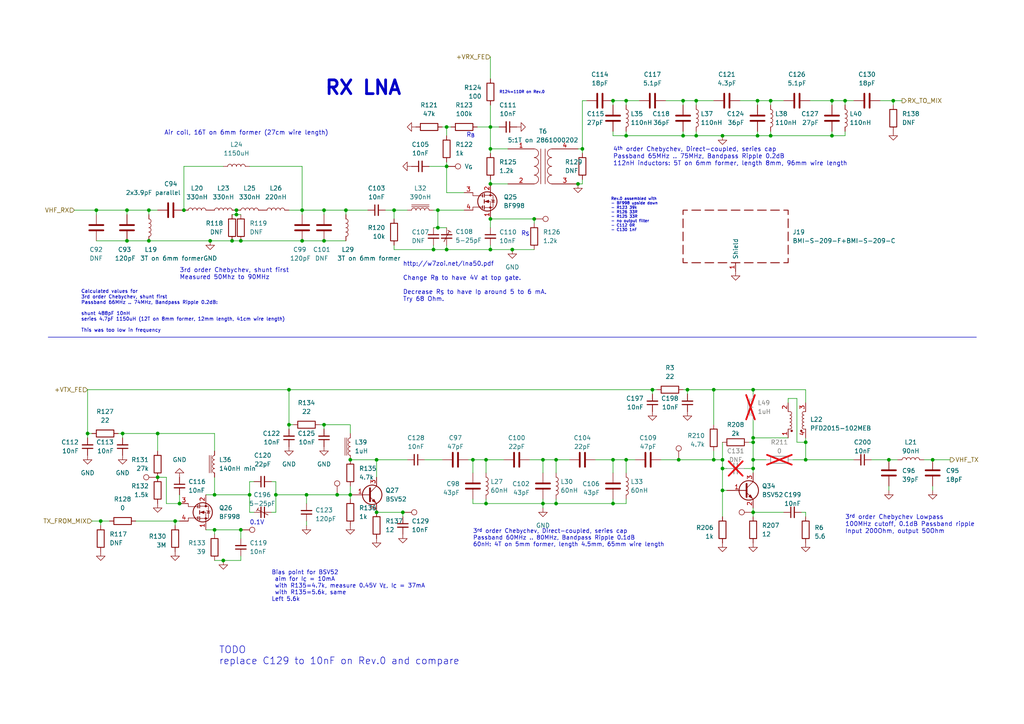
<source format=kicad_sch>
(kicad_sch (version 20230121) (generator eeschema)

  (uuid e85341a8-3e54-4b34-87f5-9974245a7484)

  (paper "A4")

  (title_block
    (title "DART-70 TRX")
    (date "2023-05-21")
    (rev "1")
    (company "HB9EGM")
    (comment 1 "A 4m Band SSB/CW Transceiver")
    (comment 2 "VHF Frontend")
  )

  

  (junction (at 209.55 142.24) (diameter 0) (color 0 0 0 0)
    (uuid 06cd1833-5d82-4ee1-8197-453031d3496c)
  )
  (junction (at 62.23 143.51) (diameter 0) (color 0 0 0 0)
    (uuid 0c6e8129-07f9-465f-9ce0-2d46f2319c9e)
  )
  (junction (at 161.29 133.35) (diameter 0) (color 0 0 0 0)
    (uuid 0da30ee4-5fbf-45c8-9538-1bf176f03f71)
  )
  (junction (at 161.29 146.05) (diameter 0) (color 0 0 0 0)
    (uuid 1608e778-ac14-4f9f-9dc0-3cecfc05589b)
  )
  (junction (at 129.54 72.39) (diameter 0) (color 0 0 0 0)
    (uuid 17d4eaad-d6d1-43d3-8473-d8c3f046a0e1)
  )
  (junction (at 257.81 133.35) (diameter 0) (color 0 0 0 0)
    (uuid 1e6970c2-b627-41b2-a1ba-b0728c155916)
  )
  (junction (at 25.4 125.73) (diameter 0) (color 0 0 0 0)
    (uuid 214ecb40-4c63-4158-be2f-20e603afe1b9)
  )
  (junction (at 241.3 39.37) (diameter 0) (color 0 0 0 0)
    (uuid 22e30deb-2428-4b11-82a9-50d388efeade)
  )
  (junction (at 52.07 146.05) (diameter 0) (color 0 0 0 0)
    (uuid 244c9203-c3ff-4b65-a34d-5892ece48c2b)
  )
  (junction (at 100.33 60.96) (diameter 0) (color 0 0 0 0)
    (uuid 27932209-07aa-4309-8c3b-8c3756ea28f5)
  )
  (junction (at 125.73 72.39) (diameter 0) (color 0 0 0 0)
    (uuid 2855b2aa-20f9-4089-b9aa-63d012f20259)
  )
  (junction (at 201.93 29.21) (diameter 0) (color 0 0 0 0)
    (uuid 2b91b5f6-6358-423e-b62b-3e684fb64a30)
  )
  (junction (at 181.61 29.21) (diameter 0) (color 0 0 0 0)
    (uuid 2c1149ed-3085-4295-b371-1815cbfd540a)
  )
  (junction (at 67.31 69.85) (diameter 0) (color 0 0 0 0)
    (uuid 2dd4e452-7c3f-4e1f-b5b7-f42fcb0e075b)
  )
  (junction (at 53.34 60.96) (diameter 0) (color 0 0 0 0)
    (uuid 30ff6a36-e1f5-45d3-9f31-a6736183ac65)
  )
  (junction (at 43.18 69.85) (diameter 0) (color 0 0 0 0)
    (uuid 32d3fe83-b854-4464-af88-f747caab52be)
  )
  (junction (at 129.54 36.83) (diameter 0) (color 0 0 0 0)
    (uuid 34aea703-6354-4221-ba7e-b2d77e2a6562)
  )
  (junction (at 223.52 29.21) (diameter 0) (color 0 0 0 0)
    (uuid 41bb2995-bcdb-4572-a047-8ce3fa79d0ec)
  )
  (junction (at 154.94 63.5) (diameter 0) (color 0 0 0 0)
    (uuid 433436e6-75b2-4d0e-afe5-51e9ce3b6ceb)
  )
  (junction (at 209.55 39.37) (diameter 0) (color 0 0 0 0)
    (uuid 48de30cd-ac12-4cd9-b77e-6276c6cc535e)
  )
  (junction (at 198.12 29.21) (diameter 0) (color 0 0 0 0)
    (uuid 49abb95b-688d-484d-9ecd-26244c95a12f)
  )
  (junction (at 218.44 128.27) (diameter 0) (color 0 0 0 0)
    (uuid 4cc628fe-0867-4551-bd3d-f940686bb8d1)
  )
  (junction (at 218.44 127) (diameter 0) (color 0 0 0 0)
    (uuid 4cd7b3ef-a4aa-49da-8d00-7cb5bb7975c4)
  )
  (junction (at 148.59 72.39) (diameter 0) (color 0 0 0 0)
    (uuid 53639ead-a22d-4b74-b706-37b82595afe4)
  )
  (junction (at 142.24 72.39) (diameter 0) (color 0 0 0 0)
    (uuid 5654cc54-aa7f-4e7e-a903-b6ae4711e293)
  )
  (junction (at 60.96 69.85) (diameter 0) (color 0 0 0 0)
    (uuid 59554d60-0b6c-44e8-9274-8126ea48f29b)
  )
  (junction (at 142.24 43.18) (diameter 0) (color 0 0 0 0)
    (uuid 5ac87c87-280c-41aa-b7e2-8cd95dfa0977)
  )
  (junction (at 62.23 153.67) (diameter 0) (color 0 0 0 0)
    (uuid 5b4a4a9a-0092-4d0f-9c31-414a1759762c)
  )
  (junction (at 83.82 113.03) (diameter 0) (color 0 0 0 0)
    (uuid 5c32d00f-8fc1-4868-a4c2-a4f35e22d212)
  )
  (junction (at 259.08 29.21) (diameter 0) (color 0 0 0 0)
    (uuid 5f5451e3-d3b2-4513-aa00-6164f9037ce5)
  )
  (junction (at 207.01 113.03) (diameter 0) (color 0 0 0 0)
    (uuid 61c9d3d6-7891-4074-907c-9e4901de4a75)
  )
  (junction (at 168.91 43.18) (diameter 0) (color 0 0 0 0)
    (uuid 64c3c5fe-1bb6-4a8a-b1a6-f533cf627997)
  )
  (junction (at 109.22 148.59) (diameter 0) (color 0 0 0 0)
    (uuid 6a54acfb-c2a3-4891-bdef-5359d832b05e)
  )
  (junction (at 127 66.04) (diameter 0) (color 0 0 0 0)
    (uuid 6c005152-c357-4bcb-8338-74043f8ed537)
  )
  (junction (at 140.97 146.05) (diameter 0) (color 0 0 0 0)
    (uuid 6d68bfa1-11fe-4684-84df-2231fa0bfa8f)
  )
  (junction (at 142.24 63.5) (diameter 0) (color 0 0 0 0)
    (uuid 6f67861a-7006-47b4-bdc7-1b4e03f0937b)
  )
  (junction (at 207.01 133.35) (diameter 0) (color 0 0 0 0)
    (uuid 6ff9d00c-fa3f-42ae-be23-f4be2894ad0c)
  )
  (junction (at 219.71 39.37) (diameter 0) (color 0 0 0 0)
    (uuid 7246aeaa-7989-41aa-bc34-36314da565dd)
  )
  (junction (at 93.98 69.85) (diameter 0) (color 0 0 0 0)
    (uuid 725298de-8e6b-4cef-8b75-d13dba9603ba)
  )
  (junction (at 270.51 133.35) (diameter 0) (color 0 0 0 0)
    (uuid 75398813-de13-4698-a6fa-af4afbe3c87d)
  )
  (junction (at 127 60.96) (diameter 0) (color 0 0 0 0)
    (uuid 755aea78-2b8e-4969-8c1a-4e66cdc3e55c)
  )
  (junction (at 69.85 153.67) (diameter 0) (color 0 0 0 0)
    (uuid 7e3cf1a5-27ba-4fb2-9e80-6e1100e7286d)
  )
  (junction (at 36.83 60.96) (diameter 0) (color 0 0 0 0)
    (uuid 7e40bcc0-3aaa-4014-a65e-4bba8fb828b1)
  )
  (junction (at 116.84 148.59) (diameter 0) (color 0 0 0 0)
    (uuid 8275d0f0-4cd2-4f60-b1d1-1f544f364a6d)
  )
  (junction (at 97.79 143.51) (diameter 0) (color 0 0 0 0)
    (uuid 828403cb-c2e9-4ccc-8f46-66963ed2f21b)
  )
  (junction (at 241.3 29.21) (diameter 0) (color 0 0 0 0)
    (uuid 830530a0-7b7e-4b57-bcad-ac6bcc2d3cd2)
  )
  (junction (at 218.44 133.35) (diameter 0) (color 0 0 0 0)
    (uuid 8399ad79-d7da-4195-aa77-d3684ea9d714)
  )
  (junction (at 199.39 113.03) (diameter 0) (color 0 0 0 0)
    (uuid 848d408b-499d-4828-ade3-3dc4162c2033)
  )
  (junction (at 68.58 62.23) (diameter 0) (color 0 0 0 0)
    (uuid 84c10573-abbd-42a2-ba39-89dbac386a99)
  )
  (junction (at 80.01 143.51) (diameter 0) (color 0 0 0 0)
    (uuid 873ef7a0-ffb0-4065-9ef7-52e5a84c09a9)
  )
  (junction (at 83.82 123.19) (diameter 0) (color 0 0 0 0)
    (uuid 8b36f47c-4ffc-4598-8c26-644b57b5c662)
  )
  (junction (at 209.55 133.35) (diameter 0) (color 0 0 0 0)
    (uuid 911d43d7-4ced-4675-a99e-721128b53047)
  )
  (junction (at 157.48 133.35) (diameter 0) (color 0 0 0 0)
    (uuid 92b08d51-62a5-44c7-b4b2-471f395c1538)
  )
  (junction (at 35.56 125.73) (diameter 0) (color 0 0 0 0)
    (uuid 94cebd10-3367-4d9a-a1b7-f7d9e07bdd90)
  )
  (junction (at 233.68 133.35) (diameter 0) (color 0 0 0 0)
    (uuid 97f94457-83d5-481b-a868-8b4d8fa8ca32)
  )
  (junction (at 114.3 60.96) (diameter 0) (color 0 0 0 0)
    (uuid 99467fa5-d96f-4f1c-8084-626f6cebc0c0)
  )
  (junction (at 140.97 133.35) (diameter 0) (color 0 0 0 0)
    (uuid 99b2f434-c683-4943-880b-c0c7051efceb)
  )
  (junction (at 36.83 69.85) (diameter 0) (color 0 0 0 0)
    (uuid 9a8d2c66-6370-437d-a4a0-cb771a0d8c97)
  )
  (junction (at 50.8 151.13) (diameter 0) (color 0 0 0 0)
    (uuid 9b63d6a0-33d9-4ade-b725-ee15ec044acc)
  )
  (junction (at 157.48 146.05) (diameter 0) (color 0 0 0 0)
    (uuid 9c128dae-6221-4325-adb7-472ec7d0405d)
  )
  (junction (at 137.16 133.35) (diameter 0) (color 0 0 0 0)
    (uuid a3b76309-ce22-4be7-b174-f23d53e74bf4)
  )
  (junction (at 101.6 143.51) (diameter 0) (color 0 0 0 0)
    (uuid a6cfd25a-774e-4db2-b2d4-fd41eec62fd5)
  )
  (junction (at 93.98 60.96) (diameter 0) (color 0 0 0 0)
    (uuid a6dee93e-101e-421c-aa3d-cf1491a2d23c)
  )
  (junction (at 88.9 143.51) (diameter 0) (color 0 0 0 0)
    (uuid a7ae57b6-5005-47d4-809d-6b7d6ada6d03)
  )
  (junction (at 196.85 133.35) (diameter 0) (color 0 0 0 0)
    (uuid a81aafc3-0bc3-439e-9fca-02ae3a038663)
  )
  (junction (at 129.54 48.26) (diameter 0) (color 0 0 0 0)
    (uuid a875ac5f-456f-42ae-bc04-dd8d1a120797)
  )
  (junction (at 218.44 113.03) (diameter 0) (color 0 0 0 0)
    (uuid a8fe8395-910e-45f4-933f-5d8c23fe4f11)
  )
  (junction (at 142.24 53.34) (diameter 0) (color 0 0 0 0)
    (uuid a9dded2e-d08b-4bdb-ab4a-1fce0d42d43e)
  )
  (junction (at 201.93 39.37) (diameter 0) (color 0 0 0 0)
    (uuid aaee6b9a-4306-45ff-b9b6-5d802512dd52)
  )
  (junction (at 27.94 60.96) (diameter 0) (color 0 0 0 0)
    (uuid add0bd1b-274a-4ddf-b875-51d6108aab49)
  )
  (junction (at 219.71 29.21) (diameter 0) (color 0 0 0 0)
    (uuid b0c6448c-be7d-4ebe-a1be-1e8f330d6dbb)
  )
  (junction (at 101.6 133.35) (diameter 0) (color 0 0 0 0)
    (uuid b23444ea-cd8e-4df0-84f4-070156b2e3b7)
  )
  (junction (at 209.55 135.89) (diameter 0) (color 0 0 0 0)
    (uuid b465a053-0ee6-471e-bf6c-a0c84f3ecba8)
  )
  (junction (at 87.63 69.85) (diameter 0) (color 0 0 0 0)
    (uuid b4922278-ce3f-46ba-a2a2-cd5c71f714de)
  )
  (junction (at 218.44 135.89) (diameter 0) (color 0 0 0 0)
    (uuid b4b8a531-a2aa-42d7-b87f-b68b8cb2aace)
  )
  (junction (at 93.98 123.19) (diameter 0) (color 0 0 0 0)
    (uuid b8abc7e6-6611-45b5-9a55-3a65a7522e32)
  )
  (junction (at 177.8 146.05) (diameter 0) (color 0 0 0 0)
    (uuid ba0f7bdc-1c1a-4e78-887d-479d54290456)
  )
  (junction (at 189.23 113.03) (diameter 0) (color 0 0 0 0)
    (uuid baf4dd91-3b28-4d52-b6a4-03be3bccee81)
  )
  (junction (at 69.85 69.85) (diameter 0) (color 0 0 0 0)
    (uuid bcdfe8ed-4c7e-419e-b702-6bca070854e1)
  )
  (junction (at 245.11 29.21) (diameter 0) (color 0 0 0 0)
    (uuid bf6081e5-fd4b-4fb3-b523-139036f4041c)
  )
  (junction (at 198.12 39.37) (diameter 0) (color 0 0 0 0)
    (uuid c5c6520c-9e3e-436f-b14f-faf22a42dfbb)
  )
  (junction (at 45.72 125.73) (diameter 0) (color 0 0 0 0)
    (uuid c8d4f236-4705-41bb-b1be-5cef1ea2c536)
  )
  (junction (at 181.61 133.35) (diameter 0) (color 0 0 0 0)
    (uuid cc2cb73f-acad-4a16-94a4-9816e494e931)
  )
  (junction (at 87.63 60.96) (diameter 0) (color 0 0 0 0)
    (uuid ce1e90a2-6376-4288-8749-493e809aba5d)
  )
  (junction (at 64.77 162.56) (diameter 0) (color 0 0 0 0)
    (uuid d0fb093c-3a0b-4150-bde4-bd1af1a4bfff)
  )
  (junction (at 181.61 39.37) (diameter 0) (color 0 0 0 0)
    (uuid d50ac601-83b2-43a2-808a-3b58d5a2b71f)
  )
  (junction (at 29.21 151.13) (diameter 0) (color 0 0 0 0)
    (uuid d5b1e46d-5d90-4a90-be28-3d171dc5635e)
  )
  (junction (at 223.52 39.37) (diameter 0) (color 0 0 0 0)
    (uuid d600cdf9-d630-4f89-a09e-87efccd0902e)
  )
  (junction (at 167.64 53.34) (diameter 0) (color 0 0 0 0)
    (uuid d76a5f48-7d00-42d5-9e04-2f9f8b67bd1d)
  )
  (junction (at 68.58 60.96) (diameter 0) (color 0 0 0 0)
    (uuid dbad22ed-87bd-4fef-a142-c1d56fc5ada0)
  )
  (junction (at 43.18 60.96) (diameter 0) (color 0 0 0 0)
    (uuid df93aeee-38d4-42fb-b5da-51a73fd2e2bc)
  )
  (junction (at 177.8 29.21) (diameter 0) (color 0 0 0 0)
    (uuid e0493c7a-5485-41e4-ba79-779aff029fab)
  )
  (junction (at 142.24 36.83) (diameter 0) (color 0 0 0 0)
    (uuid e04f8c65-d602-47fb-9c32-a40fa4054257)
  )
  (junction (at 177.8 133.35) (diameter 0) (color 0 0 0 0)
    (uuid e245969c-96e2-4467-a4b0-55df65c2006d)
  )
  (junction (at 109.22 133.35) (diameter 0) (color 0 0 0 0)
    (uuid e717955e-2a81-4d91-a91b-854d445c9b5d)
  )
  (junction (at 72.39 143.51) (diameter 0) (color 0 0 0 0)
    (uuid e8c55c7f-c2dc-410e-9678-c0f1c2b5dda9)
  )
  (junction (at 233.68 128.27) (diameter 0) (color 0 0 0 0)
    (uuid f3f5fa2b-e360-4a93-8dc3-979bfd24960e)
  )
  (junction (at 218.44 148.59) (diameter 0) (color 0 0 0 0)
    (uuid f9953b34-1ff7-4174-972b-f448b4967615)
  )
  (junction (at 45.72 138.43) (diameter 0) (color 0 0 0 0)
    (uuid ff95d81e-5a87-4294-9b1c-6e9a77990629)
  )

  (wire (pts (xy 67.31 69.85) (xy 69.85 69.85))
    (stroke (width 0) (type default))
    (uuid 00e5b5fc-5bd0-40af-9ee7-a472844c2151)
  )
  (wire (pts (xy 181.61 29.21) (xy 181.61 30.48))
    (stroke (width 0) (type default))
    (uuid 01092b77-815f-43be-992d-fc218557d154)
  )
  (wire (pts (xy 147.32 53.34) (xy 142.24 53.34))
    (stroke (width 0) (type default))
    (uuid 020af510-7992-416e-a265-00652eb27830)
  )
  (wire (pts (xy 219.71 39.37) (xy 219.71 38.1))
    (stroke (width 0) (type default))
    (uuid 02b3711f-b3bf-4a32-8116-7fa82771cd03)
  )
  (wire (pts (xy 177.8 137.16) (xy 177.8 133.35))
    (stroke (width 0) (type default))
    (uuid 03602e32-1245-4e32-9ecc-9044bdca6c61)
  )
  (wire (pts (xy 233.68 127) (xy 233.68 128.27))
    (stroke (width 0) (type default))
    (uuid 0364843a-ea63-43a8-b900-9d67bbf1da77)
  )
  (wire (pts (xy 83.82 113.03) (xy 83.82 123.19))
    (stroke (width 0) (type default))
    (uuid 0451da4d-6e4e-4f0b-a280-516f4ed8397a)
  )
  (wire (pts (xy 93.98 60.96) (xy 93.98 62.23))
    (stroke (width 0) (type default))
    (uuid 04e72cbc-c02a-4a92-b021-b9939e4db36f)
  )
  (wire (pts (xy 36.83 69.85) (xy 43.18 69.85))
    (stroke (width 0) (type default))
    (uuid 050efeb3-533d-4b9a-a0e2-1737784edf33)
  )
  (wire (pts (xy 83.82 124.46) (xy 83.82 123.19))
    (stroke (width 0) (type default))
    (uuid 05820599-8acc-49ba-a88a-070cbbe28e1a)
  )
  (wire (pts (xy 25.4 127) (xy 25.4 125.73))
    (stroke (width 0) (type default))
    (uuid 0785ffee-5a6c-4b20-b83b-a9e51509ed25)
  )
  (wire (pts (xy 109.22 133.35) (xy 118.11 133.35))
    (stroke (width 0) (type default))
    (uuid 0b6b8363-c8e1-4799-8ee5-abeba534856c)
  )
  (wire (pts (xy 116.84 148.59) (xy 109.22 148.59))
    (stroke (width 0) (type default))
    (uuid 0c549802-b595-4de9-b4f2-5d5dc13cce92)
  )
  (wire (pts (xy 218.44 127) (xy 228.6 127))
    (stroke (width 0) (type default))
    (uuid 0cfa00f3-58c0-465c-b0f3-b8c1473d4f2f)
  )
  (wire (pts (xy 140.97 137.16) (xy 140.97 133.35))
    (stroke (width 0) (type default))
    (uuid 0f1de0dd-804a-4596-bff8-c84c9821c96f)
  )
  (wire (pts (xy 88.9 143.51) (xy 88.9 146.05))
    (stroke (width 0) (type default))
    (uuid 0f2ae659-a3c6-4de9-8cc9-1cb8eb738749)
  )
  (wire (pts (xy 148.59 72.39) (xy 142.24 72.39))
    (stroke (width 0) (type default))
    (uuid 11920e1b-be55-4c86-8c94-fad4a5a5ea6f)
  )
  (wire (pts (xy 223.52 39.37) (xy 241.3 39.37))
    (stroke (width 0) (type default))
    (uuid 135fafe3-46f6-4185-8d74-e430c711885a)
  )
  (wire (pts (xy 116.84 149.86) (xy 116.84 148.59))
    (stroke (width 0) (type default))
    (uuid 17b00afe-c752-4fe9-88c5-3ad96b8a7e70)
  )
  (wire (pts (xy 137.16 146.05) (xy 140.97 146.05))
    (stroke (width 0) (type default))
    (uuid 18db5cb1-f24a-4214-a8e1-67ecb000cd89)
  )
  (wire (pts (xy 48.26 138.43) (xy 48.26 146.05))
    (stroke (width 0) (type default))
    (uuid 1941db9c-382f-44cc-a903-a93207b6a93d)
  )
  (wire (pts (xy 80.01 143.51) (xy 80.01 148.59))
    (stroke (width 0) (type default))
    (uuid 1a169e54-4845-4fc0-92de-5371c28543e1)
  )
  (wire (pts (xy 60.96 69.85) (xy 67.31 69.85))
    (stroke (width 0) (type default))
    (uuid 1a18bdd7-506a-46c8-8c47-7d7591f2bfbc)
  )
  (wire (pts (xy 27.94 60.96) (xy 36.83 60.96))
    (stroke (width 0) (type default))
    (uuid 1a97cca3-0fe5-4bfa-8d57-ca1b191bfea3)
  )
  (wire (pts (xy 25.4 113.03) (xy 83.82 113.03))
    (stroke (width 0) (type default))
    (uuid 1aae337c-ccaa-46d6-b513-e315bd052c26)
  )
  (wire (pts (xy 125.73 60.96) (xy 127 60.96))
    (stroke (width 0) (type default))
    (uuid 1acffc7b-3719-4cb9-9be2-22b9b0dc94ee)
  )
  (wire (pts (xy 219.71 29.21) (xy 223.52 29.21))
    (stroke (width 0) (type default))
    (uuid 1c0cfd5c-a642-423e-bcd7-fee83fdee590)
  )
  (wire (pts (xy 87.63 69.85) (xy 93.98 69.85))
    (stroke (width 0) (type default))
    (uuid 1cb95966-d9b9-40ac-b03f-1f46d823a11d)
  )
  (wire (pts (xy 196.85 133.35) (xy 207.01 133.35))
    (stroke (width 0) (type default))
    (uuid 1d75a025-6882-4fac-8f75-322bda04a9d6)
  )
  (wire (pts (xy 69.85 69.85) (xy 87.63 69.85))
    (stroke (width 0) (type default))
    (uuid 1e066e3b-074f-4121-8f27-8215bc8d3261)
  )
  (wire (pts (xy 142.24 53.34) (xy 142.24 52.07))
    (stroke (width 0) (type default))
    (uuid 1f1766e2-d2db-4154-b565-458e0aeda8eb)
  )
  (wire (pts (xy 198.12 39.37) (xy 198.12 38.1))
    (stroke (width 0) (type default))
    (uuid 1f992b26-230b-423a-9f5b-b5e2eae3f796)
  )
  (wire (pts (xy 207.01 113.03) (xy 207.01 123.19))
    (stroke (width 0) (type default))
    (uuid 208e6a11-1fd1-4018-8b1d-7d5bf628f6ea)
  )
  (wire (pts (xy 193.04 29.21) (xy 198.12 29.21))
    (stroke (width 0) (type default))
    (uuid 211489a5-413a-4de7-bb6b-ce735ffe7c80)
  )
  (wire (pts (xy 62.23 153.67) (xy 59.69 153.67))
    (stroke (width 0) (type default))
    (uuid 21acb83f-68ea-41e5-b622-dc4aeb4e23bc)
  )
  (wire (pts (xy 227.33 148.59) (xy 218.44 148.59))
    (stroke (width 0) (type default))
    (uuid 21b5c67d-e00e-4146-9c8f-68c227914ac5)
  )
  (wire (pts (xy 87.63 60.96) (xy 93.98 60.96))
    (stroke (width 0) (type default))
    (uuid 23c577d6-b831-4003-b3d4-9a9a5520a466)
  )
  (wire (pts (xy 241.3 39.37) (xy 241.3 38.1))
    (stroke (width 0) (type default))
    (uuid 24280ee6-c585-4835-8fc4-d7860dfbfdba)
  )
  (wire (pts (xy 218.44 147.32) (xy 218.44 148.59))
    (stroke (width 0) (type default))
    (uuid 253acf9d-0693-43e0-a1a6-828fefa2e427)
  )
  (polyline (pts (xy 13.97 97.79) (xy 283.21 97.79))
    (stroke (width 0) (type default))
    (uuid 2812a88f-15e5-44c4-a66a-beb23630881f)
  )

  (wire (pts (xy 21.59 60.96) (xy 27.94 60.96))
    (stroke (width 0) (type default))
    (uuid 28691614-25d8-432a-9210-110c9d424ff4)
  )
  (wire (pts (xy 233.68 113.03) (xy 233.68 116.84))
    (stroke (width 0) (type default))
    (uuid 2b1bd45f-0cce-476c-a95b-3f07a8e0097a)
  )
  (wire (pts (xy 29.21 152.4) (xy 29.21 151.13))
    (stroke (width 0) (type default))
    (uuid 2d478155-78b3-43e6-9e0b-cf58b9dbf0cb)
  )
  (wire (pts (xy 101.6 140.97) (xy 101.6 143.51))
    (stroke (width 0) (type default))
    (uuid 2e3e1835-0994-46d3-b4ac-db18042e081b)
  )
  (wire (pts (xy 43.18 69.85) (xy 60.96 69.85))
    (stroke (width 0) (type default))
    (uuid 2e5066c7-bc67-4b7c-aae7-15cd49e110ca)
  )
  (wire (pts (xy 142.24 63.5) (xy 142.24 66.04))
    (stroke (width 0) (type default))
    (uuid 2f240c86-aceb-464b-899d-7618bd58be8d)
  )
  (wire (pts (xy 228.6 115.57) (xy 231.14 115.57))
    (stroke (width 0) (type default))
    (uuid 2f731dc3-c3ea-4c2a-96d7-76b575e2707e)
  )
  (wire (pts (xy 231.14 128.27) (xy 233.68 128.27))
    (stroke (width 0) (type default))
    (uuid 3042c0bd-ae14-4eb5-ac68-b1f57fe67f0e)
  )
  (wire (pts (xy 241.3 29.21) (xy 245.11 29.21))
    (stroke (width 0) (type default))
    (uuid 30701c9e-85dc-4e9a-972e-ad6a04210bf0)
  )
  (wire (pts (xy 210.82 142.24) (xy 209.55 142.24))
    (stroke (width 0) (type default))
    (uuid 312c9468-d69a-4c38-a686-c5e4db9e2b2b)
  )
  (wire (pts (xy 257.81 140.97) (xy 257.81 142.24))
    (stroke (width 0) (type default))
    (uuid 327e728d-41e0-471a-bddb-d00e118f9124)
  )
  (wire (pts (xy 48.26 146.05) (xy 52.07 146.05))
    (stroke (width 0) (type default))
    (uuid 32c7e7d5-5cf0-4052-9904-fc5aa41decb5)
  )
  (wire (pts (xy 168.91 52.07) (xy 168.91 53.34))
    (stroke (width 0) (type default))
    (uuid 3303b423-732f-4ec1-9f34-6a65ea125a9f)
  )
  (wire (pts (xy 72.39 48.26) (xy 87.63 48.26))
    (stroke (width 0) (type default))
    (uuid 33f29fa7-5b0b-49c9-a605-50b7be5943a9)
  )
  (wire (pts (xy 218.44 114.3) (xy 218.44 113.03))
    (stroke (width 0) (type default))
    (uuid 33ffa260-397d-4fe9-b456-d0ca979d3d44)
  )
  (wire (pts (xy 142.24 16.51) (xy 142.24 22.86))
    (stroke (width 0) (type default))
    (uuid 3405d2ca-755d-457e-986a-931c3894937d)
  )
  (wire (pts (xy 233.68 133.35) (xy 247.65 133.35))
    (stroke (width 0) (type default))
    (uuid 3551553e-3ee4-4c53-8eec-5aa21a33213f)
  )
  (wire (pts (xy 45.72 125.73) (xy 62.23 125.73))
    (stroke (width 0) (type default))
    (uuid 36c2a5ae-5ab8-440b-a41f-9b00518ecd46)
  )
  (wire (pts (xy 157.48 144.78) (xy 157.48 146.05))
    (stroke (width 0) (type default))
    (uuid 39db7752-0a3a-4f86-9b6b-b0d696c9ee86)
  )
  (wire (pts (xy 231.14 115.57) (xy 231.14 128.27))
    (stroke (width 0) (type default))
    (uuid 3bf6a9c1-284b-45c1-b4d0-6880ff60f122)
  )
  (wire (pts (xy 181.61 29.21) (xy 185.42 29.21))
    (stroke (width 0) (type default))
    (uuid 3c5dfaac-ce4d-429a-aba1-920080a05a25)
  )
  (wire (pts (xy 209.55 39.37) (xy 219.71 39.37))
    (stroke (width 0) (type default))
    (uuid 3cac3e67-9601-4bbe-8f74-51e6c8133fb4)
  )
  (wire (pts (xy 215.9 135.89) (xy 218.44 135.89))
    (stroke (width 0) (type default))
    (uuid 3d743c97-02cb-48f2-af8b-cb82ede58eee)
  )
  (wire (pts (xy 157.48 146.05) (xy 157.48 147.32))
    (stroke (width 0) (type default))
    (uuid 3de8e6ff-7922-4a4c-8da3-593130616e9f)
  )
  (wire (pts (xy 189.23 113.03) (xy 83.82 113.03))
    (stroke (width 0) (type default))
    (uuid 3e3291c8-5fe4-46df-b588-043e86e3461e)
  )
  (wire (pts (xy 140.97 144.78) (xy 140.97 146.05))
    (stroke (width 0) (type default))
    (uuid 3ef88fbb-1bc5-45ea-bd80-93bb1661a3c3)
  )
  (wire (pts (xy 140.97 146.05) (xy 157.48 146.05))
    (stroke (width 0) (type default))
    (uuid 3f171020-40e6-46a2-91ee-6cd04988bf62)
  )
  (wire (pts (xy 93.98 69.85) (xy 100.33 69.85))
    (stroke (width 0) (type default))
    (uuid 3f75e8f9-17fe-41fa-8be1-97bb9d74f36e)
  )
  (wire (pts (xy 72.39 139.7) (xy 72.39 143.51))
    (stroke (width 0) (type default))
    (uuid 402a20b7-472e-40d1-af1a-063e4d8606d2)
  )
  (wire (pts (xy 36.83 60.96) (xy 43.18 60.96))
    (stroke (width 0) (type default))
    (uuid 426afdc4-b639-4a13-b435-77d23c36d327)
  )
  (wire (pts (xy 209.55 142.24) (xy 209.55 149.86))
    (stroke (width 0) (type default))
    (uuid 42ae192c-ae67-4fad-b3b9-5da65213b170)
  )
  (wire (pts (xy 123.19 133.35) (xy 128.27 133.35))
    (stroke (width 0) (type default))
    (uuid 43934e92-394f-46b1-aa11-dec1c85b3adf)
  )
  (wire (pts (xy 128.27 36.83) (xy 129.54 36.83))
    (stroke (width 0) (type default))
    (uuid 45d11611-49a6-4964-afa3-7f0162c0c739)
  )
  (wire (pts (xy 157.48 146.05) (xy 161.29 146.05))
    (stroke (width 0) (type default))
    (uuid 47c5338f-fc60-4619-abfa-56c0b6533cb9)
  )
  (wire (pts (xy 62.23 143.51) (xy 72.39 143.51))
    (stroke (width 0) (type default))
    (uuid 4a16b6dc-2288-4548-9c84-0bbf2a1d57bd)
  )
  (wire (pts (xy 135.89 133.35) (xy 137.16 133.35))
    (stroke (width 0) (type default))
    (uuid 4b74047d-1cfb-4a70-804a-a9c009584e7a)
  )
  (wire (pts (xy 137.16 133.35) (xy 140.97 133.35))
    (stroke (width 0) (type default))
    (uuid 4bf865ed-62d5-49b3-9115-02bd4f7f3f74)
  )
  (wire (pts (xy 177.8 133.35) (xy 181.61 133.35))
    (stroke (width 0) (type default))
    (uuid 4ca5ee79-1360-4517-b073-b387778d1f9d)
  )
  (wire (pts (xy 181.61 39.37) (xy 198.12 39.37))
    (stroke (width 0) (type default))
    (uuid 4cad7fe9-18a3-4205-bf76-118f190d710a)
  )
  (wire (pts (xy 189.23 113.03) (xy 190.5 113.03))
    (stroke (width 0) (type default))
    (uuid 4cf90ab1-159d-4993-b81e-3fbcdf9c10b7)
  )
  (wire (pts (xy 201.93 30.48) (xy 201.93 29.21))
    (stroke (width 0) (type default))
    (uuid 4e6b63c8-8daf-4486-a68d-7144b46e5ea2)
  )
  (wire (pts (xy 69.85 161.29) (xy 69.85 162.56))
    (stroke (width 0) (type default))
    (uuid 520deeb0-2cb2-4b4b-9ce8-239203e7b895)
  )
  (wire (pts (xy 100.33 60.96) (xy 100.33 62.23))
    (stroke (width 0) (type default))
    (uuid 52a29cb5-fc2a-4abb-a968-bbb1b5d9b7d6)
  )
  (wire (pts (xy 69.85 162.56) (xy 64.77 162.56))
    (stroke (width 0) (type default))
    (uuid 5393cb79-d4ff-48a3-8106-b4f929de870b)
  )
  (wire (pts (xy 234.95 29.21) (xy 241.3 29.21))
    (stroke (width 0) (type default))
    (uuid 54136090-6e59-411c-8c76-ff74b4ba8cdc)
  )
  (wire (pts (xy 170.18 29.21) (xy 168.91 29.21))
    (stroke (width 0) (type default))
    (uuid 5516e114-54d5-4ea3-8bfe-40e5be6eb192)
  )
  (wire (pts (xy 114.3 72.39) (xy 125.73 72.39))
    (stroke (width 0) (type default))
    (uuid 57578d86-772e-43cb-bffa-d432e3d6da21)
  )
  (wire (pts (xy 241.3 30.48) (xy 241.3 29.21))
    (stroke (width 0) (type default))
    (uuid 575b9d80-5f4d-4af9-aef0-45c51d673684)
  )
  (wire (pts (xy 207.01 130.81) (xy 207.01 133.35))
    (stroke (width 0) (type default))
    (uuid 57926f89-3035-49ee-839f-e59c133cd476)
  )
  (wire (pts (xy 83.82 123.19) (xy 85.09 123.19))
    (stroke (width 0) (type default))
    (uuid 588442fe-0325-47ea-8587-f22398d8d769)
  )
  (wire (pts (xy 92.71 123.19) (xy 93.98 123.19))
    (stroke (width 0) (type default))
    (uuid 58845e3f-7112-4368-b742-d952a9ef30c6)
  )
  (wire (pts (xy 172.72 133.35) (xy 177.8 133.35))
    (stroke (width 0) (type default))
    (uuid 592caa8b-0386-47d0-8e78-0b9d3a2052bb)
  )
  (wire (pts (xy 241.3 39.37) (xy 245.11 39.37))
    (stroke (width 0) (type default))
    (uuid 59e552bf-7958-4fda-a0db-f9e371531f5e)
  )
  (wire (pts (xy 72.39 148.59) (xy 73.66 148.59))
    (stroke (width 0) (type default))
    (uuid 59f0fd2e-2ec4-4134-a023-bcbeafeddeed)
  )
  (wire (pts (xy 78.74 139.7) (xy 80.01 139.7))
    (stroke (width 0) (type default))
    (uuid 5bd32520-1e40-4ff4-90b5-6039aa0908ac)
  )
  (wire (pts (xy 142.24 72.39) (xy 142.24 71.12))
    (stroke (width 0) (type default))
    (uuid 5e2169a0-de19-4cd6-bf52-b74f00504da1)
  )
  (wire (pts (xy 43.18 60.96) (xy 45.72 60.96))
    (stroke (width 0) (type default))
    (uuid 5e70f545-979a-40c9-bda1-1c7591189e45)
  )
  (wire (pts (xy 142.24 36.83) (xy 142.24 30.48))
    (stroke (width 0) (type default))
    (uuid 5e721fb4-c9a0-4ae9-89ea-2beae0e47e97)
  )
  (wire (pts (xy 43.18 60.96) (xy 43.18 62.23))
    (stroke (width 0) (type default))
    (uuid 5ea7489e-e91b-44f0-a035-3448b45ceadc)
  )
  (wire (pts (xy 168.91 53.34) (xy 167.64 53.34))
    (stroke (width 0) (type default))
    (uuid 5f5c060f-99c6-4d58-b44a-4244837c6652)
  )
  (wire (pts (xy 259.08 29.21) (xy 261.62 29.21))
    (stroke (width 0) (type default))
    (uuid 5fceb92d-7a0e-4b2f-966c-33a3f8978ee9)
  )
  (wire (pts (xy 142.24 44.45) (xy 142.24 43.18))
    (stroke (width 0) (type default))
    (uuid 6005394b-9189-4171-b053-ebfd9d60c03e)
  )
  (wire (pts (xy 25.4 125.73) (xy 26.67 125.73))
    (stroke (width 0) (type default))
    (uuid 600c3ac6-9e9d-494f-9f04-3cadeb854f32)
  )
  (wire (pts (xy 62.23 162.56) (xy 64.77 162.56))
    (stroke (width 0) (type default))
    (uuid 60a459b9-afd7-4bdd-b38a-a5f2882f31e7)
  )
  (wire (pts (xy 201.93 39.37) (xy 198.12 39.37))
    (stroke (width 0) (type default))
    (uuid 60bad9ca-4bdf-454c-ad68-9fa3a1ef1953)
  )
  (wire (pts (xy 157.48 137.16) (xy 157.48 133.35))
    (stroke (width 0) (type default))
    (uuid 61a9e6a8-4104-4faf-9104-407030fee84b)
  )
  (wire (pts (xy 223.52 29.21) (xy 227.33 29.21))
    (stroke (width 0) (type default))
    (uuid 61f8165d-255a-4197-a48c-ea44a5589c76)
  )
  (wire (pts (xy 198.12 30.48) (xy 198.12 29.21))
    (stroke (width 0) (type default))
    (uuid 62cac600-87c9-4b70-81ad-6cbecfa5dbe3)
  )
  (wire (pts (xy 198.12 113.03) (xy 199.39 113.03))
    (stroke (width 0) (type default))
    (uuid 62df18ed-21d2-4302-bae9-0a1e69d7a499)
  )
  (wire (pts (xy 147.32 43.18) (xy 142.24 43.18))
    (stroke (width 0) (type default))
    (uuid 6609241a-334e-4ced-ae81-0759311dbbad)
  )
  (wire (pts (xy 29.21 151.13) (xy 31.75 151.13))
    (stroke (width 0) (type default))
    (uuid 67493d1c-1964-488f-8bb3-ee5426a7eff9)
  )
  (wire (pts (xy 125.73 72.39) (xy 129.54 72.39))
    (stroke (width 0) (type default))
    (uuid 67ee9752-cba6-4ecb-80e8-065f573d8511)
  )
  (wire (pts (xy 267.97 133.35) (xy 270.51 133.35))
    (stroke (width 0) (type default))
    (uuid 689262fe-4649-4913-a50d-ef6603d147ba)
  )
  (wire (pts (xy 72.39 139.7) (xy 73.66 139.7))
    (stroke (width 0) (type default))
    (uuid 689b84ed-ce48-4bec-8ca7-074c329dff2f)
  )
  (wire (pts (xy 257.81 133.35) (xy 260.35 133.35))
    (stroke (width 0) (type default))
    (uuid 6a5a5cb5-57d6-41bf-bce2-dd2659f187de)
  )
  (wire (pts (xy 161.29 137.16) (xy 161.29 133.35))
    (stroke (width 0) (type default))
    (uuid 6a845cb2-3ede-406b-9084-98637e393984)
  )
  (wire (pts (xy 137.16 144.78) (xy 137.16 146.05))
    (stroke (width 0) (type default))
    (uuid 6c3afb83-f51a-4f85-8428-f6af28e05398)
  )
  (wire (pts (xy 125.73 66.04) (xy 127 66.04))
    (stroke (width 0) (type default))
    (uuid 6c99d25b-dc2d-4eeb-b0ca-e420c2d8e986)
  )
  (wire (pts (xy 218.44 137.16) (xy 218.44 135.89))
    (stroke (width 0) (type default))
    (uuid 705a0245-3673-42fb-af3c-47ff59dcc631)
  )
  (wire (pts (xy 167.64 43.18) (xy 168.91 43.18))
    (stroke (width 0) (type default))
    (uuid 710b6ecd-a9cf-4c16-b156-7ab0bb0c1245)
  )
  (wire (pts (xy 270.51 140.97) (xy 270.51 142.24))
    (stroke (width 0) (type default))
    (uuid 72e69a0e-2a1e-4385-9c29-79ea8e6ee4fc)
  )
  (wire (pts (xy 68.58 60.96) (xy 68.58 62.23))
    (stroke (width 0) (type default))
    (uuid 739c4bc4-71b1-4060-996c-b30955427381)
  )
  (wire (pts (xy 35.56 127) (xy 35.56 125.73))
    (stroke (width 0) (type default))
    (uuid 7560791f-9e21-48d6-b563-63cea6c3213c)
  )
  (wire (pts (xy 198.12 29.21) (xy 201.93 29.21))
    (stroke (width 0) (type default))
    (uuid 7564e54f-11f2-406e-b3e0-3e6cb42b6b60)
  )
  (wire (pts (xy 270.51 133.35) (xy 275.59 133.35))
    (stroke (width 0) (type default))
    (uuid 797bb1b8-fd87-488f-97d0-49f31e2319d2)
  )
  (wire (pts (xy 125.73 71.12) (xy 125.73 72.39))
    (stroke (width 0) (type default))
    (uuid 7cc4119c-4cff-43ef-9ca9-bb482331f51a)
  )
  (wire (pts (xy 154.94 72.39) (xy 148.59 72.39))
    (stroke (width 0) (type default))
    (uuid 7fb4a628-0a3a-45fd-b9bd-c186e37edcf1)
  )
  (wire (pts (xy 199.39 113.03) (xy 207.01 113.03))
    (stroke (width 0) (type default))
    (uuid 867cb05b-e3cd-4ef2-9951-968a47f33a25)
  )
  (wire (pts (xy 129.54 36.83) (xy 129.54 39.37))
    (stroke (width 0) (type default))
    (uuid 89b48dc9-c00e-48be-93c9-faa060ba3b37)
  )
  (wire (pts (xy 154.94 64.77) (xy 154.94 63.5))
    (stroke (width 0) (type default))
    (uuid 89faec98-fdf7-49b4-8a14-ddcd50d33077)
  )
  (wire (pts (xy 209.55 135.89) (xy 209.55 133.35))
    (stroke (width 0) (type default))
    (uuid 8a1ee677-b6fe-4b63-adb1-f65a362e2019)
  )
  (wire (pts (xy 201.93 29.21) (xy 207.01 29.21))
    (stroke (width 0) (type default))
    (uuid 8b01a92c-6579-45f1-a8cb-784184b3c0a6)
  )
  (wire (pts (xy 181.61 137.16) (xy 181.61 133.35))
    (stroke (width 0) (type default))
    (uuid 8bfdfab4-901c-4c87-bff9-1a225f39b380)
  )
  (wire (pts (xy 161.29 146.05) (xy 177.8 146.05))
    (stroke (width 0) (type default))
    (uuid 8c37e485-3337-45af-b60a-a449f4cca29e)
  )
  (wire (pts (xy 181.61 146.05) (xy 177.8 146.05))
    (stroke (width 0) (type default))
    (uuid 8d12fd19-a02e-44f2-a526-375a2f3fed7d)
  )
  (wire (pts (xy 114.3 71.12) (xy 114.3 72.39))
    (stroke (width 0) (type default))
    (uuid 8d93b96e-d58e-4f76-b91e-0a4672ad0838)
  )
  (wire (pts (xy 26.67 151.13) (xy 29.21 151.13))
    (stroke (width 0) (type default))
    (uuid 90231782-baa8-4564-a9cd-7f1889e87eb9)
  )
  (wire (pts (xy 177.8 39.37) (xy 181.61 39.37))
    (stroke (width 0) (type default))
    (uuid 90e6d25b-41c3-4379-94e3-70433d4656f5)
  )
  (wire (pts (xy 245.11 30.48) (xy 245.11 29.21))
    (stroke (width 0) (type default))
    (uuid 924031ab-bf44-4a2f-aaf7-c38b8a8abc40)
  )
  (wire (pts (xy 168.91 44.45) (xy 168.91 43.18))
    (stroke (width 0) (type default))
    (uuid 93f6fd09-e356-47ef-a2d2-c1ed422dabe3)
  )
  (wire (pts (xy 177.8 29.21) (xy 181.61 29.21))
    (stroke (width 0) (type default))
    (uuid 94425972-63e3-432d-8409-356e5b22940b)
  )
  (wire (pts (xy 72.39 143.51) (xy 72.39 148.59))
    (stroke (width 0) (type default))
    (uuid 95e59ba7-781d-4f21-89d4-3ff5417694c9)
  )
  (wire (pts (xy 229.87 133.35) (xy 233.68 133.35))
    (stroke (width 0) (type default))
    (uuid 95ef31a8-bbd6-4afe-9c57-cf82c53bc37c)
  )
  (wire (pts (xy 209.55 133.35) (xy 207.01 133.35))
    (stroke (width 0) (type default))
    (uuid 970dfdcf-cf16-4d7b-a314-99abf8c00989)
  )
  (wire (pts (xy 259.08 30.48) (xy 259.08 29.21))
    (stroke (width 0) (type default))
    (uuid 9723f6e4-63d9-4b79-a06d-706fe6a5b67e)
  )
  (wire (pts (xy 233.68 148.59) (xy 233.68 149.86))
    (stroke (width 0) (type default))
    (uuid 97a8a467-0890-478c-b459-d0cbcd4effae)
  )
  (wire (pts (xy 223.52 30.48) (xy 223.52 29.21))
    (stroke (width 0) (type default))
    (uuid 98084cbc-b94f-488e-83ba-487b7983eff7)
  )
  (wire (pts (xy 127 60.96) (xy 134.62 60.96))
    (stroke (width 0) (type default))
    (uuid 98fe9f07-d0e7-4808-8553-39a038479457)
  )
  (wire (pts (xy 218.44 149.86) (xy 218.44 148.59))
    (stroke (width 0) (type default))
    (uuid 998078fe-b55c-4608-8874-be4ad6fd1f1a)
  )
  (wire (pts (xy 93.98 124.46) (xy 93.98 123.19))
    (stroke (width 0) (type default))
    (uuid 99be3360-249d-4c89-a77e-43cb1aef6c84)
  )
  (wire (pts (xy 177.8 30.48) (xy 177.8 29.21))
    (stroke (width 0) (type default))
    (uuid 9c7aae02-34fd-4a06-bca1-a165128a73a8)
  )
  (wire (pts (xy 127 66.04) (xy 127 60.96))
    (stroke (width 0) (type default))
    (uuid 9c85880b-9d5c-4fe3-84f6-20ee24e87c39)
  )
  (wire (pts (xy 62.23 153.67) (xy 62.23 154.94))
    (stroke (width 0) (type default))
    (uuid 9d2b433e-1dfc-4d0f-abe1-2e83343631b5)
  )
  (wire (pts (xy 201.93 39.37) (xy 209.55 39.37))
    (stroke (width 0) (type default))
    (uuid 9f025a2e-cbc7-46d0-a262-ab48be6c2823)
  )
  (wire (pts (xy 80.01 148.59) (xy 78.74 148.59))
    (stroke (width 0) (type default))
    (uuid 9f133005-0969-45ca-a54a-be7c8a5c38f1)
  )
  (wire (pts (xy 124.46 48.26) (xy 129.54 48.26))
    (stroke (width 0) (type default))
    (uuid 9f1a398d-ae6d-496d-87ab-0e13a3b648a5)
  )
  (wire (pts (xy 100.33 60.96) (xy 106.68 60.96))
    (stroke (width 0) (type default))
    (uuid a07f0e55-9b3e-4df6-80c8-c3fa196fb8fb)
  )
  (wire (pts (xy 217.17 128.27) (xy 218.44 128.27))
    (stroke (width 0) (type default))
    (uuid a1d23b78-9c93-4bc7-a86a-7f5bd3447d48)
  )
  (wire (pts (xy 245.11 29.21) (xy 247.65 29.21))
    (stroke (width 0) (type default))
    (uuid a20e7e63-2306-4377-ac55-7c7faf4ea27c)
  )
  (wire (pts (xy 114.3 63.5) (xy 114.3 60.96))
    (stroke (width 0) (type default))
    (uuid a22912c1-4914-44a6-a3c9-493ad4dcc081)
  )
  (wire (pts (xy 35.56 125.73) (xy 45.72 125.73))
    (stroke (width 0) (type default))
    (uuid a621d0fa-e7c7-4146-b68b-596f01fe056d)
  )
  (wire (pts (xy 39.37 151.13) (xy 50.8 151.13))
    (stroke (width 0) (type default))
    (uuid a7257f0e-5835-436f-aac9-204afa049a30)
  )
  (wire (pts (xy 129.54 46.99) (xy 129.54 48.26))
    (stroke (width 0) (type default))
    (uuid a72c2df8-7b09-4ff0-a6ca-cd32045fcb5a)
  )
  (wire (pts (xy 245.11 39.37) (xy 245.11 38.1))
    (stroke (width 0) (type default))
    (uuid a8ddd670-538a-4580-8d79-e43d90515d40)
  )
  (wire (pts (xy 191.77 133.35) (xy 196.85 133.35))
    (stroke (width 0) (type default))
    (uuid aa5da0d2-8fb5-467a-9778-b7318292b4f1)
  )
  (wire (pts (xy 199.39 114.3) (xy 199.39 113.03))
    (stroke (width 0) (type default))
    (uuid aad5f81a-77ca-4202-8fa1-a467ed7ba5f2)
  )
  (wire (pts (xy 157.48 133.35) (xy 161.29 133.35))
    (stroke (width 0) (type default))
    (uuid aade9f87-67ba-4c61-82c0-2663d0f88027)
  )
  (wire (pts (xy 218.44 113.03) (xy 207.01 113.03))
    (stroke (width 0) (type default))
    (uuid aae8945b-be2a-4479-9c7b-808c28504eab)
  )
  (wire (pts (xy 130.81 36.83) (xy 129.54 36.83))
    (stroke (width 0) (type default))
    (uuid abf4d801-bb8f-4a89-9026-d8d2e1c81522)
  )
  (wire (pts (xy 109.22 138.43) (xy 109.22 133.35))
    (stroke (width 0) (type default))
    (uuid ac46c8fe-2e90-464a-bbd4-c87cc108df64)
  )
  (wire (pts (xy 153.67 133.35) (xy 157.48 133.35))
    (stroke (width 0) (type default))
    (uuid ae916f82-cc22-4852-b906-e5ba88e32818)
  )
  (wire (pts (xy 45.72 130.81) (xy 45.72 125.73))
    (stroke (width 0) (type default))
    (uuid b3b2bf41-bfe7-4afd-96f6-1139df88d39f)
  )
  (wire (pts (xy 101.6 123.19) (xy 101.6 125.73))
    (stroke (width 0) (type default))
    (uuid b436da6e-b4f7-4f5a-a6f0-7e4a7add47af)
  )
  (wire (pts (xy 201.93 39.37) (xy 201.93 38.1))
    (stroke (width 0) (type default))
    (uuid b4a7d8aa-b2d4-410d-b498-63bff8d46b74)
  )
  (wire (pts (xy 218.44 121.92) (xy 218.44 127))
    (stroke (width 0) (type default))
    (uuid b4d0f501-672f-474d-9150-2e3d00637530)
  )
  (wire (pts (xy 177.8 144.78) (xy 177.8 146.05))
    (stroke (width 0) (type default))
    (uuid b51e764d-2887-4788-b7ad-c037fe461811)
  )
  (wire (pts (xy 233.68 128.27) (xy 233.68 133.35))
    (stroke (width 0) (type default))
    (uuid b750a008-9d1d-4093-b063-825d97893814)
  )
  (wire (pts (xy 252.73 133.35) (xy 257.81 133.35))
    (stroke (width 0) (type default))
    (uuid b7e8e913-a741-4abe-94dc-3b1068763bc8)
  )
  (wire (pts (xy 53.34 48.26) (xy 53.34 60.96))
    (stroke (width 0) (type default))
    (uuid b7ef3e97-d0a8-484f-8521-fbd0a0afec53)
  )
  (wire (pts (xy 209.55 142.24) (xy 209.55 135.89))
    (stroke (width 0) (type default))
    (uuid bc567d14-e8ab-4d7e-9e0c-1091431161aa)
  )
  (wire (pts (xy 181.61 144.78) (xy 181.61 146.05))
    (stroke (width 0) (type default))
    (uuid be53d6b0-eb8c-4ad4-a328-4d30e845dbc1)
  )
  (wire (pts (xy 80.01 143.51) (xy 88.9 143.51))
    (stroke (width 0) (type default))
    (uuid beea7d7c-4a76-4d60-b6fb-cfc35c88f7a9)
  )
  (wire (pts (xy 219.71 30.48) (xy 219.71 29.21))
    (stroke (width 0) (type default))
    (uuid bfc77f05-a21f-4ea1-9483-75efe531139a)
  )
  (wire (pts (xy 62.23 130.81) (xy 62.23 125.73))
    (stroke (width 0) (type default))
    (uuid c2224d5b-9d4a-4324-b7f2-d94cda3b03c3)
  )
  (wire (pts (xy 101.6 143.51) (xy 101.6 144.78))
    (stroke (width 0) (type default))
    (uuid c31d04a3-eb2d-4a6d-9ba9-6dbfb9fffff3)
  )
  (wire (pts (xy 161.29 133.35) (xy 165.1 133.35))
    (stroke (width 0) (type default))
    (uuid c3a8b91a-7a87-4be2-bdac-1424494beb13)
  )
  (wire (pts (xy 50.8 152.4) (xy 50.8 151.13))
    (stroke (width 0) (type default))
    (uuid c3ad0817-03ce-4433-89b8-d268b5afe17c)
  )
  (wire (pts (xy 27.94 69.85) (xy 36.83 69.85))
    (stroke (width 0) (type default))
    (uuid c5a1623c-79b3-461d-930d-7a6155799a02)
  )
  (wire (pts (xy 181.61 133.35) (xy 184.15 133.35))
    (stroke (width 0) (type default))
    (uuid cbc639ed-75d2-4235-bd0a-8e36ab70c170)
  )
  (wire (pts (xy 140.97 133.35) (xy 146.05 133.35))
    (stroke (width 0) (type default))
    (uuid ccaef76a-d47c-466f-ae12-475e85a4d83b)
  )
  (wire (pts (xy 88.9 151.13) (xy 88.9 152.4))
    (stroke (width 0) (type default))
    (uuid cd97db10-c8c9-4b88-96b5-f546eeda8350)
  )
  (wire (pts (xy 64.77 48.26) (xy 53.34 48.26))
    (stroke (width 0) (type default))
    (uuid cedefa6a-3396-4642-a936-f25f019b5676)
  )
  (wire (pts (xy 218.44 113.03) (xy 233.68 113.03))
    (stroke (width 0) (type default))
    (uuid cf0c03f2-a65a-484d-a103-15de7d4164c0)
  )
  (wire (pts (xy 181.61 39.37) (xy 181.61 38.1))
    (stroke (width 0) (type default))
    (uuid cff31021-4226-4c7a-b8b3-f98d10db3340)
  )
  (wire (pts (xy 97.79 143.51) (xy 101.6 143.51))
    (stroke (width 0) (type default))
    (uuid d046bf4b-a39d-426b-8404-46063d2d3d9e)
  )
  (wire (pts (xy 52.07 146.05) (xy 52.07 143.51))
    (stroke (width 0) (type default))
    (uuid d1895861-595e-4412-914a-8d77685a4262)
  )
  (wire (pts (xy 80.01 139.7) (xy 80.01 143.51))
    (stroke (width 0) (type default))
    (uuid d1d53c27-d5f2-49b7-aa95-fae7708ad241)
  )
  (wire (pts (xy 154.94 63.5) (xy 142.24 63.5))
    (stroke (width 0) (type default))
    (uuid d39a58f4-f941-49d5-8523-8492ae3bd24a)
  )
  (wire (pts (xy 218.44 127) (xy 218.44 128.27))
    (stroke (width 0) (type default))
    (uuid d4f09622-b9c5-458f-a98b-efa3a69e89f6)
  )
  (wire (pts (xy 161.29 144.78) (xy 161.29 146.05))
    (stroke (width 0) (type default))
    (uuid d69bf3c6-1a99-4fa5-8962-328df2aea196)
  )
  (wire (pts (xy 87.63 48.26) (xy 87.63 60.96))
    (stroke (width 0) (type default))
    (uuid d6ad5766-5e86-4351-b65f-0645b5d40152)
  )
  (wire (pts (xy 209.55 135.89) (xy 210.82 135.89))
    (stroke (width 0) (type default))
    (uuid d7397e8b-84e3-4bbb-b3f1-0030885b0609)
  )
  (wire (pts (xy 218.44 133.35) (xy 222.25 133.35))
    (stroke (width 0) (type default))
    (uuid d8f02965-0b92-4821-bb12-8f5cf167c3af)
  )
  (wire (pts (xy 87.63 60.96) (xy 87.63 62.23))
    (stroke (width 0) (type default))
    (uuid d9611e38-2561-4d9e-91cc-86308ba173b6)
  )
  (wire (pts (xy 214.63 29.21) (xy 219.71 29.21))
    (stroke (width 0) (type default))
    (uuid dac31dd0-b11b-4f2d-bd78-136dfe5489af)
  )
  (wire (pts (xy 36.83 60.96) (xy 36.83 62.23))
    (stroke (width 0) (type default))
    (uuid dadbf19e-4ad1-4d05-9444-4eea6aeba0c5)
  )
  (wire (pts (xy 223.52 39.37) (xy 223.52 38.1))
    (stroke (width 0) (type default))
    (uuid db87c3ab-c2aa-4893-9aef-66fcfbff444b)
  )
  (wire (pts (xy 83.82 60.96) (xy 87.63 60.96))
    (stroke (width 0) (type default))
    (uuid dc819a14-e99a-4fce-a533-08f3469ea36a)
  )
  (wire (pts (xy 69.85 156.21) (xy 69.85 153.67))
    (stroke (width 0) (type default))
    (uuid dcd96f6d-7091-4301-aa34-23c504bf9791)
  )
  (wire (pts (xy 62.23 138.43) (xy 62.23 143.51))
    (stroke (width 0) (type default))
    (uuid dd55ee2b-20bf-4d30-857a-6d17a98d0dbd)
  )
  (wire (pts (xy 59.69 143.51) (xy 62.23 143.51))
    (stroke (width 0) (type default))
    (uuid dfc9ac68-d7f8-46c2-9527-06cdf604c245)
  )
  (wire (pts (xy 129.54 72.39) (xy 142.24 72.39))
    (stroke (width 0) (type default))
    (uuid e0cbe1ae-b2e7-4774-83d0-d6dd63603efa)
  )
  (wire (pts (xy 88.9 143.51) (xy 97.79 143.51))
    (stroke (width 0) (type default))
    (uuid e199dd6f-2880-4cbb-9b63-6ed928aa265c)
  )
  (wire (pts (xy 109.22 133.35) (xy 101.6 133.35))
    (stroke (width 0) (type default))
    (uuid e2784f30-b1d3-4094-a833-ebb73128c5bf)
  )
  (wire (pts (xy 137.16 137.16) (xy 137.16 133.35))
    (stroke (width 0) (type default))
    (uuid e37c2b32-6313-44ae-986c-91671be75827)
  )
  (wire (pts (xy 228.6 115.57) (xy 228.6 116.84))
    (stroke (width 0) (type default))
    (uuid e3a26815-e989-46d5-8b93-25becd402189)
  )
  (wire (pts (xy 27.94 60.96) (xy 27.94 62.23))
    (stroke (width 0) (type default))
    (uuid e436bec3-4d35-4c3a-b007-e262b815b66a)
  )
  (wire (pts (xy 255.27 29.21) (xy 259.08 29.21))
    (stroke (width 0) (type default))
    (uuid e604aefe-1f27-41e1-bba0-df84080e5de8)
  )
  (wire (pts (xy 232.41 148.59) (xy 233.68 148.59))
    (stroke (width 0) (type default))
    (uuid e60947de-1e8f-4901-afd7-63a084a4c9b2)
  )
  (wire (pts (xy 45.72 138.43) (xy 48.26 138.43))
    (stroke (width 0) (type default))
    (uuid e680c33d-43ea-46d9-b261-9fe5ebf63908)
  )
  (wire (pts (xy 209.55 128.27) (xy 209.55 133.35))
    (stroke (width 0) (type default))
    (uuid e732993d-7ba6-4237-8e3c-8ac05de0ea14)
  )
  (wire (pts (xy 142.24 36.83) (xy 144.78 36.83))
    (stroke (width 0) (type default))
    (uuid e8dd2d8c-9105-4b14-8c01-2f20c02a9b9b)
  )
  (wire (pts (xy 138.43 36.83) (xy 142.24 36.83))
    (stroke (width 0) (type default))
    (uuid e916a6ae-dcac-47ad-9060-b73ec4af3cf4)
  )
  (wire (pts (xy 68.58 62.23) (xy 69.85 62.23))
    (stroke (width 0) (type default))
    (uuid e990ff8f-cf08-4ce5-a209-ec96b770f0a4)
  )
  (wire (pts (xy 168.91 29.21) (xy 168.91 43.18))
    (stroke (width 0) (type default))
    (uuid e9d86f22-7607-46a5-9858-98c8b2ec490d)
  )
  (wire (pts (xy 177.8 39.37) (xy 177.8 38.1))
    (stroke (width 0) (type default))
    (uuid ebf55ce3-f989-446e-9ebe-e109dda2fe70)
  )
  (wire (pts (xy 129.54 55.88) (xy 134.62 55.88))
    (stroke (width 0) (type default))
    (uuid ec5c6908-ad1d-4370-865b-ae4bd77ebdc1)
  )
  (wire (pts (xy 34.29 125.73) (xy 35.56 125.73))
    (stroke (width 0) (type default))
    (uuid ece3a672-1444-4b16-ba53-f0ab4e0f5ee7)
  )
  (wire (pts (xy 111.76 60.96) (xy 114.3 60.96))
    (stroke (width 0) (type default))
    (uuid ee174c28-faec-4630-ae0d-e96f012e56a3)
  )
  (wire (pts (xy 129.54 48.26) (xy 129.54 55.88))
    (stroke (width 0) (type default))
    (uuid ef731e0f-3b96-4d5e-bed9-f660157fd59a)
  )
  (wire (pts (xy 129.54 66.04) (xy 127 66.04))
    (stroke (width 0) (type default))
    (uuid ef762614-c53e-4046-9182-719e18e79708)
  )
  (wire (pts (xy 219.71 39.37) (xy 223.52 39.37))
    (stroke (width 0) (type default))
    (uuid f0792cc3-cc48-4f1a-8a96-1b50785176d2)
  )
  (wire (pts (xy 50.8 151.13) (xy 52.07 151.13))
    (stroke (width 0) (type default))
    (uuid f0945bf6-911b-47d5-aec8-372038227a9b)
  )
  (wire (pts (xy 129.54 71.12) (xy 129.54 72.39))
    (stroke (width 0) (type default))
    (uuid f0cc0d5c-0d3b-474d-8441-0eea5954aa92)
  )
  (wire (pts (xy 218.44 135.89) (xy 218.44 133.35))
    (stroke (width 0) (type default))
    (uuid f280b5c1-19f8-42fe-85ee-d1ea02b96e14)
  )
  (wire (pts (xy 114.3 60.96) (xy 118.11 60.96))
    (stroke (width 0) (type default))
    (uuid f3026b4e-89cc-4dd8-8c72-ba1d13f251a5)
  )
  (wire (pts (xy 93.98 123.19) (xy 101.6 123.19))
    (stroke (width 0) (type default))
    (uuid f3f94e56-2013-4d4b-a41f-a6cc09a85f75)
  )
  (wire (pts (xy 142.24 43.18) (xy 142.24 36.83))
    (stroke (width 0) (type default))
    (uuid f48d12db-5174-45e8-9b21-e22229237186)
  )
  (wire (pts (xy 69.85 153.67) (xy 62.23 153.67))
    (stroke (width 0) (type default))
    (uuid f6d16ff7-5941-4252-b146-1bcda0962d54)
  )
  (wire (pts (xy 218.44 133.35) (xy 218.44 128.27))
    (stroke (width 0) (type default))
    (uuid f88351e5-ab4a-4adb-9684-8cfd7401db35)
  )
  (wire (pts (xy 189.23 114.3) (xy 189.23 113.03))
    (stroke (width 0) (type default))
    (uuid fc6205d2-1005-43f0-b008-c634a5f9519a)
  )
  (wire (pts (xy 25.4 113.03) (xy 25.4 125.73))
    (stroke (width 0) (type default))
    (uuid fc915ee9-1c9f-4cc5-b868-0d9f43a5e746)
  )
  (wire (pts (xy 67.31 62.23) (xy 68.58 62.23))
    (stroke (width 0) (type default))
    (uuid fcc28ffd-a299-45f2-bdc3-067beeb1c45e)
  )
  (wire (pts (xy 93.98 60.96) (xy 100.33 60.96))
    (stroke (width 0) (type default))
    (uuid ff015f89-b117-43bf-b58a-6d34638506b5)
  )

  (text "R_{B}" (at 135.255 40.005 0)
    (effects (font (size 1.27 1.27)) (justify left bottom))
    (uuid 11e674bc-97d9-47b8-a2a4-9df50f713e0e)
  )
  (text "R_{S}" (at 151.13 68.58 0)
    (effects (font (size 1.27 1.27)) (justify left bottom))
    (uuid 260b3d6d-8cd9-4800-8937-c0409e2ee02d)
  )
  (text "Calculated values for\n3rd order Chebychev, shunt first\nPassband 66MHz .. 74MHz, Bandpass Ripple 0.2dB:\n\nshunt 488pF 10nH\nseries 4.7pF 1150uH (12T on 8mm former, 12mm length, 41cm wire length)\n\nThis was too low in frequency"
    (at 23.495 96.52 0)
    (effects (font (size 1 1)) (justify left bottom))
    (uuid 43e77e3f-78da-4a9a-957d-462864936f5c)
  )
  (text "RX LNA" (at 93.98 27.94 0)
    (effects (font (size 4 4) (thickness 0.8) bold) (justify left bottom))
    (uuid 48ece1fe-740d-4547-9b6a-415c759a545e)
  )
  (text "Air coil, 16T on 6mm former (27cm wire length)" (at 47.625 39.37 0)
    (effects (font (size 1.27 1.27)) (justify left bottom))
    (uuid 49280407-40ca-40ad-b550-c8e0a5ba5bec)
  )
  (text "Bias point for BSV52\n aim for I_{C} = 10mA\n with R135=4.7k, measure 0.45V V_{E}, I_{C} = 37mA\n with R135=5.6k, same\nLeft 5.6k\n "
    (at 78.74 176.53 0)
    (effects (font (size 1.2 1.2)) (justify left bottom))
    (uuid 4c91f99c-b34d-4969-97d5-5270c851233c)
  )
  (text "3^{rd} order Chebychev Lowpass\n100MHz cutoff, 0.1dB Passband ripple\nInput 200Ohm, output 50Ohm"
    (at 245.11 154.94 0)
    (effects (font (size 1.27 1.27)) (justify left bottom))
    (uuid 56c37a32-70d1-4d46-a9be-cf950c9ee911)
  )
  (text "http://w7zoi.net/lna50.pdf\n\nChange R_{B} to have 4V at top gate.\n\nDecrease R_{S} to have I_{D} around 5 to 6 mA.\nTry 68 Ohm."
    (at 116.84 87.63 0)
    (effects (font (size 1.27 1.27)) (justify left bottom))
    (uuid 6cbe8b32-37aa-4034-bb81-c7295c9e705e)
  )
  (text "Rev.0 assembled with\n- BF998 upside down\n- R123 39k\n- R126 33R\n- R125 33R\n- no output filter\n- C112 0R\n- C130 1nF\n"
    (at 177.165 67.31 0)
    (effects (font (size 0.8 0.8)) (justify left bottom))
    (uuid 74faa0bd-7658-42b8-9be2-cc9e1704f721)
  )
  (text "TODO\nreplace C129 to 10nF on Rev.0 and compare" (at 63.5 193.04 0)
    (effects (font (size 2 2)) (justify left bottom))
    (uuid 7cd19031-7145-45b9-93d4-9924bebd3401)
  )
  (text "4^{th} order Chebychev, Direct-coupled, series cap\nPassband 65MHz .. 75MHz, Bandpass Ripple 0.2dB\n112nH inductors: 5T on 6mm former, length 8mm, 96mm wire length"
    (at 177.8 48.26 0)
    (effects (font (size 1.27 1.27)) (justify left bottom))
    (uuid a30cddd0-0438-4b2d-9649-32a0ca0524d8)
  )
  (text "3^{rd} order Chebychev, Direct-coupled, series cap\nPassband 60MHz .. 80MHz, Bandpass Ripple 0.1dB\n60nH: 4T on 5mm former, length 4.5mm, 65mm wire length"
    (at 137.16 158.75 0)
    (effects (font (size 1.2 1.2)) (justify left bottom))
    (uuid ae6189cd-5e49-4b5c-b5b0-6fd2b3f95160)
  )
  (text "0.1V" (at 72.39 152.4 0)
    (effects (font (size 1.27 1.27)) (justify left bottom))
    (uuid b4920cd9-e2c8-4eb6-ae7f-eeaebfb2a089)
  )
  (text "3rd order Chebychev, shunt first\nMeasured 50Mhz to 90MHz"
    (at 52.07 81.28 0)
    (effects (font (size 1.27 1.27)) (justify left bottom))
    (uuid bc1174d0-9668-4820-a286-a0e2157aabac)
  )
  (text "R124=110R on Rev.0" (at 144.78 27.305 0)
    (effects (font (size 0.8 0.8)) (justify left bottom))
    (uuid ce10d50e-f8fe-440c-b1ce-cf523235d9ec)
  )

  (hierarchical_label "+VTX_FE" (shape input) (at 25.4 113.03 180) (fields_autoplaced)
    (effects (font (size 1.27 1.27)) (justify right))
    (uuid 199c28e0-0f20-481c-af95-eb88e7d99b6a)
  )
  (hierarchical_label "+VRX_FE" (shape input) (at 142.24 16.51 180) (fields_autoplaced)
    (effects (font (size 1.27 1.27)) (justify right))
    (uuid 278e0025-7708-4c6a-b978-0b5f25a26e16)
  )
  (hierarchical_label "VHF_RX" (shape input) (at 21.59 60.96 180) (fields_autoplaced)
    (effects (font (size 1.27 1.27)) (justify right))
    (uuid aafa58b0-a0a6-4746-acdf-72148498159e)
  )
  (hierarchical_label "VHF_TX" (shape output) (at 275.59 133.35 0) (fields_autoplaced)
    (effects (font (size 1.27 1.27)) (justify left))
    (uuid c95f69af-2073-4a4d-a642-88655755d955)
  )
  (hierarchical_label "TX_FROM_MIX" (shape input) (at 26.67 151.13 180) (fields_autoplaced)
    (effects (font (size 1.27 1.27)) (justify right))
    (uuid eb4a9f45-5af4-42ac-b795-0b7dc9b56186)
  )
  (hierarchical_label "RX_TO_MIX" (shape output) (at 261.62 29.21 0) (fields_autoplaced)
    (effects (font (size 1.27 1.27)) (justify left))
    (uuid efcd66ae-43e8-434d-b407-2ed5a38eb403)
  )

  (symbol (lib_id "Device:C_Small") (at 121.92 48.26 90) (unit 1)
    (in_bom yes) (on_board yes) (dnp no) (fields_autoplaced)
    (uuid 034633eb-0792-46bf-9523-208d8408265b)
    (property "Reference" "C105" (at 121.9263 41.91 90)
      (effects (font (size 1.27 1.27)))
    )
    (property "Value" "10nF" (at 121.9263 44.45 90)
      (effects (font (size 1.27 1.27)))
    )
    (property "Footprint" "Capacitor_SMD:C_0805_2012Metric_Pad1.18x1.45mm_HandSolder" (at 121.92 48.26 0)
      (effects (font (size 1.27 1.27)) hide)
    )
    (property "Datasheet" "~" (at 121.92 48.26 0)
      (effects (font (size 1.27 1.27)) hide)
    )
    (property "MPN" "VJ0805A103KXJTBC" (at 121.92 48.26 0)
      (effects (font (size 1.27 1.27)) hide)
    )
    (property "Need_order" "0" (at 121.92 48.26 0)
      (effects (font (size 1.27 1.27)) hide)
    )
    (pin "1" (uuid d011abb5-5472-4350-9efa-735e05d02711))
    (pin "2" (uuid 59f917bc-cdd6-40e7-8f71-558c0d602c40))
    (instances
      (project "kicad-dart-70"
        (path "/7c83c304-769a-4be4-890e-297aba22b5b9/8cbb5345-c7a6-41b7-8a2a-794c3d5f0f34"
          (reference "C105") (unit 1)
        )
      )
    )
  )

  (symbol (lib_id "Device:R") (at 101.6 137.16 0) (mirror y) (unit 1)
    (in_bom yes) (on_board yes) (dnp no) (fields_autoplaced)
    (uuid 0464213f-32dd-49ea-abac-449105faed2c)
    (property "Reference" "R135" (at 104.14 135.8899 0)
      (effects (font (size 1.27 1.27)) (justify right))
    )
    (property "Value" "4.7k" (at 104.14 138.4299 0)
      (effects (font (size 1.27 1.27)) (justify right))
    )
    (property "Footprint" "Resistor_SMD:R_0603_1608Metric_Pad0.98x0.95mm_HandSolder" (at 103.378 137.16 90)
      (effects (font (size 1.27 1.27)) hide)
    )
    (property "Datasheet" "~" (at 101.6 137.16 0)
      (effects (font (size 1.27 1.27)) hide)
    )
    (property "Need_order" "0" (at 101.6 137.16 0)
      (effects (font (size 1.27 1.27)) hide)
    )
    (pin "1" (uuid 208c7c59-8713-4e93-99fb-708c45bd1cd7))
    (pin "2" (uuid 5dcfde23-aad6-4484-95ad-491d379b6e0a))
    (instances
      (project "kicad-dart-70"
        (path "/7c83c304-769a-4be4-890e-297aba22b5b9/8cbb5345-c7a6-41b7-8a2a-794c3d5f0f34"
          (reference "R135") (unit 1)
        )
      )
    )
  )

  (symbol (lib_id "Device:C_Small") (at 93.98 127 0) (mirror x) (unit 1)
    (in_bom yes) (on_board yes) (dnp no) (fields_autoplaced)
    (uuid 08a2af30-b324-4a6a-aae4-a18fef6d9228)
    (property "Reference" "C125" (at 91.44 125.7235 0)
      (effects (font (size 1.27 1.27)) (justify right))
    )
    (property "Value" "10nF" (at 91.44 128.2635 0)
      (effects (font (size 1.27 1.27)) (justify right))
    )
    (property "Footprint" "Capacitor_SMD:C_0805_2012Metric_Pad1.18x1.45mm_HandSolder" (at 93.98 127 0)
      (effects (font (size 1.27 1.27)) hide)
    )
    (property "Datasheet" "~" (at 93.98 127 0)
      (effects (font (size 1.27 1.27)) hide)
    )
    (property "MPN" "VJ0805A103KXJTBC" (at 93.98 127 0)
      (effects (font (size 1.27 1.27)) hide)
    )
    (property "Need_order" "0" (at 93.98 127 0)
      (effects (font (size 1.27 1.27)) hide)
    )
    (pin "1" (uuid 17f88a79-0d75-49c4-85c7-d9dc51ff03b4))
    (pin "2" (uuid ec1f1b23-e77f-4902-9db0-229b9d36ff55))
    (instances
      (project "kicad-dart-70"
        (path "/7c83c304-769a-4be4-890e-297aba22b5b9/8cbb5345-c7a6-41b7-8a2a-794c3d5f0f34"
          (reference "C125") (unit 1)
        )
      )
    )
  )

  (symbol (lib_id "Device:C") (at 173.99 29.21 90) (unit 1)
    (in_bom yes) (on_board yes) (dnp no) (fields_autoplaced)
    (uuid 0a81b59d-b4a6-43f6-ae3c-a1bc0151f39d)
    (property "Reference" "C114" (at 173.99 21.59 90)
      (effects (font (size 1.27 1.27)))
    )
    (property "Value" "18pF" (at 173.99 24.13 90)
      (effects (font (size 1.27 1.27)))
    )
    (property "Footprint" "Capacitor_SMD:C_0603_1608Metric_Pad1.08x0.95mm_HandSolder" (at 177.8 28.2448 0)
      (effects (font (size 1.27 1.27)) hide)
    )
    (property "Datasheet" "/home/bram/Sync/Doc/Datasheet/CBR KEMET capacitors.pdf" (at 173.99 29.21 0)
      (effects (font (size 1.27 1.27)) hide)
    )
    (property "MPN" "CBR" (at 173.99 29.21 0)
      (effects (font (size 1.27 1.27)) hide)
    )
    (property "Need_order" "0" (at 173.99 29.21 0)
      (effects (font (size 1.27 1.27)) hide)
    )
    (pin "1" (uuid 7b762e3f-62bb-4681-a035-4f0fe7ad3ec2))
    (pin "2" (uuid c5b8cda1-44dd-4611-8392-02136266900f))
    (instances
      (project "kicad-dart-70"
        (path "/7c83c304-769a-4be4-890e-297aba22b5b9/8cbb5345-c7a6-41b7-8a2a-794c3d5f0f34"
          (reference "C114") (unit 1)
        )
      )
    )
  )

  (symbol (lib_id "Device:C_Small") (at 199.39 116.84 0) (mirror x) (unit 1)
    (in_bom yes) (on_board yes) (dnp no) (fields_autoplaced)
    (uuid 0c2f80f4-6e21-4467-8034-a114538300d0)
    (property "Reference" "C198" (at 196.85 115.5635 0)
      (effects (font (size 1.27 1.27)) (justify right))
    )
    (property "Value" "10nF" (at 196.85 118.1035 0)
      (effects (font (size 1.27 1.27)) (justify right))
    )
    (property "Footprint" "Capacitor_SMD:C_0805_2012Metric_Pad1.18x1.45mm_HandSolder" (at 199.39 116.84 0)
      (effects (font (size 1.27 1.27)) hide)
    )
    (property "Datasheet" "~" (at 199.39 116.84 0)
      (effects (font (size 1.27 1.27)) hide)
    )
    (property "MPN" "VJ0805A103KXJTBC" (at 199.39 116.84 0)
      (effects (font (size 1.27 1.27)) hide)
    )
    (property "Need_order" "0" (at 199.39 116.84 0)
      (effects (font (size 1.27 1.27)) hide)
    )
    (pin "1" (uuid 8fe8fcc6-85a6-4315-8fb1-4602591b8332))
    (pin "2" (uuid ae966766-28f4-4e13-b75d-e0d7f6f2ea7a))
    (instances
      (project "kicad-dart-70"
        (path "/7c83c304-769a-4be4-890e-297aba22b5b9/8cbb5345-c7a6-41b7-8a2a-794c3d5f0f34"
          (reference "C198") (unit 1)
        )
      )
    )
  )

  (symbol (lib_id "power:GND") (at 233.68 157.48 0) (unit 1)
    (in_bom yes) (on_board yes) (dnp no) (fields_autoplaced)
    (uuid 0c51fcbb-247c-49de-b26e-f5fba1b91d35)
    (property "Reference" "#PWR0267" (at 233.68 163.83 0)
      (effects (font (size 1.27 1.27)) hide)
    )
    (property "Value" "GND" (at 233.68 162.56 0)
      (effects (font (size 1.27 1.27)) hide)
    )
    (property "Footprint" "" (at 233.68 157.48 0)
      (effects (font (size 1.27 1.27)) hide)
    )
    (property "Datasheet" "" (at 233.68 157.48 0)
      (effects (font (size 1.27 1.27)) hide)
    )
    (pin "1" (uuid 6c3324eb-1af4-4ed3-8107-16b86dabc758))
    (instances
      (project "kicad-dart-70"
        (path "/7c83c304-769a-4be4-890e-297aba22b5b9/8cbb5345-c7a6-41b7-8a2a-794c3d5f0f34"
          (reference "#PWR0267") (unit 1)
        )
      )
    )
  )

  (symbol (lib_id "Connector:TestPoint") (at 69.85 153.67 270) (unit 1)
    (in_bom yes) (on_board yes) (dnp no) (fields_autoplaced)
    (uuid 0ce8e0e0-7a57-4962-bade-dc820b780503)
    (property "Reference" "TP10" (at 76.2 153.67 90)
      (effects (font (size 1.27 1.27)) hide)
    )
    (property "Value" "V_{S}" (at 73.152 157.48 90)
      (effects (font (size 1.27 1.27)) hide)
    )
    (property "Footprint" "TestPoint:TestPoint_Pad_D2.0mm" (at 69.85 158.75 0)
      (effects (font (size 1.27 1.27)) hide)
    )
    (property "Datasheet" "~" (at 69.85 158.75 0)
      (effects (font (size 1.27 1.27)) hide)
    )
    (property "Need_order" "0" (at 69.85 153.67 0)
      (effects (font (size 1.27 1.27)) hide)
    )
    (pin "1" (uuid 66b4c1f2-6982-497c-85ec-e78461f4b998))
    (instances
      (project "kicad-dart-70"
        (path "/7c83c304-769a-4be4-890e-297aba22b5b9/8cbb5345-c7a6-41b7-8a2a-794c3d5f0f34"
          (reference "TP10") (unit 1)
        )
      )
    )
  )

  (symbol (lib_id "Device:C") (at 157.48 140.97 180) (unit 1)
    (in_bom yes) (on_board yes) (dnp no) (fields_autoplaced)
    (uuid 0e1aac74-64c0-406d-a8e5-f122642c9123)
    (property "Reference" "C102" (at 153.67 140.335 0)
      (effects (font (size 1.27 1.27)) (justify left))
    )
    (property "Value" "43pF" (at 153.67 142.875 0)
      (effects (font (size 1.27 1.27)) (justify left))
    )
    (property "Footprint" "Capacitor_SMD:C_0603_1608Metric_Pad1.08x0.95mm_HandSolder" (at 156.5148 137.16 0)
      (effects (font (size 1.27 1.27)) hide)
    )
    (property "Datasheet" "/home/bram/Sync/Doc/Datasheet/CBR KEMET capacitors.pdf" (at 157.48 140.97 0)
      (effects (font (size 1.27 1.27)) hide)
    )
    (property "MPN" "CBR" (at 157.48 140.97 0)
      (effects (font (size 1.27 1.27)) hide)
    )
    (property "Need_order" "0" (at 157.48 140.97 0)
      (effects (font (size 1.27 1.27)) hide)
    )
    (pin "1" (uuid f657d550-3b99-46fa-a1a9-5109d29833e6))
    (pin "2" (uuid 276195c0-4c06-497e-8fd6-35177e30d071))
    (instances
      (project "kicad-dart-70"
        (path "/7c83c304-769a-4be4-890e-297aba22b5b9/8cbb5345-c7a6-41b7-8a2a-794c3d5f0f34"
          (reference "C102") (unit 1)
        )
      )
    )
  )

  (symbol (lib_id "Device:C_Small") (at 76.2 139.7 90) (unit 1)
    (in_bom yes) (on_board yes) (dnp no) (fields_autoplaced)
    (uuid 0fb7a8dd-98db-420d-912f-defba3a0a1a8)
    (property "Reference" "C120" (at 76.2 132.08 90)
      (effects (font (size 1.27 1.27)))
    )
    (property "Value" "22pF" (at 76.2 134.62 90)
      (effects (font (size 1.27 1.27)))
    )
    (property "Footprint" "Capacitor_SMD:C_0603_1608Metric_Pad1.08x0.95mm_HandSolder" (at 80.01 138.7348 0)
      (effects (font (size 1.27 1.27)) hide)
    )
    (property "Datasheet" "/home/bram/Sync/Doc/Datasheet/CBR KEMET capacitors.pdf" (at 76.2 139.7 0)
      (effects (font (size 1.27 1.27)) hide)
    )
    (property "MPN" "CBR" (at 76.2 139.7 0)
      (effects (font (size 1.27 1.27)) hide)
    )
    (property "Need_order" "0" (at 76.2 139.7 0)
      (effects (font (size 1.27 1.27)) hide)
    )
    (pin "1" (uuid 92c7d02d-efcf-4322-87c4-c91c3e034a81))
    (pin "2" (uuid 91ff12a4-5b8e-476b-bca1-bc228a3fb3b0))
    (instances
      (project "kicad-dart-70"
        (path "/7c83c304-769a-4be4-890e-297aba22b5b9/8cbb5345-c7a6-41b7-8a2a-794c3d5f0f34"
          (reference "C120") (unit 1)
        )
      )
    )
  )

  (symbol (lib_id "Device:R") (at 209.55 153.67 0) (mirror y) (unit 1)
    (in_bom yes) (on_board yes) (dnp no) (fields_autoplaced)
    (uuid 139ef72f-beca-4778-8bf1-d9edd5aee4c1)
    (property "Reference" "R206" (at 207.01 153.035 0)
      (effects (font (size 1.27 1.27)) (justify left))
    )
    (property "Value" "1k" (at 207.01 155.575 0)
      (effects (font (size 1.27 1.27)) (justify left))
    )
    (property "Footprint" "Resistor_SMD:R_0603_1608Metric_Pad0.98x0.95mm_HandSolder" (at 211.328 153.67 90)
      (effects (font (size 1.27 1.27)) hide)
    )
    (property "Datasheet" "~" (at 209.55 153.67 0)
      (effects (font (size 1.27 1.27)) hide)
    )
    (property "Need_order" "0" (at 209.55 153.67 0)
      (effects (font (size 1.27 1.27)) hide)
    )
    (pin "1" (uuid 4ccfdc22-23fc-46b8-8e08-84c6ddff81e9))
    (pin "2" (uuid a2182691-53eb-4464-99e6-f6e067c92c2f))
    (instances
      (project "kicad-dart-70"
        (path "/7c83c304-769a-4be4-890e-297aba22b5b9/8cbb5345-c7a6-41b7-8a2a-794c3d5f0f34"
          (reference "R206") (unit 1)
        )
      )
    )
  )

  (symbol (lib_id "Device:R") (at 67.31 66.04 0) (unit 1)
    (in_bom yes) (on_board yes) (dnp no) (fields_autoplaced)
    (uuid 153ee182-ddd8-4ea0-bb0a-42d70565fb88)
    (property "Reference" "R118" (at 64.77 64.7699 0)
      (effects (font (size 1.27 1.27)) (justify right))
    )
    (property "Value" "DNF" (at 64.77 67.3099 0)
      (effects (font (size 1.27 1.27)) (justify right))
    )
    (property "Footprint" "Resistor_SMD:R_0805_2012Metric_Pad1.20x1.40mm_HandSolder" (at 65.532 66.04 90)
      (effects (font (size 1.27 1.27)) hide)
    )
    (property "Datasheet" "~" (at 67.31 66.04 0)
      (effects (font (size 1.27 1.27)) hide)
    )
    (property "Need_order" "0" (at 67.31 66.04 0)
      (effects (font (size 1.27 1.27)) hide)
    )
    (pin "1" (uuid a6937945-d81a-4c2f-9805-86f8d20f1bc9))
    (pin "2" (uuid 19e28311-5e60-47fc-bfa2-9b9cb75b4002))
    (instances
      (project "kicad-dart-70"
        (path "/7c83c304-769a-4be4-890e-297aba22b5b9/8cbb5345-c7a6-41b7-8a2a-794c3d5f0f34"
          (reference "R118") (unit 1)
        )
      )
    )
  )

  (symbol (lib_id "power:GND") (at 25.4 132.08 0) (mirror y) (unit 1)
    (in_bom yes) (on_board yes) (dnp no) (fields_autoplaced)
    (uuid 15a5fd4a-f2a7-4696-bced-1df7ef30dfe3)
    (property "Reference" "#PWR0155" (at 25.4 138.43 0)
      (effects (font (size 1.27 1.27)) hide)
    )
    (property "Value" "GND" (at 25.4 137.16 0)
      (effects (font (size 1.27 1.27)))
    )
    (property "Footprint" "" (at 25.4 132.08 0)
      (effects (font (size 1.27 1.27)) hide)
    )
    (property "Datasheet" "" (at 25.4 132.08 0)
      (effects (font (size 1.27 1.27)) hide)
    )
    (pin "1" (uuid 5145abda-9ac5-483b-8081-cfe9043e780b))
    (instances
      (project "kicad-dart-70"
        (path "/7c83c304-769a-4be4-890e-297aba22b5b9/8cbb5345-c7a6-41b7-8a2a-794c3d5f0f34"
          (reference "#PWR0155") (unit 1)
        )
      )
    )
  )

  (symbol (lib_id "Device:C") (at 241.3 34.29 180) (unit 1)
    (in_bom yes) (on_board yes) (dnp no) (fields_autoplaced)
    (uuid 1cc91e6f-9a1d-4b6c-a118-334af2828f70)
    (property "Reference" "C127" (at 237.49 33.0199 0)
      (effects (font (size 1.27 1.27)) (justify left))
    )
    (property "Value" "27pF" (at 237.49 35.5599 0)
      (effects (font (size 1.27 1.27)) (justify left))
    )
    (property "Footprint" "Capacitor_SMD:C_0603_1608Metric_Pad1.08x0.95mm_HandSolder" (at 240.3348 30.48 0)
      (effects (font (size 1.27 1.27)) hide)
    )
    (property "Datasheet" "/home/bram/Sync/Doc/Datasheet/CBR KEMET capacitors.pdf" (at 241.3 34.29 0)
      (effects (font (size 1.27 1.27)) hide)
    )
    (property "MPN" "CBR" (at 241.3 34.29 0)
      (effects (font (size 1.27 1.27)) hide)
    )
    (property "Need_order" "0" (at 241.3 34.29 0)
      (effects (font (size 1.27 1.27)) hide)
    )
    (pin "1" (uuid f04df932-4153-46b3-af33-77d7aaa10e7f))
    (pin "2" (uuid a03eaf6f-99c5-4a51-8c2f-631329d9de08))
    (instances
      (project "kicad-dart-70"
        (path "/7c83c304-769a-4be4-890e-297aba22b5b9/8cbb5345-c7a6-41b7-8a2a-794c3d5f0f34"
          (reference "C127") (unit 1)
        )
      )
    )
  )

  (symbol (lib_id "power:GND") (at 109.22 156.21 0) (unit 1)
    (in_bom yes) (on_board yes) (dnp no) (fields_autoplaced)
    (uuid 1d0c19ea-8f79-4bff-bfc4-a017201af734)
    (property "Reference" "#PWR0167" (at 109.22 162.56 0)
      (effects (font (size 1.27 1.27)) hide)
    )
    (property "Value" "GND" (at 109.22 161.29 0)
      (effects (font (size 1.27 1.27)) hide)
    )
    (property "Footprint" "" (at 109.22 156.21 0)
      (effects (font (size 1.27 1.27)) hide)
    )
    (property "Datasheet" "" (at 109.22 156.21 0)
      (effects (font (size 1.27 1.27)) hide)
    )
    (pin "1" (uuid acb715bc-c79f-42f8-b8e7-d2c492982f61))
    (instances
      (project "kicad-dart-70"
        (path "/7c83c304-769a-4be4-890e-297aba22b5b9/8cbb5345-c7a6-41b7-8a2a-794c3d5f0f34"
          (reference "#PWR0167") (unit 1)
        )
      )
    )
  )

  (symbol (lib_id "Device:R") (at 45.72 134.62 0) (mirror x) (unit 1)
    (in_bom yes) (on_board yes) (dnp no) (fields_autoplaced)
    (uuid 1eafb0fd-6ac5-44d3-9f67-c49618277031)
    (property "Reference" "R131" (at 43.18 133.3499 0)
      (effects (font (size 1.27 1.27)) (justify right))
    )
    (property "Value" "27k" (at 43.18 135.8899 0)
      (effects (font (size 1.27 1.27)) (justify right))
    )
    (property "Footprint" "Resistor_SMD:R_0603_1608Metric_Pad0.98x0.95mm_HandSolder" (at 43.942 134.62 90)
      (effects (font (size 1.27 1.27)) hide)
    )
    (property "Datasheet" "~" (at 45.72 134.62 0)
      (effects (font (size 1.27 1.27)) hide)
    )
    (property "Need_order" "0" (at 45.72 134.62 0)
      (effects (font (size 1.27 1.27)) hide)
    )
    (pin "1" (uuid 90f5e2a4-437e-45e5-9ccb-890a60d33a20))
    (pin "2" (uuid e4909e83-198c-4def-964c-939fb36519bc))
    (instances
      (project "kicad-dart-70"
        (path "/7c83c304-769a-4be4-890e-297aba22b5b9/8cbb5345-c7a6-41b7-8a2a-794c3d5f0f34"
          (reference "R131") (unit 1)
        )
      )
    )
  )

  (symbol (lib_id "Device:R") (at 129.54 43.18 0) (unit 1)
    (in_bom yes) (on_board yes) (dnp no) (fields_autoplaced)
    (uuid 1ebbfbf6-5204-4a6e-909f-4d186a719243)
    (property "Reference" "R122" (at 132.08 41.9099 0)
      (effects (font (size 1.27 1.27)) (justify left))
    )
    (property "Value" "1k" (at 132.08 44.4499 0)
      (effects (font (size 1.27 1.27)) (justify left))
    )
    (property "Footprint" "Resistor_SMD:R_0603_1608Metric_Pad0.98x0.95mm_HandSolder" (at 127.762 43.18 90)
      (effects (font (size 1.27 1.27)) hide)
    )
    (property "Datasheet" "~" (at 129.54 43.18 0)
      (effects (font (size 1.27 1.27)) hide)
    )
    (property "Need_order" "0" (at 129.54 43.18 0)
      (effects (font (size 1.27 1.27)) hide)
    )
    (pin "1" (uuid 6e889859-a976-4da6-80c4-16a7b1b17cb4))
    (pin "2" (uuid 75080cbc-cdc7-4b19-b82e-b8f4edbb0d4f))
    (instances
      (project "kicad-dart-70"
        (path "/7c83c304-769a-4be4-890e-297aba22b5b9/8cbb5345-c7a6-41b7-8a2a-794c3d5f0f34"
          (reference "R122") (unit 1)
        )
      )
    )
  )

  (symbol (lib_id "Connector:TestPoint") (at 97.79 143.51 0) (unit 1)
    (in_bom yes) (on_board yes) (dnp no) (fields_autoplaced)
    (uuid 1f2e9bf8-210d-4b3e-9d38-09a9e00f4432)
    (property "Reference" "TP11" (at 97.79 137.16 90)
      (effects (font (size 1.27 1.27)) hide)
    )
    (property "Value" "V_{B}" (at 101.6 140.208 90)
      (effects (font (size 1.27 1.27)) hide)
    )
    (property "Footprint" "TestPoint:TestPoint_Pad_D2.0mm" (at 102.87 143.51 0)
      (effects (font (size 1.27 1.27)) hide)
    )
    (property "Datasheet" "~" (at 102.87 143.51 0)
      (effects (font (size 1.27 1.27)) hide)
    )
    (property "Need_order" "0" (at 97.79 143.51 0)
      (effects (font (size 1.27 1.27)) hide)
    )
    (pin "1" (uuid ec491eca-a049-45e4-adc3-da640cd64263))
    (instances
      (project "kicad-dart-70"
        (path "/7c83c304-769a-4be4-890e-297aba22b5b9/8cbb5345-c7a6-41b7-8a2a-794c3d5f0f34"
          (reference "TP11") (unit 1)
        )
      )
    )
  )

  (symbol (lib_id "Device:L") (at 245.11 34.29 0) (unit 1)
    (in_bom yes) (on_board yes) (dnp no) (fields_autoplaced)
    (uuid 1f6fe2b8-ca02-48d7-a3d2-79857b6bdbef)
    (property "Reference" "L40" (at 246.38 33.0199 0)
      (effects (font (size 1.27 1.27)) (justify left))
    )
    (property "Value" "110nH" (at 246.38 35.5599 0)
      (effects (font (size 1.27 1.27)) (justify left))
    )
    (property "Footprint" "mpb:AirCoil-8mm-or-2-series-1008" (at 245.11 34.29 0)
      (effects (font (size 1.27 1.27)) hide)
    )
    (property "Datasheet" "~" (at 245.11 34.29 0)
      (effects (font (size 1.27 1.27)) hide)
    )
    (property "MPN" "2x LQW2BAS56NG00L" (at 245.11 34.29 0)
      (effects (font (size 1.27 1.27)) hide)
    )
    (property "Need_order" "0" (at 245.11 34.29 0)
      (effects (font (size 1.27 1.27)) hide)
    )
    (pin "1" (uuid 628ea512-9ae2-456d-be18-67e2108948ab))
    (pin "2" (uuid c68be8ec-272b-42f0-b17d-f65b912fef62))
    (instances
      (project "kicad-dart-70"
        (path "/7c83c304-769a-4be4-890e-297aba22b5b9/8cbb5345-c7a6-41b7-8a2a-794c3d5f0f34"
          (reference "L40") (unit 1)
        )
      )
    )
  )

  (symbol (lib_id "Device:R") (at 213.36 128.27 90) (mirror x) (unit 1)
    (in_bom yes) (on_board yes) (dnp no) (fields_autoplaced)
    (uuid 206c88e0-f8b9-4ccc-9719-32ce6e6271f4)
    (property "Reference" "R208" (at 213.36 123.19 90)
      (effects (font (size 1.27 1.27)))
    )
    (property "Value" "2k" (at 213.36 125.73 90)
      (effects (font (size 1.27 1.27)))
    )
    (property "Footprint" "Resistor_SMD:R_0603_1608Metric_Pad0.98x0.95mm_HandSolder" (at 213.36 126.492 90)
      (effects (font (size 1.27 1.27)) hide)
    )
    (property "Datasheet" "~" (at 213.36 128.27 0)
      (effects (font (size 1.27 1.27)) hide)
    )
    (property "Need_order" "0" (at 213.36 128.27 0)
      (effects (font (size 1.27 1.27)) hide)
    )
    (pin "1" (uuid c5e723b1-7100-4419-a219-cf8cfcffc9fd))
    (pin "2" (uuid 010f18f9-5cab-4b5a-9c2b-a297b9472ea0))
    (instances
      (project "kicad-dart-70"
        (path "/7c83c304-769a-4be4-890e-297aba22b5b9/8cbb5345-c7a6-41b7-8a2a-794c3d5f0f34"
          (reference "R208") (unit 1)
        )
      )
    )
  )

  (symbol (lib_id "power:GND") (at 167.64 53.34 0) (unit 1)
    (in_bom yes) (on_board yes) (dnp no) (fields_autoplaced)
    (uuid 208d8adc-69de-4964-8edb-76bbbcefc10d)
    (property "Reference" "#PWR0157" (at 167.64 59.69 0)
      (effects (font (size 1.27 1.27)) hide)
    )
    (property "Value" "GND" (at 167.6399 52.07 90)
      (effects (font (size 1.27 1.27)) (justify left) hide)
    )
    (property "Footprint" "" (at 167.64 53.34 0)
      (effects (font (size 1.27 1.27)) hide)
    )
    (property "Datasheet" "" (at 167.64 53.34 0)
      (effects (font (size 1.27 1.27)) hide)
    )
    (pin "1" (uuid a7a0afb9-661b-4495-82d1-090fed2c234b))
    (instances
      (project "kicad-dart-70"
        (path "/7c83c304-769a-4be4-890e-297aba22b5b9/8cbb5345-c7a6-41b7-8a2a-794c3d5f0f34"
          (reference "#PWR0157") (unit 1)
        )
      )
    )
  )

  (symbol (lib_id "Device:C") (at 168.91 133.35 270) (unit 1)
    (in_bom yes) (on_board yes) (dnp no) (fields_autoplaced)
    (uuid 23690eeb-86ec-48d7-a699-81501fac9cb6)
    (property "Reference" "C104" (at 168.91 127 90)
      (effects (font (size 1.27 1.27)))
    )
    (property "Value" "22pF" (at 168.91 129.54 90)
      (effects (font (size 1.27 1.27)))
    )
    (property "Footprint" "Capacitor_SMD:C_0603_1608Metric_Pad1.08x0.95mm_HandSolder" (at 165.1 134.3152 0)
      (effects (font (size 1.27 1.27)) hide)
    )
    (property "Datasheet" "/home/bram/Sync/Doc/Datasheet/CBR KEMET capacitors.pdf" (at 168.91 133.35 0)
      (effects (font (size 1.27 1.27)) hide)
    )
    (property "MPN" "CBR" (at 168.91 133.35 0)
      (effects (font (size 1.27 1.27)) hide)
    )
    (property "Need_order" "0" (at 168.91 133.35 0)
      (effects (font (size 1.27 1.27)) hide)
    )
    (pin "1" (uuid 532b3b70-2594-4f04-b5cb-2638938e2daa))
    (pin "2" (uuid 8de49081-800f-4c30-94c7-ae75331cd53a))
    (instances
      (project "kicad-dart-70"
        (path "/7c83c304-769a-4be4-890e-297aba22b5b9/8cbb5345-c7a6-41b7-8a2a-794c3d5f0f34"
          (reference "C104") (unit 1)
        )
      )
    )
  )

  (symbol (lib_id "Device:C_Small") (at 52.07 140.97 0) (mirror y) (unit 1)
    (in_bom yes) (on_board yes) (dnp no) (fields_autoplaced)
    (uuid 24c98250-9eb0-4a71-9a33-0ccb2c0a267d)
    (property "Reference" "C116" (at 54.61 139.7062 0)
      (effects (font (size 1.27 1.27)) (justify right))
    )
    (property "Value" "10nF" (at 54.61 142.2462 0)
      (effects (font (size 1.27 1.27)) (justify right))
    )
    (property "Footprint" "Capacitor_SMD:C_0805_2012Metric_Pad1.18x1.45mm_HandSolder" (at 52.07 140.97 0)
      (effects (font (size 1.27 1.27)) hide)
    )
    (property "Datasheet" "~" (at 52.07 140.97 0)
      (effects (font (size 1.27 1.27)) hide)
    )
    (property "MPN" "VJ0805A103KXJTBC" (at 52.07 140.97 0)
      (effects (font (size 1.27 1.27)) hide)
    )
    (property "Need_order" "0" (at 52.07 140.97 0)
      (effects (font (size 1.27 1.27)) hide)
    )
    (pin "1" (uuid 0db392ce-5d53-4fb7-8088-7102bbad3ce0))
    (pin "2" (uuid 400a4b64-8e0e-4693-991f-b8b2c54869a9))
    (instances
      (project "kicad-dart-70"
        (path "/7c83c304-769a-4be4-890e-297aba22b5b9/8cbb5345-c7a6-41b7-8a2a-794c3d5f0f34"
          (reference "C116") (unit 1)
        )
      )
    )
  )

  (symbol (lib_id "Connector:TestPoint") (at 116.84 148.59 270) (unit 1)
    (in_bom yes) (on_board yes) (dnp no) (fields_autoplaced)
    (uuid 271bf5fb-c4e3-40b0-bc1d-9d0c466fc900)
    (property "Reference" "TP12" (at 123.19 148.59 90)
      (effects (font (size 1.27 1.27)) hide)
    )
    (property "Value" "V_{E}" (at 120.142 152.4 90)
      (effects (font (size 1.27 1.27)) hide)
    )
    (property "Footprint" "TestPoint:TestPoint_Pad_D2.0mm" (at 116.84 153.67 0)
      (effects (font (size 1.27 1.27)) hide)
    )
    (property "Datasheet" "~" (at 116.84 153.67 0)
      (effects (font (size 1.27 1.27)) hide)
    )
    (property "Need_order" "0" (at 116.84 148.59 0)
      (effects (font (size 1.27 1.27)) hide)
    )
    (pin "1" (uuid d83217bc-ee7e-4947-b8f0-bdafae4d1208))
    (instances
      (project "kicad-dart-70"
        (path "/7c83c304-769a-4be4-890e-297aba22b5b9/8cbb5345-c7a6-41b7-8a2a-794c3d5f0f34"
          (reference "TP12") (unit 1)
        )
      )
    )
  )

  (symbol (lib_id "Device:C") (at 189.23 29.21 90) (unit 1)
    (in_bom yes) (on_board yes) (dnp no) (fields_autoplaced)
    (uuid 27b97eae-06d9-42c6-9426-74dd348760b0)
    (property "Reference" "C117" (at 189.23 21.59 90)
      (effects (font (size 1.27 1.27)))
    )
    (property "Value" "5.1pF" (at 189.23 24.13 90)
      (effects (font (size 1.27 1.27)))
    )
    (property "Footprint" "Capacitor_SMD:C_0603_1608Metric_Pad1.08x0.95mm_HandSolder" (at 193.04 28.2448 0)
      (effects (font (size 1.27 1.27)) hide)
    )
    (property "Datasheet" "/home/bram/Sync/Doc/Datasheet/CBR KEMET capacitors.pdf" (at 189.23 29.21 0)
      (effects (font (size 1.27 1.27)) hide)
    )
    (property "MPN" "CBR" (at 189.23 29.21 0)
      (effects (font (size 1.27 1.27)) hide)
    )
    (property "Need_order" "0" (at 189.23 29.21 0)
      (effects (font (size 1.27 1.27)) hide)
    )
    (pin "1" (uuid 010fcdc1-7bc0-45c6-b7c3-cf1dc6483467))
    (pin "2" (uuid b58647ff-a78d-42bc-86d0-2da77fb7721d))
    (instances
      (project "kicad-dart-70"
        (path "/7c83c304-769a-4be4-890e-297aba22b5b9/8cbb5345-c7a6-41b7-8a2a-794c3d5f0f34"
          (reference "C117") (unit 1)
        )
      )
    )
  )

  (symbol (lib_id "Device:R") (at 101.6 148.59 0) (mirror y) (unit 1)
    (in_bom yes) (on_board yes) (dnp no) (fields_autoplaced)
    (uuid 28ec2197-9950-4694-b923-4a679d7c97e2)
    (property "Reference" "R136" (at 104.14 147.3199 0)
      (effects (font (size 1.27 1.27)) (justify right))
    )
    (property "Value" "1k" (at 104.14 149.8599 0)
      (effects (font (size 1.27 1.27)) (justify right))
    )
    (property "Footprint" "Resistor_SMD:R_0603_1608Metric_Pad0.98x0.95mm_HandSolder" (at 103.378 148.59 90)
      (effects (font (size 1.27 1.27)) hide)
    )
    (property "Datasheet" "~" (at 101.6 148.59 0)
      (effects (font (size 1.27 1.27)) hide)
    )
    (property "Need_order" "0" (at 101.6 148.59 0)
      (effects (font (size 1.27 1.27)) hide)
    )
    (pin "1" (uuid e1311f28-213b-40c7-8e36-afdfedf5fb3a))
    (pin "2" (uuid 59372f55-6d47-48e5-b0f6-b710bfacf540))
    (instances
      (project "kicad-dart-70"
        (path "/7c83c304-769a-4be4-890e-297aba22b5b9/8cbb5345-c7a6-41b7-8a2a-794c3d5f0f34"
          (reference "R136") (unit 1)
        )
      )
    )
  )

  (symbol (lib_id "Connector:TestPoint") (at 154.94 63.5 270) (unit 1)
    (in_bom yes) (on_board yes) (dnp no)
    (uuid 2c05455a-0526-4875-942a-bdc2a73ea438)
    (property "Reference" "TP8" (at 161.29 63.5 90)
      (effects (font (size 1.27 1.27)) hide)
    )
    (property "Value" "V_{S}" (at 158.242 67.31 90)
      (effects (font (size 1.27 1.27)) hide)
    )
    (property "Footprint" "TestPoint:TestPoint_Pad_D2.0mm" (at 154.94 68.58 0)
      (effects (font (size 1.27 1.27)) hide)
    )
    (property "Datasheet" "~" (at 154.94 68.58 0)
      (effects (font (size 1.27 1.27)) hide)
    )
    (property "Need_order" "0" (at 154.94 63.5 0)
      (effects (font (size 1.27 1.27)) hide)
    )
    (pin "1" (uuid fa9e54a0-9c44-46ab-bece-7b8b00a07e7b))
    (instances
      (project "kicad-dart-70"
        (path "/7c83c304-769a-4be4-890e-297aba22b5b9/8cbb5345-c7a6-41b7-8a2a-794c3d5f0f34"
          (reference "TP8") (unit 1)
        )
      )
    )
  )

  (symbol (lib_id "Device:L") (at 57.15 60.96 90) (unit 1)
    (in_bom yes) (on_board yes) (dnp no) (fields_autoplaced)
    (uuid 31964e33-fd07-4101-9416-35747eebe297)
    (property "Reference" "L20" (at 57.15 54.61 90)
      (effects (font (size 1.27 1.27)))
    )
    (property "Value" "330nH" (at 57.15 57.15 90)
      (effects (font (size 1.27 1.27)))
    )
    (property "Footprint" "Inductor_SMD:L_0805_2012Metric_Pad1.15x1.40mm_HandSolder" (at 57.15 60.96 0)
      (effects (font (size 1.27 1.27)) hide)
    )
    (property "Datasheet" "~" (at 57.15 60.96 0)
      (effects (font (size 1.27 1.27)) hide)
    )
    (property "MPN" "LQW2BASR33G00L" (at 57.15 60.96 0)
      (effects (font (size 1.27 1.27)) hide)
    )
    (property "Need_order" "0" (at 57.15 60.96 0)
      (effects (font (size 1.27 1.27)) hide)
    )
    (pin "1" (uuid ef83bf09-6b0b-42fd-aa8d-7035d30b380b))
    (pin "2" (uuid 24b347a7-9885-47bd-9c8e-12baa880e018))
    (instances
      (project "kicad-dart-70"
        (path "/7c83c304-769a-4be4-890e-297aba22b5b9/8cbb5345-c7a6-41b7-8a2a-794c3d5f0f34"
          (reference "L20") (unit 1)
        )
      )
    )
  )

  (symbol (lib_id "Connector:TestPoint") (at 218.44 148.59 90) (unit 1)
    (in_bom yes) (on_board yes) (dnp no) (fields_autoplaced)
    (uuid 36a8249f-8d36-4700-82cb-c4ae0ceb6649)
    (property "Reference" "TP14" (at 212.09 148.59 90)
      (effects (font (size 1.27 1.27)) hide)
    )
    (property "Value" "V_{E}" (at 215.138 144.78 90)
      (effects (font (size 1.27 1.27)) hide)
    )
    (property "Footprint" "TestPoint:TestPoint_Pad_D2.0mm" (at 218.44 143.51 0)
      (effects (font (size 1.27 1.27)) hide)
    )
    (property "Datasheet" "~" (at 218.44 143.51 0)
      (effects (font (size 1.27 1.27)) hide)
    )
    (property "Need_order" "0" (at 218.44 148.59 0)
      (effects (font (size 1.27 1.27)) hide)
    )
    (pin "1" (uuid d100a4c2-4eff-4622-ae21-c2a9af9ac8bc))
    (instances
      (project "kicad-dart-70"
        (path "/7c83c304-769a-4be4-890e-297aba22b5b9/8cbb5345-c7a6-41b7-8a2a-794c3d5f0f34"
          (reference "TP14") (unit 1)
        )
      )
    )
  )

  (symbol (lib_id "Connector:TestPoint") (at 45.72 138.43 90) (unit 1)
    (in_bom yes) (on_board yes) (dnp no) (fields_autoplaced)
    (uuid 372d6ab7-ede5-4d1e-bafa-d98ad2f7f3ef)
    (property "Reference" "TP9" (at 39.37 138.43 90)
      (effects (font (size 1.27 1.27)) hide)
    )
    (property "Value" "V_{G1}" (at 42.418 134.62 90)
      (effects (font (size 1.27 1.27)) hide)
    )
    (property "Footprint" "TestPoint:TestPoint_Pad_D2.0mm" (at 45.72 133.35 0)
      (effects (font (size 1.27 1.27)) hide)
    )
    (property "Datasheet" "~" (at 45.72 133.35 0)
      (effects (font (size 1.27 1.27)) hide)
    )
    (property "Need_order" "0" (at 45.72 138.43 0)
      (effects (font (size 1.27 1.27)) hide)
    )
    (pin "1" (uuid de5d2c7b-f2e8-4d1d-9f02-b049866f6658))
    (instances
      (project "kicad-dart-70"
        (path "/7c83c304-769a-4be4-890e-297aba22b5b9/8cbb5345-c7a6-41b7-8a2a-794c3d5f0f34"
          (reference "TP9") (unit 1)
        )
      )
    )
  )

  (symbol (lib_id "Device:C") (at 149.86 133.35 270) (unit 1)
    (in_bom yes) (on_board yes) (dnp no) (fields_autoplaced)
    (uuid 3abbcce6-c425-41ab-8f3d-48b0583bdef0)
    (property "Reference" "C100" (at 149.86 127 90)
      (effects (font (size 1.27 1.27)))
    )
    (property "Value" "22pF" (at 149.86 129.54 90)
      (effects (font (size 1.27 1.27)))
    )
    (property "Footprint" "Capacitor_SMD:C_0603_1608Metric_Pad1.08x0.95mm_HandSolder" (at 146.05 134.3152 0)
      (effects (font (size 1.27 1.27)) hide)
    )
    (property "Datasheet" "/home/bram/Sync/Doc/Datasheet/CBR KEMET capacitors.pdf" (at 149.86 133.35 0)
      (effects (font (size 1.27 1.27)) hide)
    )
    (property "MPN" "CBR" (at 149.86 133.35 0)
      (effects (font (size 1.27 1.27)) hide)
    )
    (property "Need_order" "0" (at 149.86 133.35 0)
      (effects (font (size 1.27 1.27)) hide)
    )
    (pin "1" (uuid eae27ea4-56ed-4d7b-889c-1f262dc6bdff))
    (pin "2" (uuid 576ffd29-ab39-48dd-8d39-f141babdc780))
    (instances
      (project "kicad-dart-70"
        (path "/7c83c304-769a-4be4-890e-297aba22b5b9/8cbb5345-c7a6-41b7-8a2a-794c3d5f0f34"
          (reference "C100") (unit 1)
        )
      )
    )
  )

  (symbol (lib_id "Device:C") (at 219.71 34.29 180) (unit 1)
    (in_bom yes) (on_board yes) (dnp no) (fields_autoplaced)
    (uuid 41eadb78-7a77-4c7b-936d-2808b8bbc497)
    (property "Reference" "C124" (at 215.9 33.0199 0)
      (effects (font (size 1.27 1.27)) (justify left))
    )
    (property "Value" "36pF" (at 215.9 35.5599 0)
      (effects (font (size 1.27 1.27)) (justify left))
    )
    (property "Footprint" "Capacitor_SMD:C_0603_1608Metric_Pad1.08x0.95mm_HandSolder" (at 218.7448 30.48 0)
      (effects (font (size 1.27 1.27)) hide)
    )
    (property "Datasheet" "/home/bram/Sync/Doc/Datasheet/CBR KEMET capacitors.pdf" (at 219.71 34.29 0)
      (effects (font (size 1.27 1.27)) hide)
    )
    (property "MPN" "CBR" (at 219.71 34.29 0)
      (effects (font (size 1.27 1.27)) hide)
    )
    (property "Need_order" "0" (at 219.71 34.29 0)
      (effects (font (size 1.27 1.27)) hide)
    )
    (pin "1" (uuid e783fb6e-cfc5-42d1-9db1-e1e9e9d6830a))
    (pin "2" (uuid fc570bb1-ce8d-416b-a94d-ca09b47f6910))
    (instances
      (project "kicad-dart-70"
        (path "/7c83c304-769a-4be4-890e-297aba22b5b9/8cbb5345-c7a6-41b7-8a2a-794c3d5f0f34"
          (reference "C124") (unit 1)
        )
      )
    )
  )

  (symbol (lib_id "Device:L") (at 72.39 60.96 90) (unit 1)
    (in_bom yes) (on_board yes) (dnp no) (fields_autoplaced)
    (uuid 425ec37a-9429-4b46-9f20-1dec0174d247)
    (property "Reference" "L25" (at 72.39 54.61 90)
      (effects (font (size 1.27 1.27)))
    )
    (property "Value" "330nH" (at 72.39 57.15 90)
      (effects (font (size 1.27 1.27)))
    )
    (property "Footprint" "Inductor_SMD:L_0805_2012Metric_Pad1.15x1.40mm_HandSolder" (at 72.39 60.96 0)
      (effects (font (size 1.27 1.27)) hide)
    )
    (property "Datasheet" "~" (at 72.39 60.96 0)
      (effects (font (size 1.27 1.27)) hide)
    )
    (property "MPN" "LQW2BASR33G00L" (at 72.39 60.96 0)
      (effects (font (size 1.27 1.27)) hide)
    )
    (property "Need_order" "0" (at 72.39 60.96 0)
      (effects (font (size 1.27 1.27)) hide)
    )
    (pin "1" (uuid 50646eb9-ed6c-4740-8af9-675ca3364538))
    (pin "2" (uuid d3ef6570-a602-431f-9307-cf3dc99eb6e0))
    (instances
      (project "kicad-dart-70"
        (path "/7c83c304-769a-4be4-890e-297aba22b5b9/8cbb5345-c7a6-41b7-8a2a-794c3d5f0f34"
          (reference "L25") (unit 1)
        )
      )
    )
  )

  (symbol (lib_id "Device:R") (at 35.56 151.13 270) (unit 1)
    (in_bom yes) (on_board yes) (dnp no) (fields_autoplaced)
    (uuid 4289c8c1-c75e-4e4d-85a4-0248187772d2)
    (property "Reference" "R128" (at 35.56 144.78 90)
      (effects (font (size 1.27 1.27)))
    )
    (property "Value" "0" (at 35.56 147.32 90)
      (effects (font (size 1.27 1.27)))
    )
    (property "Footprint" "Resistor_SMD:R_0603_1608Metric_Pad0.98x0.95mm_HandSolder" (at 35.56 149.352 90)
      (effects (font (size 1.27 1.27)) hide)
    )
    (property "Datasheet" "~" (at 35.56 151.13 0)
      (effects (font (size 1.27 1.27)) hide)
    )
    (property "Need_order" "0" (at 35.56 151.13 0)
      (effects (font (size 1.27 1.27)) hide)
    )
    (pin "1" (uuid b20e2465-ae80-4ea7-8b92-e4e675c6ae2f))
    (pin "2" (uuid 23cc0690-e58d-432f-a3c1-8f4a4ca90357))
    (instances
      (project "kicad-dart-70"
        (path "/7c83c304-769a-4be4-890e-297aba22b5b9/8cbb5345-c7a6-41b7-8a2a-794c3d5f0f34"
          (reference "R128") (unit 1)
        )
      )
    )
  )

  (symbol (lib_id "power:GND") (at 120.65 36.83 270) (unit 1)
    (in_bom yes) (on_board yes) (dnp no) (fields_autoplaced)
    (uuid 4405758b-5745-4912-a240-7de6e62e96b8)
    (property "Reference" "#PWR0152" (at 114.3 36.83 0)
      (effects (font (size 1.27 1.27)) hide)
    )
    (property "Value" "GND" (at 121.92 36.8299 90)
      (effects (font (size 1.27 1.27)) (justify left) hide)
    )
    (property "Footprint" "" (at 120.65 36.83 0)
      (effects (font (size 1.27 1.27)) hide)
    )
    (property "Datasheet" "" (at 120.65 36.83 0)
      (effects (font (size 1.27 1.27)) hide)
    )
    (pin "1" (uuid fe26fa81-6148-4b8a-97ec-6ff8e3e98adb))
    (instances
      (project "kicad-dart-70"
        (path "/7c83c304-769a-4be4-890e-297aba22b5b9/8cbb5345-c7a6-41b7-8a2a-794c3d5f0f34"
          (reference "#PWR0152") (unit 1)
        )
      )
    )
  )

  (symbol (lib_id "Device:R") (at 194.31 113.03 270) (mirror x) (unit 1)
    (in_bom yes) (on_board yes) (dnp no) (fields_autoplaced)
    (uuid 4450e55e-fd05-45d5-9f03-c77fa6c95635)
    (property "Reference" "R3" (at 194.31 106.68 90)
      (effects (font (size 1.27 1.27)))
    )
    (property "Value" "22" (at 194.31 109.22 90)
      (effects (font (size 1.27 1.27)))
    )
    (property "Footprint" "Resistor_SMD:R_0603_1608Metric_Pad0.98x0.95mm_HandSolder" (at 194.31 114.808 90)
      (effects (font (size 1.27 1.27)) hide)
    )
    (property "Datasheet" "~" (at 194.31 113.03 0)
      (effects (font (size 1.27 1.27)) hide)
    )
    (property "Need_order" "0" (at 194.31 113.03 0)
      (effects (font (size 1.27 1.27)) hide)
    )
    (pin "1" (uuid 94a127c8-ec12-4ff6-9f84-18efc3056213))
    (pin "2" (uuid d195e0f4-740f-4070-b281-ac6cc19978b1))
    (instances
      (project "kicad-dart-70"
        (path "/7c83c304-769a-4be4-890e-297aba22b5b9/8cbb5345-c7a6-41b7-8a2a-794c3d5f0f34"
          (reference "R3") (unit 1)
        )
      )
    )
  )

  (symbol (lib_id "Device:C_Small") (at 120.65 133.35 270) (mirror x) (unit 1)
    (in_bom yes) (on_board yes) (dnp no) (fields_autoplaced)
    (uuid 4aba4efa-7828-4e85-bdc7-d734273d15d2)
    (property "Reference" "C128" (at 120.6436 127 90)
      (effects (font (size 1.27 1.27)))
    )
    (property "Value" "10nF" (at 120.6436 129.54 90)
      (effects (font (size 1.27 1.27)))
    )
    (property "Footprint" "Capacitor_SMD:C_0805_2012Metric_Pad1.18x1.45mm_HandSolder" (at 120.65 133.35 0)
      (effects (font (size 1.27 1.27)) hide)
    )
    (property "Datasheet" "~" (at 120.65 133.35 0)
      (effects (font (size 1.27 1.27)) hide)
    )
    (property "MPN" "VJ0805A103KXJTBC" (at 120.65 133.35 0)
      (effects (font (size 1.27 1.27)) hide)
    )
    (property "Need_order" "0" (at 120.65 133.35 0)
      (effects (font (size 1.27 1.27)) hide)
    )
    (pin "1" (uuid 4c654253-d480-4542-b5f9-2e1d686bafed))
    (pin "2" (uuid b90a14a3-ad25-47ae-ad35-39cecd5cc2ea))
    (instances
      (project "kicad-dart-70"
        (path "/7c83c304-769a-4be4-890e-297aba22b5b9/8cbb5345-c7a6-41b7-8a2a-794c3d5f0f34"
          (reference "C128") (unit 1)
        )
      )
    )
  )

  (symbol (lib_id "power:GND") (at 259.08 38.1 0) (unit 1)
    (in_bom yes) (on_board yes) (dnp no) (fields_autoplaced)
    (uuid 4b28c104-7184-410e-a688-e2c32ca57d92)
    (property "Reference" "#PWR0169" (at 259.08 44.45 0)
      (effects (font (size 1.27 1.27)) hide)
    )
    (property "Value" "GND" (at 259.0799 36.83 90)
      (effects (font (size 1.27 1.27)) (justify left) hide)
    )
    (property "Footprint" "" (at 259.08 38.1 0)
      (effects (font (size 1.27 1.27)) hide)
    )
    (property "Datasheet" "" (at 259.08 38.1 0)
      (effects (font (size 1.27 1.27)) hide)
    )
    (pin "1" (uuid 3aa18a61-5417-4cd8-829b-440bd2eed307))
    (instances
      (project "kicad-dart-70"
        (path "/7c83c304-769a-4be4-890e-297aba22b5b9/8cbb5345-c7a6-41b7-8a2a-794c3d5f0f34"
          (reference "#PWR0169") (unit 1)
        )
      )
    )
  )

  (symbol (lib_id "Device:R") (at 207.01 127 0) (mirror y) (unit 1)
    (in_bom yes) (on_board yes) (dnp no) (fields_autoplaced)
    (uuid 4d78a9cb-1034-4346-bdbe-b93b3b5f12de)
    (property "Reference" "R210" (at 204.47 126.365 0)
      (effects (font (size 1.27 1.27)) (justify left))
    )
    (property "Value" "4.7k" (at 204.47 128.905 0)
      (effects (font (size 1.27 1.27)) (justify left))
    )
    (property "Footprint" "Resistor_SMD:R_0603_1608Metric_Pad0.98x0.95mm_HandSolder" (at 208.788 127 90)
      (effects (font (size 1.27 1.27)) hide)
    )
    (property "Datasheet" "~" (at 207.01 127 0)
      (effects (font (size 1.27 1.27)) hide)
    )
    (property "Need_order" "0" (at 207.01 127 0)
      (effects (font (size 1.27 1.27)) hide)
    )
    (pin "1" (uuid fc90903f-ac32-4f0c-9216-9738fb678f5d))
    (pin "2" (uuid ad3d6dc2-fee2-4e91-8a91-d5b65c5977b9))
    (instances
      (project "kicad-dart-70"
        (path "/7c83c304-769a-4be4-890e-297aba22b5b9/8cbb5345-c7a6-41b7-8a2a-794c3d5f0f34"
          (reference "R210") (unit 1)
        )
      )
    )
  )

  (symbol (lib_id "Connector:TestPoint") (at 196.85 133.35 0) (unit 1)
    (in_bom yes) (on_board yes) (dnp no) (fields_autoplaced)
    (uuid 4e600622-a9a5-4c93-b504-db54374fe751)
    (property "Reference" "TP13" (at 196.85 127 90)
      (effects (font (size 1.27 1.27)) hide)
    )
    (property "Value" "V_{B}" (at 200.66 130.048 90)
      (effects (font (size 1.27 1.27)) hide)
    )
    (property "Footprint" "TestPoint:TestPoint_Pad_D2.0mm" (at 201.93 133.35 0)
      (effects (font (size 1.27 1.27)) hide)
    )
    (property "Datasheet" "~" (at 201.93 133.35 0)
      (effects (font (size 1.27 1.27)) hide)
    )
    (property "Need_order" "0" (at 196.85 133.35 0)
      (effects (font (size 1.27 1.27)) hide)
    )
    (pin "1" (uuid e907adc0-ac99-4a34-80a3-c0d8639fdbb2))
    (instances
      (project "kicad-dart-70"
        (path "/7c83c304-769a-4be4-890e-297aba22b5b9/8cbb5345-c7a6-41b7-8a2a-794c3d5f0f34"
          (reference "TP13") (unit 1)
        )
      )
    )
  )

  (symbol (lib_id "power:GND") (at 199.39 119.38 0) (mirror y) (unit 1)
    (in_bom yes) (on_board yes) (dnp no) (fields_autoplaced)
    (uuid 4eb27efc-496e-42ad-bba4-544ad493dc41)
    (property "Reference" "#PWR0206" (at 199.39 125.73 0)
      (effects (font (size 1.27 1.27)) hide)
    )
    (property "Value" "GND" (at 199.39 124.46 0)
      (effects (font (size 1.27 1.27)) hide)
    )
    (property "Footprint" "" (at 199.39 119.38 0)
      (effects (font (size 1.27 1.27)) hide)
    )
    (property "Datasheet" "" (at 199.39 119.38 0)
      (effects (font (size 1.27 1.27)) hide)
    )
    (pin "1" (uuid e62ddaba-8036-4dc2-a16d-b7d145cd0624))
    (instances
      (project "kicad-dart-70"
        (path "/7c83c304-769a-4be4-890e-297aba22b5b9/8cbb5345-c7a6-41b7-8a2a-794c3d5f0f34"
          (reference "#PWR0206") (unit 1)
        )
      )
    )
  )

  (symbol (lib_id "power:GND") (at 270.51 142.24 0) (unit 1)
    (in_bom yes) (on_board yes) (dnp no) (fields_autoplaced)
    (uuid 53b8ef00-1338-454a-b561-42a481879ddb)
    (property "Reference" "#PWR0268" (at 270.51 148.59 0)
      (effects (font (size 1.27 1.27)) hide)
    )
    (property "Value" "GND" (at 270.51 147.32 0)
      (effects (font (size 1.27 1.27)) hide)
    )
    (property "Footprint" "" (at 270.51 142.24 0)
      (effects (font (size 1.27 1.27)) hide)
    )
    (property "Datasheet" "" (at 270.51 142.24 0)
      (effects (font (size 1.27 1.27)) hide)
    )
    (pin "1" (uuid 35af4049-9bb1-4907-8cc2-08eaa6117f1b))
    (instances
      (project "kicad-dart-70"
        (path "/7c83c304-769a-4be4-890e-297aba22b5b9/8cbb5345-c7a6-41b7-8a2a-794c3d5f0f34"
          (reference "#PWR0268") (unit 1)
        )
      )
    )
  )

  (symbol (lib_id "power:GND") (at 50.8 160.02 0) (unit 1)
    (in_bom yes) (on_board yes) (dnp no) (fields_autoplaced)
    (uuid 53ed96e2-fc98-413f-a64e-74cab9536e7e)
    (property "Reference" "#PWR0158" (at 50.8 166.37 0)
      (effects (font (size 1.27 1.27)) hide)
    )
    (property "Value" "GND" (at 50.7999 158.75 90)
      (effects (font (size 1.27 1.27)) (justify left) hide)
    )
    (property "Footprint" "" (at 50.8 160.02 0)
      (effects (font (size 1.27 1.27)) hide)
    )
    (property "Datasheet" "" (at 50.8 160.02 0)
      (effects (font (size 1.27 1.27)) hide)
    )
    (pin "1" (uuid 9185310d-ca4a-49e7-b885-abd71936eae1))
    (instances
      (project "kicad-dart-70"
        (path "/7c83c304-769a-4be4-890e-297aba22b5b9/8cbb5345-c7a6-41b7-8a2a-794c3d5f0f34"
          (reference "#PWR0158") (unit 1)
        )
      )
    )
  )

  (symbol (lib_id "power:GND") (at 101.6 152.4 0) (unit 1)
    (in_bom yes) (on_board yes) (dnp no) (fields_autoplaced)
    (uuid 5e113dab-14bb-4d4e-ad5a-cfa85788e760)
    (property "Reference" "#PWR0166" (at 101.6 158.75 0)
      (effects (font (size 1.27 1.27)) hide)
    )
    (property "Value" "GND" (at 101.6 157.48 0)
      (effects (font (size 1.27 1.27)) hide)
    )
    (property "Footprint" "" (at 101.6 152.4 0)
      (effects (font (size 1.27 1.27)) hide)
    )
    (property "Datasheet" "" (at 101.6 152.4 0)
      (effects (font (size 1.27 1.27)) hide)
    )
    (pin "1" (uuid 13cfde4a-b5dd-4327-bb1d-bf780da729f3))
    (instances
      (project "kicad-dart-70"
        (path "/7c83c304-769a-4be4-890e-297aba22b5b9/8cbb5345-c7a6-41b7-8a2a-794c3d5f0f34"
          (reference "#PWR0166") (unit 1)
        )
      )
    )
  )

  (symbol (lib_id "Device:R") (at 154.94 68.58 0) (unit 1)
    (in_bom yes) (on_board yes) (dnp no) (fields_autoplaced)
    (uuid 5f7bc9ab-42b6-48d7-b68a-0990be73cf8b)
    (property "Reference" "R126" (at 157.48 67.3099 0)
      (effects (font (size 1.27 1.27)) (justify left))
    )
    (property "Value" "1.2k" (at 157.48 69.8499 0)
      (effects (font (size 1.27 1.27)) (justify left))
    )
    (property "Footprint" "Resistor_SMD:R_0603_1608Metric_Pad0.98x0.95mm_HandSolder" (at 153.162 68.58 90)
      (effects (font (size 1.27 1.27)) hide)
    )
    (property "Datasheet" "~" (at 154.94 68.58 0)
      (effects (font (size 1.27 1.27)) hide)
    )
    (property "Need_order" "0" (at 154.94 68.58 0)
      (effects (font (size 1.27 1.27)) hide)
    )
    (pin "1" (uuid 8daccb5c-11e6-4818-beb2-e7939236fe3e))
    (pin "2" (uuid 78275c3b-7de3-4e11-804b-702771854904))
    (instances
      (project "kicad-dart-70"
        (path "/7c83c304-769a-4be4-890e-297aba22b5b9/8cbb5345-c7a6-41b7-8a2a-794c3d5f0f34"
          (reference "R126") (unit 1)
        )
      )
    )
  )

  (symbol (lib_id "Device:L_Iron") (at 218.44 118.11 180) (unit 1)
    (in_bom yes) (on_board yes) (dnp yes) (fields_autoplaced)
    (uuid 62998ddd-0990-4941-98fe-d69a3a827711)
    (property "Reference" "L49" (at 219.71 116.8399 0)
      (effects (font (size 1.27 1.27)) (justify right))
    )
    (property "Value" "1uH" (at 219.71 119.3799 0)
      (effects (font (size 1.27 1.27)) (justify right))
    )
    (property "Footprint" "Inductor_SMD:L_1008_2520Metric_Pad1.43x2.20mm_HandSolder" (at 218.44 118.11 0)
      (effects (font (size 1.27 1.27)) hide)
    )
    (property "Datasheet" "~" (at 218.44 118.11 0)
      (effects (font (size 1.27 1.27)) hide)
    )
    (property "Description" "NEOSID 00 5231 03 originally, 135nH minimum" (at 218.44 118.11 0)
      (effects (font (size 1.27 1.27)) hide)
    )
    (property "MPN" "LQW2UAS1R0x0CL" (at 218.44 118.11 0)
      (effects (font (size 1.27 1.27)) hide)
    )
    (property "Need_order" "0" (at 218.44 118.11 0)
      (effects (font (size 1.27 1.27)) hide)
    )
    (pin "1" (uuid 1cc09a76-5e86-4e43-ba1a-97ba6b41a9c7))
    (pin "2" (uuid ec914c56-e3f1-44b2-926b-3b89b5a21e8a))
    (instances
      (project "kicad-dart-70"
        (path "/7c83c304-769a-4be4-890e-297aba22b5b9/8cbb5345-c7a6-41b7-8a2a-794c3d5f0f34"
          (reference "L49") (unit 1)
        )
      )
    )
  )

  (symbol (lib_id "Device:C") (at 251.46 29.21 90) (unit 1)
    (in_bom yes) (on_board yes) (dnp no) (fields_autoplaced)
    (uuid 629eb291-d9fe-43eb-91c3-e82f13269e6d)
    (property "Reference" "C130" (at 251.46 21.59 90)
      (effects (font (size 1.27 1.27)))
    )
    (property "Value" "18pF" (at 251.46 24.13 90)
      (effects (font (size 1.27 1.27)))
    )
    (property "Footprint" "Capacitor_SMD:C_0603_1608Metric_Pad1.08x0.95mm_HandSolder" (at 255.27 28.2448 0)
      (effects (font (size 1.27 1.27)) hide)
    )
    (property "Datasheet" "/home/bram/Sync/Doc/Datasheet/CBR KEMET capacitors.pdf" (at 251.46 29.21 0)
      (effects (font (size 1.27 1.27)) hide)
    )
    (property "MPN" "CBR" (at 251.46 29.21 0)
      (effects (font (size 1.27 1.27)) hide)
    )
    (property "Need_order" "0" (at 251.46 29.21 0)
      (effects (font (size 1.27 1.27)) hide)
    )
    (pin "1" (uuid f12594ce-0a96-46b1-aace-b03af6341b4e))
    (pin "2" (uuid 9f743ab7-2409-4ef3-b789-9c7dc2e03b4a))
    (instances
      (project "kicad-dart-70"
        (path "/7c83c304-769a-4be4-890e-297aba22b5b9/8cbb5345-c7a6-41b7-8a2a-794c3d5f0f34"
          (reference "C130") (unit 1)
        )
      )
    )
  )

  (symbol (lib_id "Device:C_Small") (at 142.24 68.58 0) (unit 1)
    (in_bom yes) (on_board yes) (dnp no) (fields_autoplaced)
    (uuid 63b0f106-6c46-495c-b465-68998431a2ba)
    (property "Reference" "C110" (at 144.78 67.3162 0)
      (effects (font (size 1.27 1.27)) (justify left))
    )
    (property "Value" "10nF" (at 144.78 69.8562 0)
      (effects (font (size 1.27 1.27)) (justify left))
    )
    (property "Footprint" "Capacitor_SMD:C_0805_2012Metric_Pad1.18x1.45mm_HandSolder" (at 142.24 68.58 0)
      (effects (font (size 1.27 1.27)) hide)
    )
    (property "Datasheet" "~" (at 142.24 68.58 0)
      (effects (font (size 1.27 1.27)) hide)
    )
    (property "MPN" "VJ0805A103KXJTBC" (at 142.24 68.58 0)
      (effects (font (size 1.27 1.27)) hide)
    )
    (property "Need_order" "0" (at 142.24 68.58 0)
      (effects (font (size 1.27 1.27)) hide)
    )
    (pin "1" (uuid 3e25555f-33d4-49d8-95ae-d10fc9375acf))
    (pin "2" (uuid 9227f7a7-abab-476d-91ac-5a115addb651))
    (instances
      (project "kicad-dart-70"
        (path "/7c83c304-769a-4be4-890e-297aba22b5b9/8cbb5345-c7a6-41b7-8a2a-794c3d5f0f34"
          (reference "C110") (unit 1)
        )
      )
    )
  )

  (symbol (lib_id "Device:C_Small") (at 250.19 133.35 270) (mirror x) (unit 1)
    (in_bom yes) (on_board yes) (dnp no) (fields_autoplaced)
    (uuid 661611ed-283c-4e44-aeca-d384197ec3eb)
    (property "Reference" "C200" (at 250.1836 128.27 90)
      (effects (font (size 1.27 1.27)))
    )
    (property "Value" "10nF" (at 250.1836 130.81 90)
      (effects (font (size 1.27 1.27)))
    )
    (property "Footprint" "Capacitor_SMD:C_0805_2012Metric_Pad1.18x1.45mm_HandSolder" (at 250.19 133.35 0)
      (effects (font (size 1.27 1.27)) hide)
    )
    (property "Datasheet" "~" (at 250.19 133.35 0)
      (effects (font (size 1.27 1.27)) hide)
    )
    (property "MPN" "VJ0805A103KXJTBC" (at 250.19 133.35 0)
      (effects (font (size 1.27 1.27)) hide)
    )
    (property "Need_order" "0" (at 250.19 133.35 0)
      (effects (font (size 1.27 1.27)) hide)
    )
    (pin "1" (uuid e0f9ceb1-c328-4579-94d3-10e69801ccd3))
    (pin "2" (uuid 4b6624bc-a5b6-4807-8d55-97cd4a31ee19))
    (instances
      (project "kicad-dart-70"
        (path "/7c83c304-769a-4be4-890e-297aba22b5b9/8cbb5345-c7a6-41b7-8a2a-794c3d5f0f34"
          (reference "C200") (unit 1)
        )
      )
    )
  )

  (symbol (lib_id "Device:R") (at 69.85 66.04 0) (unit 1)
    (in_bom yes) (on_board yes) (dnp no) (fields_autoplaced)
    (uuid 66ee743e-2f34-494a-9dcd-976027b89cea)
    (property "Reference" "R119" (at 72.39 64.7699 0)
      (effects (font (size 1.27 1.27)) (justify left))
    )
    (property "Value" "DNF" (at 72.39 67.3099 0)
      (effects (font (size 1.27 1.27)) (justify left))
    )
    (property "Footprint" "Resistor_SMD:R_0805_2012Metric_Pad1.20x1.40mm_HandSolder" (at 68.072 66.04 90)
      (effects (font (size 1.27 1.27)) hide)
    )
    (property "Datasheet" "~" (at 69.85 66.04 0)
      (effects (font (size 1.27 1.27)) hide)
    )
    (property "Need_order" "0" (at 69.85 66.04 0)
      (effects (font (size 1.27 1.27)) hide)
    )
    (pin "1" (uuid 44b25273-4c62-4113-ac68-4ae3cbc1755f))
    (pin "2" (uuid b32b2588-87e7-41da-97cf-107a9820e57b))
    (instances
      (project "kicad-dart-70"
        (path "/7c83c304-769a-4be4-890e-297aba22b5b9/8cbb5345-c7a6-41b7-8a2a-794c3d5f0f34"
          (reference "R119") (unit 1)
        )
      )
    )
  )

  (symbol (lib_id "mpb:BF998") (at 57.15 148.59 0) (unit 1)
    (in_bom yes) (on_board yes) (dnp no) (fields_autoplaced)
    (uuid 68e73291-8f80-442f-b5f5-c8114b75a3e1)
    (property "Reference" "Q26" (at 63.5 147.3199 0)
      (effects (font (size 1.27 1.27)) (justify left))
    )
    (property "Value" "BF998" (at 63.5 149.8599 0)
      (effects (font (size 1.27 1.27)) (justify left))
    )
    (property "Footprint" "Package_TO_SOT_SMD:SOT-143" (at 62.23 150.495 0)
      (effects (font (size 1.27 1.27) italic) (justify left) hide)
    )
    (property "Datasheet" "/home/bram/Sync/Doc/Datasheet/BF998.pdf" (at 57.15 148.59 0)
      (effects (font (size 1.27 1.27)) (justify left) hide)
    )
    (property "MPN" "BF998E6327HTSA1" (at 57.15 148.59 0)
      (effects (font (size 1.27 1.27)) hide)
    )
    (property "Need_order" "0" (at 57.15 148.59 0)
      (effects (font (size 1.27 1.27)) hide)
    )
    (pin "1" (uuid 1b27da72-6c88-48d0-9864-75a1ac785aa0))
    (pin "2" (uuid 0071682f-c08c-4ff7-87f2-dd51474534d9))
    (pin "3" (uuid 8a27d586-05f9-4c57-8f85-96125127f8b3))
    (pin "4" (uuid d6c04bf1-4427-4e54-b59a-7585788e59f5))
    (instances
      (project "kicad-dart-70"
        (path "/7c83c304-769a-4be4-890e-297aba22b5b9/8cbb5345-c7a6-41b7-8a2a-794c3d5f0f34"
          (reference "Q26") (unit 1)
        )
      )
    )
  )

  (symbol (lib_id "Transistor_BJT:MMBT3904") (at 106.68 143.51 0) (unit 1)
    (in_bom yes) (on_board yes) (dnp no) (fields_autoplaced)
    (uuid 69dc4e38-fddf-4860-b022-7f995f872361)
    (property "Reference" "Q27" (at 111.76 142.2399 0)
      (effects (font (size 1.27 1.27)) (justify left))
    )
    (property "Value" "BSV52" (at 111.76 144.7799 0)
      (effects (font (size 1.27 1.27)) (justify left))
    )
    (property "Footprint" "Package_TO_SOT_SMD:SOT-23" (at 111.76 145.415 0)
      (effects (font (size 1.27 1.27) italic) (justify left) hide)
    )
    (property "Datasheet" "/home/bram/Sync/Doc/Datasheet/BSV52LT1_D-1803134.pdf" (at 106.68 143.51 0)
      (effects (font (size 1.27 1.27)) (justify left) hide)
    )
    (property "MPN" "BSV52LT1G" (at 106.68 143.51 0)
      (effects (font (size 1.27 1.27)) hide)
    )
    (property "Need_order" "0" (at 106.68 143.51 0)
      (effects (font (size 1.27 1.27)) hide)
    )
    (pin "1" (uuid d3d9fd40-2c58-492b-877e-40f0493e2ca5))
    (pin "2" (uuid a6bc64c8-f2ee-4038-883f-d7955016d102))
    (pin "3" (uuid 42256b95-9f5e-4de4-ba90-b6c51e0aa9d9))
    (instances
      (project "kicad-dart-70"
        (path "/7c83c304-769a-4be4-890e-297aba22b5b9/8cbb5345-c7a6-41b7-8a2a-794c3d5f0f34"
          (reference "Q27") (unit 1)
        )
      )
    )
  )

  (symbol (lib_id "Device:C") (at 177.8 34.29 180) (unit 1)
    (in_bom yes) (on_board yes) (dnp no)
    (uuid 6a08d3cc-18e4-41cb-b6a3-15fd94e2c73b)
    (property "Reference" "C115" (at 170.18 33.02 0)
      (effects (font (size 1.27 1.27)) (justify right))
    )
    (property "Value" "27pF" (at 170.18 35.56 0)
      (effects (font (size 1.27 1.27)) (justify right))
    )
    (property "Footprint" "Capacitor_SMD:C_0603_1608Metric_Pad1.08x0.95mm_HandSolder" (at 176.8348 30.48 0)
      (effects (font (size 1.27 1.27)) hide)
    )
    (property "Datasheet" "/home/bram/Sync/Doc/Datasheet/CBR KEMET capacitors.pdf" (at 177.8 34.29 0)
      (effects (font (size 1.27 1.27)) hide)
    )
    (property "MPN" "CBR" (at 177.8 34.29 0)
      (effects (font (size 1.27 1.27)) hide)
    )
    (property "Need_order" "0" (at 177.8 34.29 0)
      (effects (font (size 1.27 1.27)) hide)
    )
    (pin "1" (uuid 4d37564b-6b71-4e34-8bc2-9da8d15b1698))
    (pin "2" (uuid 17606fe8-1b3a-4b3c-9e75-58fdc2656bd1))
    (instances
      (project "kicad-dart-70"
        (path "/7c83c304-769a-4be4-890e-297aba22b5b9/8cbb5345-c7a6-41b7-8a2a-794c3d5f0f34"
          (reference "C115") (unit 1)
        )
      )
    )
  )

  (symbol (lib_id "power:GND") (at 116.84 154.94 0) (unit 1)
    (in_bom yes) (on_board yes) (dnp no) (fields_autoplaced)
    (uuid 6e35b598-92f4-4e3a-92a1-11c60ec74d10)
    (property "Reference" "#PWR0168" (at 116.84 161.29 0)
      (effects (font (size 1.27 1.27)) hide)
    )
    (property "Value" "GND" (at 116.84 160.02 0)
      (effects (font (size 1.27 1.27)) hide)
    )
    (property "Footprint" "" (at 116.84 154.94 0)
      (effects (font (size 1.27 1.27)) hide)
    )
    (property "Datasheet" "" (at 116.84 154.94 0)
      (effects (font (size 1.27 1.27)) hide)
    )
    (pin "1" (uuid 0d4db5e4-040a-416c-aca5-77f50f156258))
    (instances
      (project "kicad-dart-70"
        (path "/7c83c304-769a-4be4-890e-297aba22b5b9/8cbb5345-c7a6-41b7-8a2a-794c3d5f0f34"
          (reference "#PWR0168") (unit 1)
        )
      )
    )
  )

  (symbol (lib_id "Device:R") (at 218.44 153.67 0) (mirror y) (unit 1)
    (in_bom yes) (on_board yes) (dnp no) (fields_autoplaced)
    (uuid 6fa3470f-c1f8-4e15-8d11-b1a1f35ec9eb)
    (property "Reference" "R207" (at 220.98 152.3999 0)
      (effects (font (size 1.27 1.27)) (justify right))
    )
    (property "Value" "12" (at 220.98 154.9399 0)
      (effects (font (size 1.27 1.27)) (justify right))
    )
    (property "Footprint" "Resistor_SMD:R_0603_1608Metric_Pad0.98x0.95mm_HandSolder" (at 220.218 153.67 90)
      (effects (font (size 1.27 1.27)) hide)
    )
    (property "Datasheet" "~" (at 218.44 153.67 0)
      (effects (font (size 1.27 1.27)) hide)
    )
    (property "Need_order" "0" (at 218.44 153.67 0)
      (effects (font (size 1.27 1.27)) hide)
    )
    (pin "1" (uuid 1dae1ad6-a0e9-4550-b50f-caeb738008e5))
    (pin "2" (uuid df0fbc25-c528-4e2e-bf53-7b86d9766199))
    (instances
      (project "kicad-dart-70"
        (path "/7c83c304-769a-4be4-890e-297aba22b5b9/8cbb5345-c7a6-41b7-8a2a-794c3d5f0f34"
          (reference "R207") (unit 1)
        )
      )
    )
  )

  (symbol (lib_id "power:GND") (at 45.72 146.05 0) (mirror y) (unit 1)
    (in_bom yes) (on_board yes) (dnp no) (fields_autoplaced)
    (uuid 70e5f05f-3f88-47fe-b9a1-bb94ab9fe1e2)
    (property "Reference" "#PWR0159" (at 45.72 152.4 0)
      (effects (font (size 1.27 1.27)) hide)
    )
    (property "Value" "GND" (at 43.18 147.3199 0)
      (effects (font (size 1.27 1.27)) (justify left) hide)
    )
    (property "Footprint" "" (at 45.72 146.05 0)
      (effects (font (size 1.27 1.27)) hide)
    )
    (property "Datasheet" "" (at 45.72 146.05 0)
      (effects (font (size 1.27 1.27)) hide)
    )
    (pin "1" (uuid fd12201b-8845-43dc-a43c-b3578982b034))
    (instances
      (project "kicad-dart-70"
        (path "/7c83c304-769a-4be4-890e-297aba22b5b9/8cbb5345-c7a6-41b7-8a2a-794c3d5f0f34"
          (reference "#PWR0159") (unit 1)
        )
      )
    )
  )

  (symbol (lib_id "Device:C_Small") (at 88.9 148.59 180) (unit 1)
    (in_bom yes) (on_board yes) (dnp no) (fields_autoplaced)
    (uuid 71d70a47-0192-42f4-a3d2-e79668e0ba24)
    (property "Reference" "C123" (at 91.44 147.9486 0)
      (effects (font (size 1.27 1.27)) (justify right))
    )
    (property "Value" "120pF" (at 91.44 150.4886 0)
      (effects (font (size 1.27 1.27)) (justify right))
    )
    (property "Footprint" "Capacitor_SMD:C_0805_2012Metric_Pad1.18x1.45mm_HandSolder" (at 87.9348 144.78 0)
      (effects (font (size 1.27 1.27)) hide)
    )
    (property "Datasheet" "~" (at 88.9 148.59 0)
      (effects (font (size 1.27 1.27)) hide)
    )
    (property "MPN" "VJ0805A121GXXPBC" (at 88.9 148.59 0)
      (effects (font (size 1.27 1.27)) hide)
    )
    (property "Need_order" "0" (at 88.9 148.59 0)
      (effects (font (size 1.27 1.27)) hide)
    )
    (pin "1" (uuid ececae4a-0682-47e6-8c82-6d43f814b4c6))
    (pin "2" (uuid dba8f88a-a98e-4c24-b75f-40826ca8889c))
    (instances
      (project "kicad-dart-70"
        (path "/7c83c304-769a-4be4-890e-297aba22b5b9/8cbb5345-c7a6-41b7-8a2a-794c3d5f0f34"
          (reference "C123") (unit 1)
        )
      )
    )
  )

  (symbol (lib_id "Device:C_Trim_Small") (at 129.54 68.58 0) (unit 1)
    (in_bom yes) (on_board yes) (dnp no) (fields_autoplaced)
    (uuid 72e32228-962c-4ad5-b415-2a6c406b02ba)
    (property "Reference" "C108" (at 132.08 67.1829 0)
      (effects (font (size 1.27 1.27)) (justify left))
    )
    (property "Value" "5-25pF" (at 132.08 69.7229 0)
      (effects (font (size 1.27 1.27)) (justify left))
    )
    (property "Footprint" "mpb:C_Trimmer_Voltronics_JZ" (at 129.54 68.58 0)
      (effects (font (size 1.27 1.27)) hide)
    )
    (property "Datasheet" "/home/bram/Sync/Doc/Datasheet/J_Series_Trim-cap-Knowles.pdf" (at 129.54 68.58 0)
      (effects (font (size 1.27 1.27)) hide)
    )
    (property "MPN" "JZ-300" (at 129.54 68.58 0)
      (effects (font (size 1.27 1.27)) hide)
    )
    (property "Need_order" "0" (at 129.54 68.58 0)
      (effects (font (size 1.27 1.27)) hide)
    )
    (pin "1" (uuid 2a404b1d-0b72-4792-8ca0-60991d6e9a3c))
    (pin "2" (uuid 0a262c5b-c4b8-4715-9d37-93443c9e93fd))
    (instances
      (project "kicad-dart-70"
        (path "/7c83c304-769a-4be4-890e-297aba22b5b9/8cbb5345-c7a6-41b7-8a2a-794c3d5f0f34"
          (reference "C108") (unit 1)
        )
      )
    )
  )

  (symbol (lib_id "Device:L") (at 100.33 66.04 0) (unit 1)
    (in_bom yes) (on_board yes) (dnp no)
    (uuid 7678bfcd-dd1f-4899-a483-68aa46bc1a02)
    (property "Reference" "L29" (at 99.06 72.39 0)
      (effects (font (size 1.27 1.27)) (justify left))
    )
    (property "Value" "3T on 6mm former" (at 97.79 74.93 0)
      (effects (font (size 1.27 1.27)) (justify left))
    )
    (property "Footprint" "Inductor_SMD:L_0805_2012Metric_Pad1.15x1.40mm_HandSolder" (at 100.33 66.04 0)
      (effects (font (size 1.27 1.27)) hide)
    )
    (property "Datasheet" "~" (at 100.33 66.04 0)
      (effects (font (size 1.27 1.27)) hide)
    )
    (property "MPN" "" (at 100.33 66.04 0)
      (effects (font (size 1.27 1.27)) hide)
    )
    (property "Need_order" "0" (at 100.33 66.04 0)
      (effects (font (size 1.27 1.27)) hide)
    )
    (pin "1" (uuid 84679622-3520-4e74-9d62-3e88f42d9926))
    (pin "2" (uuid 5aa61aa9-f14c-4452-bd5d-bdf2862685db))
    (instances
      (project "kicad-dart-70"
        (path "/7c83c304-769a-4be4-890e-297aba22b5b9/8cbb5345-c7a6-41b7-8a2a-794c3d5f0f34"
          (reference "L29") (unit 1)
        )
      )
    )
  )

  (symbol (lib_id "power:GND") (at 83.82 129.54 0) (mirror y) (unit 1)
    (in_bom yes) (on_board yes) (dnp no) (fields_autoplaced)
    (uuid 77397aee-a7fa-4344-aff3-56cfba8981b8)
    (property "Reference" "#PWR0163" (at 83.82 135.89 0)
      (effects (font (size 1.27 1.27)) hide)
    )
    (property "Value" "GND" (at 83.82 134.62 0)
      (effects (font (size 1.27 1.27)))
    )
    (property "Footprint" "" (at 83.82 129.54 0)
      (effects (font (size 1.27 1.27)) hide)
    )
    (property "Datasheet" "" (at 83.82 129.54 0)
      (effects (font (size 1.27 1.27)) hide)
    )
    (pin "1" (uuid d11e46d4-e931-47f1-a78d-311f4044ea05))
    (instances
      (project "kicad-dart-70"
        (path "/7c83c304-769a-4be4-890e-297aba22b5b9/8cbb5345-c7a6-41b7-8a2a-794c3d5f0f34"
          (reference "#PWR0163") (unit 1)
        )
      )
    )
  )

  (symbol (lib_id "Device:R") (at 124.46 36.83 90) (unit 1)
    (in_bom yes) (on_board yes) (dnp no) (fields_autoplaced)
    (uuid 788b42de-c5a4-4bf9-a1d6-9e3941e59cac)
    (property "Reference" "R121" (at 124.46 30.48 90)
      (effects (font (size 1.27 1.27)))
    )
    (property "Value" "47k" (at 124.46 33.02 90)
      (effects (font (size 1.27 1.27)))
    )
    (property "Footprint" "Resistor_SMD:R_0603_1608Metric_Pad0.98x0.95mm_HandSolder" (at 124.46 38.608 90)
      (effects (font (size 1.27 1.27)) hide)
    )
    (property "Datasheet" "~" (at 124.46 36.83 0)
      (effects (font (size 1.27 1.27)) hide)
    )
    (property "Need_order" "0" (at 124.46 36.83 0)
      (effects (font (size 1.27 1.27)) hide)
    )
    (pin "1" (uuid 73da7f74-ac5c-412b-a3c6-51d99acac46d))
    (pin "2" (uuid ab8d6115-ba88-4996-a340-476917cebc14))
    (instances
      (project "kicad-dart-70"
        (path "/7c83c304-769a-4be4-890e-297aba22b5b9/8cbb5345-c7a6-41b7-8a2a-794c3d5f0f34"
          (reference "R121") (unit 1)
        )
      )
    )
  )

  (symbol (lib_id "Device:C") (at 270.51 137.16 180) (unit 1)
    (in_bom yes) (on_board yes) (dnp no) (fields_autoplaced)
    (uuid 7981e367-325a-4be1-adba-60340a418dbc)
    (property "Reference" "C95" (at 274.32 136.525 0)
      (effects (font (size 1.27 1.27)) (justify right))
    )
    (property "Value" "18pF" (at 274.32 139.065 0)
      (effects (font (size 1.27 1.27)) (justify right))
    )
    (property "Footprint" "Capacitor_SMD:C_0603_1608Metric_Pad1.08x0.95mm_HandSolder" (at 269.5448 133.35 0)
      (effects (font (size 1.27 1.27)) hide)
    )
    (property "Datasheet" "/home/bram/Sync/Doc/Datasheet/CBR KEMET capacitors.pdf" (at 270.51 137.16 0)
      (effects (font (size 1.27 1.27)) hide)
    )
    (property "MPN" "CBR" (at 270.51 137.16 0)
      (effects (font (size 1.27 1.27)) hide)
    )
    (property "Need_order" "0" (at 270.51 137.16 0)
      (effects (font (size 1.27 1.27)) hide)
    )
    (pin "1" (uuid b636a2b5-444b-4eed-92c4-170588fcc0bc))
    (pin "2" (uuid 8ef812c5-34bb-4742-8673-6cc08eba61f2))
    (instances
      (project "kicad-dart-70"
        (path "/7c83c304-769a-4be4-890e-297aba22b5b9/8cbb5345-c7a6-41b7-8a2a-794c3d5f0f34"
          (reference "C95") (unit 1)
        )
      )
    )
  )

  (symbol (lib_id "power:GND") (at 209.55 39.37 0) (unit 1)
    (in_bom yes) (on_board yes) (dnp no) (fields_autoplaced)
    (uuid 7ad39a39-666b-4d52-a3d7-aa0b5c4c141f)
    (property "Reference" "#PWR0162" (at 209.55 45.72 0)
      (effects (font (size 1.27 1.27)) hide)
    )
    (property "Value" "GND" (at 209.5499 38.1 90)
      (effects (font (size 1.27 1.27)) (justify left) hide)
    )
    (property "Footprint" "" (at 209.55 39.37 0)
      (effects (font (size 1.27 1.27)) hide)
    )
    (property "Datasheet" "" (at 209.55 39.37 0)
      (effects (font (size 1.27 1.27)) hide)
    )
    (pin "1" (uuid 02851e74-eaff-46e1-b7d7-0d3372324e14))
    (instances
      (project "kicad-dart-70"
        (path "/7c83c304-769a-4be4-890e-297aba22b5b9/8cbb5345-c7a6-41b7-8a2a-794c3d5f0f34"
          (reference "#PWR0162") (unit 1)
        )
      )
    )
  )

  (symbol (lib_id "Device:C") (at 36.83 66.04 180) (unit 1)
    (in_bom yes) (on_board yes) (dnp no)
    (uuid 7c6ce322-8a15-4b33-b227-ed97e5e1fc64)
    (property "Reference" "C93" (at 38.1 72.39 0)
      (effects (font (size 1.27 1.27)) (justify left))
    )
    (property "Value" "120pF" (at 39.37 74.93 0)
      (effects (font (size 1.27 1.27)) (justify left))
    )
    (property "Footprint" "Capacitor_SMD:C_0805_2012Metric_Pad1.18x1.45mm_HandSolder" (at 35.8648 62.23 0)
      (effects (font (size 1.27 1.27)) hide)
    )
    (property "Datasheet" "" (at 36.83 66.04 0)
      (effects (font (size 1.27 1.27)) hide)
    )
    (property "MPN" "VJ0805A121GXXPBC" (at 36.83 66.04 0)
      (effects (font (size 1.27 1.27)) hide)
    )
    (property "Need_order" "0" (at 36.83 66.04 0)
      (effects (font (size 1.27 1.27)) hide)
    )
    (pin "1" (uuid 9628bad4-a1ed-4caf-bea9-40177ce155e3))
    (pin "2" (uuid 0546fcf3-13b0-4f0c-8b44-f0ae1efba73e))
    (instances
      (project "kicad-dart-70"
        (path "/7c83c304-769a-4be4-890e-297aba22b5b9/8cbb5345-c7a6-41b7-8a2a-794c3d5f0f34"
          (reference "C93") (unit 1)
        )
      )
    )
  )

  (symbol (lib_id "Device:L") (at 80.01 60.96 90) (unit 1)
    (in_bom yes) (on_board yes) (dnp no) (fields_autoplaced)
    (uuid 7c856f90-e4f2-460f-b291-8bdc64e3b42b)
    (property "Reference" "L26" (at 80.01 54.61 90)
      (effects (font (size 1.27 1.27)))
    )
    (property "Value" "220nH" (at 80.01 57.15 90)
      (effects (font (size 1.27 1.27)))
    )
    (property "Footprint" "Inductor_SMD:L_0805_2012Metric_Pad1.15x1.40mm_HandSolder" (at 80.01 60.96 0)
      (effects (font (size 1.27 1.27)) hide)
    )
    (property "Datasheet" "~" (at 80.01 60.96 0)
      (effects (font (size 1.27 1.27)) hide)
    )
    (property "MPN" "LQW2BASR22J00L" (at 80.01 60.96 0)
      (effects (font (size 1.27 1.27)) hide)
    )
    (property "Need_order" "0" (at 80.01 60.96 0)
      (effects (font (size 1.27 1.27)) hide)
    )
    (pin "1" (uuid 75861178-9bd0-4e3b-acee-adfe4291b1a9))
    (pin "2" (uuid 7da7b300-6b13-4ddc-91aa-1221beadd748))
    (instances
      (project "kicad-dart-70"
        (path "/7c83c304-769a-4be4-890e-297aba22b5b9/8cbb5345-c7a6-41b7-8a2a-794c3d5f0f34"
          (reference "L26") (unit 1)
        )
      )
    )
  )

  (symbol (lib_id "Transistor_BJT:MMBT3904") (at 215.9 142.24 0) (unit 1)
    (in_bom yes) (on_board yes) (dnp no) (fields_autoplaced)
    (uuid 7f281daf-d44e-4ef6-8c94-d2b72e0fc95f)
    (property "Reference" "Q34" (at 220.98 140.9699 0)
      (effects (font (size 1.27 1.27)) (justify left))
    )
    (property "Value" "BSV52" (at 220.98 143.5099 0)
      (effects (font (size 1.27 1.27)) (justify left))
    )
    (property "Footprint" "Package_TO_SOT_SMD:SOT-23" (at 220.98 144.145 0)
      (effects (font (size 1.27 1.27) italic) (justify left) hide)
    )
    (property "Datasheet" "/home/bram/Sync/Doc/Datasheet/BSV52LT1_D-1803134.pdf" (at 215.9 142.24 0)
      (effects (font (size 1.27 1.27)) (justify left) hide)
    )
    (property "MPN" "BSV52LT1G" (at 215.9 142.24 0)
      (effects (font (size 1.27 1.27)) hide)
    )
    (property "Need_order" "0" (at 215.9 142.24 0)
      (effects (font (size 1.27 1.27)) hide)
    )
    (pin "1" (uuid d40023bc-3014-4599-b37d-8b39dc5e2b8e))
    (pin "2" (uuid 3be3f841-c69b-4f12-9a25-b8dce12417b2))
    (pin "3" (uuid 390a6f95-a604-4050-980d-278466f2404a))
    (instances
      (project "kicad-dart-70"
        (path "/7c83c304-769a-4be4-890e-297aba22b5b9/8cbb5345-c7a6-41b7-8a2a-794c3d5f0f34"
          (reference "Q34") (unit 1)
        )
      )
    )
  )

  (symbol (lib_id "Device:C_Small") (at 35.56 129.54 0) (mirror x) (unit 1)
    (in_bom yes) (on_board yes) (dnp no) (fields_autoplaced)
    (uuid 7fb4f7c5-fb31-4665-924a-6fc6fb87e852)
    (property "Reference" "C113" (at 33.02 128.2635 0)
      (effects (font (size 1.27 1.27)) (justify right))
    )
    (property "Value" "10nF" (at 33.02 130.8035 0)
      (effects (font (size 1.27 1.27)) (justify right))
    )
    (property "Footprint" "Capacitor_SMD:C_0805_2012Metric_Pad1.18x1.45mm_HandSolder" (at 35.56 129.54 0)
      (effects (font (size 1.27 1.27)) hide)
    )
    (property "Datasheet" "~" (at 35.56 129.54 0)
      (effects (font (size 1.27 1.27)) hide)
    )
    (property "MPN" "VJ0805A103KXJTBC" (at 35.56 129.54 0)
      (effects (font (size 1.27 1.27)) hide)
    )
    (property "Need_order" "0" (at 35.56 129.54 0)
      (effects (font (size 1.27 1.27)) hide)
    )
    (pin "1" (uuid 17d4d877-eb69-4de0-b353-be6eff9405a1))
    (pin "2" (uuid 761fd263-731f-48c1-acc3-16f7aacdb5b2))
    (instances
      (project "kicad-dart-70"
        (path "/7c83c304-769a-4be4-890e-297aba22b5b9/8cbb5345-c7a6-41b7-8a2a-794c3d5f0f34"
          (reference "C113") (unit 1)
        )
      )
    )
  )

  (symbol (lib_id "Device:R") (at 226.06 133.35 90) (mirror x) (unit 1)
    (in_bom yes) (on_board yes) (dnp yes) (fields_autoplaced)
    (uuid 804d0f5b-8bd3-4ea2-bca0-598ebc4536a3)
    (property "Reference" "R211" (at 226.06 128.27 90)
      (effects (font (size 1.27 1.27)))
    )
    (property "Value" "0" (at 226.06 130.81 90)
      (effects (font (size 1.27 1.27)))
    )
    (property "Footprint" "Resistor_SMD:R_0603_1608Metric_Pad0.98x0.95mm_HandSolder" (at 226.06 131.572 90)
      (effects (font (size 1.27 1.27)) hide)
    )
    (property "Datasheet" "~" (at 226.06 133.35 0)
      (effects (font (size 1.27 1.27)) hide)
    )
    (property "Need_order" "0" (at 226.06 133.35 0)
      (effects (font (size 1.27 1.27)) hide)
    )
    (pin "1" (uuid 551cbd32-ef1f-4aec-b2c8-b59e983b0e51))
    (pin "2" (uuid 546e3e48-8646-4464-9a6e-fe0b4ac756c0))
    (instances
      (project "kicad-dart-70"
        (path "/7c83c304-769a-4be4-890e-297aba22b5b9/8cbb5345-c7a6-41b7-8a2a-794c3d5f0f34"
          (reference "R211") (unit 1)
        )
      )
    )
  )

  (symbol (lib_id "Device:R") (at 30.48 125.73 270) (mirror x) (unit 1)
    (in_bom yes) (on_board yes) (dnp no) (fields_autoplaced)
    (uuid 8085c391-55c8-42df-8bd1-9e6aa0bb73a6)
    (property "Reference" "R127" (at 30.48 119.38 90)
      (effects (font (size 1.27 1.27)))
    )
    (property "Value" "22" (at 30.48 121.92 90)
      (effects (font (size 1.27 1.27)))
    )
    (property "Footprint" "Resistor_SMD:R_0603_1608Metric_Pad0.98x0.95mm_HandSolder" (at 30.48 127.508 90)
      (effects (font (size 1.27 1.27)) hide)
    )
    (property "Datasheet" "~" (at 30.48 125.73 0)
      (effects (font (size 1.27 1.27)) hide)
    )
    (property "Need_order" "0" (at 30.48 125.73 0)
      (effects (font (size 1.27 1.27)) hide)
    )
    (pin "1" (uuid 10fc21cc-cb2d-4293-80bb-4f403bf7095b))
    (pin "2" (uuid 3e8af050-1936-4719-90fd-8c913d9c7674))
    (instances
      (project "kicad-dart-70"
        (path "/7c83c304-769a-4be4-890e-297aba22b5b9/8cbb5345-c7a6-41b7-8a2a-794c3d5f0f34"
          (reference "R127") (unit 1)
        )
      )
    )
  )

  (symbol (lib_id "Device:C_Small") (at 125.73 68.58 0) (mirror y) (unit 1)
    (in_bom yes) (on_board yes) (dnp no)
    (uuid 8110febd-c708-4dc6-9493-d3a4e8ebebb0)
    (property "Reference" "C107" (at 119.38 67.31 0)
      (effects (font (size 1.27 1.27)) (justify right))
    )
    (property "Value" "DNF" (at 119.38 69.85 0)
      (effects (font (size 1.27 1.27)) (justify right))
    )
    (property "Footprint" "Capacitor_SMD:C_0805_2012Metric_Pad1.18x1.45mm_HandSolder" (at 125.73 68.58 0)
      (effects (font (size 1.27 1.27)) hide)
    )
    (property "Datasheet" "~" (at 125.73 68.58 0)
      (effects (font (size 1.27 1.27)) hide)
    )
    (property "Need_order" "0" (at 125.73 68.58 0)
      (effects (font (size 1.27 1.27)) hide)
    )
    (pin "1" (uuid 9713123e-c96d-4e35-bc45-027ebfcf2c6d))
    (pin "2" (uuid 939fe6f1-ee17-41ec-b62a-87ca048e038b))
    (instances
      (project "kicad-dart-70"
        (path "/7c83c304-769a-4be4-890e-297aba22b5b9/8cbb5345-c7a6-41b7-8a2a-794c3d5f0f34"
          (reference "C107") (unit 1)
        )
      )
    )
  )

  (symbol (lib_id "Device:C") (at 231.14 29.21 270) (unit 1)
    (in_bom yes) (on_board yes) (dnp no) (fields_autoplaced)
    (uuid 814f6b17-a92d-4f3a-934b-63533606146d)
    (property "Reference" "C126" (at 231.14 21.59 90)
      (effects (font (size 1.27 1.27)))
    )
    (property "Value" "5.1pF" (at 231.14 24.13 90)
      (effects (font (size 1.27 1.27)))
    )
    (property "Footprint" "Capacitor_SMD:C_0603_1608Metric_Pad1.08x0.95mm_HandSolder" (at 227.33 30.1752 0)
      (effects (font (size 1.27 1.27)) hide)
    )
    (property "Datasheet" "/home/bram/Sync/Doc/Datasheet/CBR KEMET capacitors.pdf" (at 231.14 29.21 0)
      (effects (font (size 1.27 1.27)) hide)
    )
    (property "MPN" "CBR" (at 231.14 29.21 0)
      (effects (font (size 1.27 1.27)) hide)
    )
    (property "Need_order" "0" (at 231.14 29.21 0)
      (effects (font (size 1.27 1.27)) hide)
    )
    (pin "1" (uuid 3a29a12a-9894-4450-ae61-1f8bb72d58f2))
    (pin "2" (uuid 0a7c9439-349c-4018-8bd9-874735725504))
    (instances
      (project "kicad-dart-70"
        (path "/7c83c304-769a-4be4-890e-297aba22b5b9/8cbb5345-c7a6-41b7-8a2a-794c3d5f0f34"
          (reference "C126") (unit 1)
        )
      )
    )
  )

  (symbol (lib_id "power:GND") (at 213.36 78.74 0) (mirror y) (unit 1)
    (in_bom yes) (on_board yes) (dnp no) (fields_autoplaced)
    (uuid 82df9048-1a87-4114-a175-f5e8acec1862)
    (property "Reference" "#PWR0150" (at 213.36 85.09 0)
      (effects (font (size 1.27 1.27)) hide)
    )
    (property "Value" "GND" (at 213.36 85.09 0)
      (effects (font (size 1.27 1.27)) hide)
    )
    (property "Footprint" "" (at 213.36 78.74 0)
      (effects (font (size 1.27 1.27)) hide)
    )
    (property "Datasheet" "" (at 213.36 78.74 0)
      (effects (font (size 1.27 1.27)) hide)
    )
    (pin "1" (uuid a2ce58f8-3bff-4ff8-8013-22e49f79e171))
    (instances
      (project "kicad-dart-70"
        (path "/7c83c304-769a-4be4-890e-297aba22b5b9/8cbb5345-c7a6-41b7-8a2a-794c3d5f0f34"
          (reference "#PWR0150") (unit 1)
        )
      )
    )
  )

  (symbol (lib_id "Connector:TestPoint") (at 129.54 48.26 270) (unit 1)
    (in_bom yes) (on_board yes) (dnp no)
    (uuid 83705f08-3b15-4df5-9010-be0962b11196)
    (property "Reference" "TP7" (at 135.89 48.26 90)
      (effects (font (size 1.27 1.27)) hide)
    )
    (property "Value" "V_{G}" (at 135.89 48.26 90)
      (effects (font (size 1.27 1.27)))
    )
    (property "Footprint" "TestPoint:TestPoint_Pad_D2.0mm" (at 129.54 53.34 0)
      (effects (font (size 1.27 1.27)) hide)
    )
    (property "Datasheet" "~" (at 129.54 53.34 0)
      (effects (font (size 1.27 1.27)) hide)
    )
    (property "Need_order" "0" (at 129.54 48.26 0)
      (effects (font (size 1.27 1.27)) hide)
    )
    (pin "1" (uuid 27ee0070-b5fb-4ac9-aa46-093f1bc96b21))
    (instances
      (project "kicad-dart-70"
        (path "/7c83c304-769a-4be4-890e-297aba22b5b9/8cbb5345-c7a6-41b7-8a2a-794c3d5f0f34"
          (reference "TP7") (unit 1)
        )
      )
    )
  )

  (symbol (lib_id "Device:Transformer_1P_1S") (at 157.48 48.26 0) (unit 1)
    (in_bom yes) (on_board yes) (dnp no) (fields_autoplaced)
    (uuid 8419f72b-ebab-403f-ad5e-b4f5177dd344)
    (property "Reference" "T6" (at 157.4927 38.1 0)
      (effects (font (size 1.27 1.27)))
    )
    (property "Value" "5:1T on 2861000202" (at 157.4927 40.64 0)
      (effects (font (size 1.27 1.27)))
    )
    (property "Footprint" "mpb:four_4mm_pads_narrow" (at 157.48 48.26 0)
      (effects (font (size 1.27 1.27)) hide)
    )
    (property "Datasheet" "~" (at 157.48 48.26 0)
      (effects (font (size 1.27 1.27)) hide)
    )
    (property "Need_order" "0" (at 157.48 48.26 0)
      (effects (font (size 1.27 1.27)) hide)
    )
    (property "MPN" "2861000202" (at 157.48 48.26 0)
      (effects (font (size 1.27 1.27)) hide)
    )
    (pin "1" (uuid e75b7106-1a19-4a8c-9d5f-8ea06e7bcc81))
    (pin "2" (uuid ed19619f-2fa9-4216-957d-9d458d0c49fd))
    (pin "3" (uuid a25d9b53-314a-43d6-9ce9-4bb154d02772))
    (pin "4" (uuid df63b9de-fc10-4abe-aecc-b9fd7535748b))
    (instances
      (project "kicad-dart-70"
        (path "/7c83c304-769a-4be4-890e-297aba22b5b9/8cbb5345-c7a6-41b7-8a2a-794c3d5f0f34"
          (reference "T6") (unit 1)
        )
      )
    )
  )

  (symbol (lib_id "Device:C") (at 27.94 66.04 180) (unit 1)
    (in_bom yes) (on_board yes) (dnp no)
    (uuid 845765f8-fa50-4be6-bcf5-b96a39f324bf)
    (property "Reference" "C92" (at 29.845 72.39 0)
      (effects (font (size 1.27 1.27)) (justify left))
    )
    (property "Value" "DNF" (at 29.845 74.93 0)
      (effects (font (size 1.27 1.27)) (justify left))
    )
    (property "Footprint" "Capacitor_SMD:C_0603_1608Metric_Pad1.08x0.95mm_HandSolder" (at 26.9748 62.23 0)
      (effects (font (size 1.27 1.27)) hide)
    )
    (property "Datasheet" "" (at 27.94 66.04 0)
      (effects (font (size 0 0)) hide)
    )
    (property "MPN" "" (at 27.94 66.04 0)
      (effects (font (size 1.27 1.27)) hide)
    )
    (property "Need_order" "0" (at 27.94 66.04 0)
      (effects (font (size 1.27 1.27)) hide)
    )
    (pin "1" (uuid 0a548b49-1d6d-44b2-8c34-59c10f849c51))
    (pin "2" (uuid ccea5b3c-9c13-49fe-8071-0e40c3487372))
    (instances
      (project "kicad-dart-70"
        (path "/7c83c304-769a-4be4-890e-297aba22b5b9/8cbb5345-c7a6-41b7-8a2a-794c3d5f0f34"
          (reference "C92") (unit 1)
        )
      )
    )
  )

  (symbol (lib_id "Device:L_Coupled_1243") (at 231.14 121.92 90) (unit 1)
    (in_bom yes) (on_board yes) (dnp no) (fields_autoplaced)
    (uuid 85e92ccd-5ece-420d-a083-1a7fbd36c87e)
    (property "Reference" "L22" (at 234.95 121.666 90)
      (effects (font (size 1.27 1.27)) (justify right))
    )
    (property "Value" "PFD2015-102MEB" (at 234.95 124.206 90)
      (effects (font (size 1.27 1.27)) (justify right))
    )
    (property "Footprint" "mpb:L_CoupledInductor_Coilcraft_PFD2015" (at 231.14 121.92 0)
      (effects (font (size 1.27 1.27)) hide)
    )
    (property "Datasheet" "~" (at 231.14 121.92 0)
      (effects (font (size 1.27 1.27)) hide)
    )
    (property "MPN" "PFD2015-102MEB" (at 231.14 121.92 90)
      (effects (font (size 1.27 1.27)) hide)
    )
    (property "Need_order" "0" (at 231.14 121.92 90)
      (effects (font (size 1.27 1.27)) hide)
    )
    (pin "1" (uuid 6d015aa8-deeb-4fe0-b33f-b420724a855b))
    (pin "2" (uuid 05c972e8-b30f-44de-a8eb-a7422661eeba))
    (pin "3" (uuid cacf430c-05a0-4e2c-b3fb-a673fb97100e))
    (pin "4" (uuid 53885050-dc12-4ba5-8c78-6d8fb17d830c))
    (instances
      (project "kicad-dart-70"
        (path "/7c83c304-769a-4be4-890e-297aba22b5b9/8cbb5345-c7a6-41b7-8a2a-794c3d5f0f34"
          (reference "L22") (unit 1)
        )
      )
    )
  )

  (symbol (lib_id "Device:R") (at 142.24 48.26 0) (unit 1)
    (in_bom yes) (on_board yes) (dnp no) (fields_autoplaced)
    (uuid 8652164d-8e2b-43c3-ba82-59cc07aaeab3)
    (property "Reference" "R125" (at 144.78 46.9899 0)
      (effects (font (size 1.27 1.27)) (justify left))
    )
    (property "Value" "1.2k" (at 144.78 49.5299 0)
      (effects (font (size 1.27 1.27)) (justify left))
    )
    (property "Footprint" "Resistor_SMD:R_0603_1608Metric_Pad0.98x0.95mm_HandSolder" (at 140.462 48.26 90)
      (effects (font (size 1.27 1.27)) hide)
    )
    (property "Datasheet" "~" (at 142.24 48.26 0)
      (effects (font (size 1.27 1.27)) hide)
    )
    (property "Need_order" "0" (at 142.24 48.26 0)
      (effects (font (size 1.27 1.27)) hide)
    )
    (pin "1" (uuid ed5ffcbf-333d-4c79-8706-30873897758f))
    (pin "2" (uuid 2e47b2a7-dac2-46f5-9d6e-ee136bc2b572))
    (instances
      (project "kicad-dart-70"
        (path "/7c83c304-769a-4be4-890e-297aba22b5b9/8cbb5345-c7a6-41b7-8a2a-794c3d5f0f34"
          (reference "R125") (unit 1)
        )
      )
    )
  )

  (symbol (lib_id "power:GND") (at 60.96 69.85 0) (unit 1)
    (in_bom yes) (on_board yes) (dnp no) (fields_autoplaced)
    (uuid 86dcb5ca-1389-4ae7-85d1-6790b1f6968c)
    (property "Reference" "#PWR0148" (at 60.96 76.2 0)
      (effects (font (size 1.27 1.27)) hide)
    )
    (property "Value" "GND" (at 60.96 74.93 0)
      (effects (font (size 1.27 1.27)))
    )
    (property "Footprint" "" (at 60.96 69.85 0)
      (effects (font (size 1.27 1.27)) hide)
    )
    (property "Datasheet" "" (at 60.96 69.85 0)
      (effects (font (size 1.27 1.27)) hide)
    )
    (pin "1" (uuid 07da82e8-c3b0-4f0f-b63e-8ec165a3b6a0))
    (instances
      (project "kicad-dart-70"
        (path "/7c83c304-769a-4be4-890e-297aba22b5b9/8cbb5345-c7a6-41b7-8a2a-794c3d5f0f34"
          (reference "#PWR0148") (unit 1)
        )
      )
    )
  )

  (symbol (lib_id "Device:C") (at 93.98 66.04 180) (unit 1)
    (in_bom yes) (on_board yes) (dnp no)
    (uuid 86e5b00b-d1af-4cab-b937-1bf742e58ee2)
    (property "Reference" "C101" (at 95.885 72.39 0)
      (effects (font (size 1.27 1.27)) (justify left))
    )
    (property "Value" "DNF" (at 95.25 74.93 0)
      (effects (font (size 1.27 1.27)) (justify left))
    )
    (property "Footprint" "Capacitor_SMD:C_0603_1608Metric_Pad1.08x0.95mm_HandSolder" (at 93.0148 62.23 0)
      (effects (font (size 1.27 1.27)) hide)
    )
    (property "Datasheet" "" (at 93.98 66.04 0)
      (effects (font (size 0 0)) hide)
    )
    (property "MPN" "" (at 93.98 66.04 0)
      (effects (font (size 1.27 1.27)) hide)
    )
    (property "Need_order" "0" (at 93.98 66.04 0)
      (effects (font (size 1.27 1.27)) hide)
    )
    (pin "1" (uuid 60f62dd8-69ed-401c-a6bd-4989af155109))
    (pin "2" (uuid 4ba0e33c-39d0-459e-9a49-ffb3a7db4892))
    (instances
      (project "kicad-dart-70"
        (path "/7c83c304-769a-4be4-890e-297aba22b5b9/8cbb5345-c7a6-41b7-8a2a-794c3d5f0f34"
          (reference "C101") (unit 1)
        )
      )
    )
  )

  (symbol (lib_id "Device:R") (at 114.3 67.31 0) (unit 1)
    (in_bom yes) (on_board yes) (dnp no) (fields_autoplaced)
    (uuid 8b7bc255-63d3-4e70-82d0-7813ad6b90d2)
    (property "Reference" "R120" (at 111.76 66.0399 0)
      (effects (font (size 1.27 1.27)) (justify right))
    )
    (property "Value" "10k" (at 111.76 68.5799 0)
      (effects (font (size 1.27 1.27)) (justify right))
    )
    (property "Footprint" "Resistor_SMD:R_0603_1608Metric_Pad0.98x0.95mm_HandSolder" (at 112.522 67.31 90)
      (effects (font (size 1.27 1.27)) hide)
    )
    (property "Datasheet" "~" (at 114.3 67.31 0)
      (effects (font (size 1.27 1.27)) hide)
    )
    (property "Need_order" "0" (at 114.3 67.31 0)
      (effects (font (size 1.27 1.27)) hide)
    )
    (pin "1" (uuid 8bb34817-55f9-4f06-8960-7940118d5ffc))
    (pin "2" (uuid 94936e90-eb93-491d-80ca-3fef9445a9b8))
    (instances
      (project "kicad-dart-70"
        (path "/7c83c304-769a-4be4-890e-297aba22b5b9/8cbb5345-c7a6-41b7-8a2a-794c3d5f0f34"
          (reference "R120") (unit 1)
        )
      )
    )
  )

  (symbol (lib_id "power:GND") (at 209.55 157.48 0) (unit 1)
    (in_bom yes) (on_board yes) (dnp no) (fields_autoplaced)
    (uuid 8c37ed66-d7d3-400f-ae58-cf4eadfa32f8)
    (property "Reference" "#PWR0243" (at 209.55 163.83 0)
      (effects (font (size 1.27 1.27)) hide)
    )
    (property "Value" "GND" (at 209.55 162.56 0)
      (effects (font (size 1.27 1.27)) hide)
    )
    (property "Footprint" "" (at 209.55 157.48 0)
      (effects (font (size 1.27 1.27)) hide)
    )
    (property "Datasheet" "" (at 209.55 157.48 0)
      (effects (font (size 1.27 1.27)) hide)
    )
    (pin "1" (uuid 8a05b74c-e164-4460-926d-a05d3852eeab))
    (instances
      (project "kicad-dart-70"
        (path "/7c83c304-769a-4be4-890e-297aba22b5b9/8cbb5345-c7a6-41b7-8a2a-794c3d5f0f34"
          (reference "#PWR0243") (unit 1)
        )
      )
    )
  )

  (symbol (lib_id "power:GND") (at 64.77 162.56 0) (unit 1)
    (in_bom yes) (on_board yes) (dnp no) (fields_autoplaced)
    (uuid 8eaf6c82-e20e-49a9-b450-425aeba12ce0)
    (property "Reference" "#PWR0161" (at 64.77 168.91 0)
      (effects (font (size 1.27 1.27)) hide)
    )
    (property "Value" "GND" (at 64.77 167.64 0)
      (effects (font (size 1.27 1.27)) hide)
    )
    (property "Footprint" "" (at 64.77 162.56 0)
      (effects (font (size 1.27 1.27)) hide)
    )
    (property "Datasheet" "" (at 64.77 162.56 0)
      (effects (font (size 1.27 1.27)) hide)
    )
    (pin "1" (uuid 056303ac-7aec-4376-82ba-494fe72bdce4))
    (instances
      (project "kicad-dart-70"
        (path "/7c83c304-769a-4be4-890e-297aba22b5b9/8cbb5345-c7a6-41b7-8a2a-794c3d5f0f34"
          (reference "#PWR0161") (unit 1)
        )
      )
    )
  )

  (symbol (lib_id "power:GND") (at 149.86 36.83 90) (unit 1)
    (in_bom yes) (on_board yes) (dnp no) (fields_autoplaced)
    (uuid 902e6472-8057-45f3-9ebc-4e12880c40ea)
    (property "Reference" "#PWR0154" (at 156.21 36.83 0)
      (effects (font (size 1.27 1.27)) hide)
    )
    (property "Value" "GND" (at 148.59 36.8301 90)
      (effects (font (size 1.27 1.27)) (justify left) hide)
    )
    (property "Footprint" "" (at 149.86 36.83 0)
      (effects (font (size 1.27 1.27)) hide)
    )
    (property "Datasheet" "" (at 149.86 36.83 0)
      (effects (font (size 1.27 1.27)) hide)
    )
    (pin "1" (uuid 0daac400-9dd8-4c48-9701-5f9f66061515))
    (instances
      (project "kicad-dart-70"
        (path "/7c83c304-769a-4be4-890e-297aba22b5b9/8cbb5345-c7a6-41b7-8a2a-794c3d5f0f34"
          (reference "#PWR0154") (unit 1)
        )
      )
    )
  )

  (symbol (lib_id "power:GND") (at 218.44 157.48 0) (unit 1)
    (in_bom yes) (on_board yes) (dnp no) (fields_autoplaced)
    (uuid 944a4db9-6023-4190-95c5-1184b00fa46d)
    (property "Reference" "#PWR0266" (at 218.44 163.83 0)
      (effects (font (size 1.27 1.27)) hide)
    )
    (property "Value" "GND" (at 218.44 162.56 0)
      (effects (font (size 1.27 1.27)) hide)
    )
    (property "Footprint" "" (at 218.44 157.48 0)
      (effects (font (size 1.27 1.27)) hide)
    )
    (property "Datasheet" "" (at 218.44 157.48 0)
      (effects (font (size 1.27 1.27)) hide)
    )
    (pin "1" (uuid 29f5797d-a6b0-4526-bf7f-9a8cdd67752b))
    (instances
      (project "kicad-dart-70"
        (path "/7c83c304-769a-4be4-890e-297aba22b5b9/8cbb5345-c7a6-41b7-8a2a-794c3d5f0f34"
          (reference "#PWR0266") (unit 1)
        )
      )
    )
  )

  (symbol (lib_id "Device:R") (at 45.72 142.24 0) (mirror y) (unit 1)
    (in_bom yes) (on_board yes) (dnp no) (fields_autoplaced)
    (uuid 96525c45-f31b-4829-8629-236746b93d0e)
    (property "Reference" "R132" (at 43.18 140.9699 0)
      (effects (font (size 1.27 1.27)) (justify left))
    )
    (property "Value" "1.5k" (at 43.18 143.5099 0)
      (effects (font (size 1.27 1.27)) (justify left))
    )
    (property "Footprint" "Resistor_SMD:R_0603_1608Metric_Pad0.98x0.95mm_HandSolder" (at 47.498 142.24 90)
      (effects (font (size 1.27 1.27)) hide)
    )
    (property "Datasheet" "~" (at 45.72 142.24 0)
      (effects (font (size 1.27 1.27)) hide)
    )
    (property "Need_order" "0" (at 45.72 142.24 0)
      (effects (font (size 1.27 1.27)) hide)
    )
    (pin "1" (uuid f1fe7d73-afb2-418f-9e5c-b531c311acb4))
    (pin "2" (uuid c88805ee-91fd-4738-890c-86dd2f4bfa71))
    (instances
      (project "kicad-dart-70"
        (path "/7c83c304-769a-4be4-890e-297aba22b5b9/8cbb5345-c7a6-41b7-8a2a-794c3d5f0f34"
          (reference "R132") (unit 1)
        )
      )
    )
  )

  (symbol (lib_id "power:GND") (at 88.9 152.4 0) (unit 1)
    (in_bom yes) (on_board yes) (dnp no) (fields_autoplaced)
    (uuid 96a5cc44-6037-40ff-8cc8-401fc5008f93)
    (property "Reference" "#PWR0164" (at 88.9 158.75 0)
      (effects (font (size 1.27 1.27)) hide)
    )
    (property "Value" "GND" (at 88.9 157.48 0)
      (effects (font (size 1.27 1.27)) hide)
    )
    (property "Footprint" "" (at 88.9 152.4 0)
      (effects (font (size 1.27 1.27)) hide)
    )
    (property "Datasheet" "" (at 88.9 152.4 0)
      (effects (font (size 1.27 1.27)) hide)
    )
    (pin "1" (uuid adfa48ff-93eb-4937-a991-d83e98804ebe))
    (instances
      (project "kicad-dart-70"
        (path "/7c83c304-769a-4be4-890e-297aba22b5b9/8cbb5345-c7a6-41b7-8a2a-794c3d5f0f34"
          (reference "#PWR0164") (unit 1)
        )
      )
    )
  )

  (symbol (lib_id "Device:L") (at 223.52 34.29 0) (unit 1)
    (in_bom yes) (on_board yes) (dnp no) (fields_autoplaced)
    (uuid 98f20cbd-51ca-49ad-9943-66c2345d9535)
    (property "Reference" "L38" (at 224.79 33.0199 0)
      (effects (font (size 1.27 1.27)) (justify left))
    )
    (property "Value" "110nH" (at 224.79 35.5599 0)
      (effects (font (size 1.27 1.27)) (justify left))
    )
    (property "Footprint" "mpb:AirCoil-8mm-or-2-series-1008" (at 223.52 34.29 0)
      (effects (font (size 1.27 1.27)) hide)
    )
    (property "Datasheet" "~" (at 223.52 34.29 0)
      (effects (font (size 1.27 1.27)) hide)
    )
    (property "MPN" "2x LQW2BAS56NG00L" (at 223.52 34.29 0)
      (effects (font (size 1.27 1.27)) hide)
    )
    (property "Need_order" "0" (at 223.52 34.29 0)
      (effects (font (size 1.27 1.27)) hide)
    )
    (pin "1" (uuid 2e0535ba-30fe-4194-83e0-4e39b4ae5e61))
    (pin "2" (uuid ae7de809-eb8c-435d-94f4-cadf34b5219a))
    (instances
      (project "kicad-dart-70"
        (path "/7c83c304-769a-4be4-890e-297aba22b5b9/8cbb5345-c7a6-41b7-8a2a-794c3d5f0f34"
          (reference "L38") (unit 1)
        )
      )
    )
  )

  (symbol (lib_id "Device:C_Small") (at 83.82 127 0) (mirror x) (unit 1)
    (in_bom yes) (on_board yes) (dnp no) (fields_autoplaced)
    (uuid 993db2c0-eaca-475f-914a-6dcd5e59646b)
    (property "Reference" "C122" (at 81.28 125.7235 0)
      (effects (font (size 1.27 1.27)) (justify right))
    )
    (property "Value" "10nF" (at 81.28 128.2635 0)
      (effects (font (size 1.27 1.27)) (justify right))
    )
    (property "Footprint" "Capacitor_SMD:C_0805_2012Metric_Pad1.18x1.45mm_HandSolder" (at 83.82 127 0)
      (effects (font (size 1.27 1.27)) hide)
    )
    (property "Datasheet" "~" (at 83.82 127 0)
      (effects (font (size 1.27 1.27)) hide)
    )
    (property "MPN" "VJ0805A103KXJTBC" (at 83.82 127 0)
      (effects (font (size 1.27 1.27)) hide)
    )
    (property "Need_order" "0" (at 83.82 127 0)
      (effects (font (size 1.27 1.27)) hide)
    )
    (pin "1" (uuid c072b28e-297c-46f1-a51d-beaaf07a786c))
    (pin "2" (uuid 2017447a-182a-4633-8731-70768c45495e))
    (instances
      (project "kicad-dart-70"
        (path "/7c83c304-769a-4be4-890e-297aba22b5b9/8cbb5345-c7a6-41b7-8a2a-794c3d5f0f34"
          (reference "C122") (unit 1)
        )
      )
    )
  )

  (symbol (lib_id "Device:R") (at 62.23 158.75 0) (unit 1)
    (in_bom yes) (on_board yes) (dnp no) (fields_autoplaced)
    (uuid 9ae17a59-a825-4a90-8ac6-d6578aacb864)
    (property "Reference" "R133" (at 59.69 157.4799 0)
      (effects (font (size 1.27 1.27)) (justify right))
    )
    (property "Value" "39" (at 59.69 160.0199 0)
      (effects (font (size 1.27 1.27)) (justify right))
    )
    (property "Footprint" "Resistor_SMD:R_0603_1608Metric_Pad0.98x0.95mm_HandSolder" (at 60.452 158.75 90)
      (effects (font (size 1.27 1.27)) hide)
    )
    (property "Datasheet" "~" (at 62.23 158.75 0)
      (effects (font (size 1.27 1.27)) hide)
    )
    (property "Need_order" "0" (at 62.23 158.75 0)
      (effects (font (size 1.27 1.27)) hide)
    )
    (pin "1" (uuid ef242031-3feb-427c-a832-5d9f13dfa5b0))
    (pin "2" (uuid 16b5bc1f-0cce-4c35-8759-7856c1889d24))
    (instances
      (project "kicad-dart-70"
        (path "/7c83c304-769a-4be4-890e-297aba22b5b9/8cbb5345-c7a6-41b7-8a2a-794c3d5f0f34"
          (reference "R133") (unit 1)
        )
      )
    )
  )

  (symbol (lib_id "Device:L") (at 181.61 34.29 0) (unit 1)
    (in_bom yes) (on_board yes) (dnp no) (fields_autoplaced)
    (uuid 9b0085fd-b0c9-494f-b8af-530ec0ab6b98)
    (property "Reference" "L35" (at 182.88 33.0199 0)
      (effects (font (size 1.27 1.27)) (justify left))
    )
    (property "Value" "110nH" (at 182.88 35.5599 0)
      (effects (font (size 1.27 1.27)) (justify left))
    )
    (property "Footprint" "mpb:AirCoil-8mm-or-2-series-1008" (at 181.61 34.29 0)
      (effects (font (size 1.27 1.27)) hide)
    )
    (property "Datasheet" "~" (at 181.61 34.29 0)
      (effects (font (size 1.27 1.27)) hide)
    )
    (property "MPN" "2x LQW2BAS56NG00L" (at 181.61 34.29 0)
      (effects (font (size 1.27 1.27)) hide)
    )
    (property "Need_order" "0" (at 181.61 34.29 0)
      (effects (font (size 1.27 1.27)) hide)
    )
    (pin "1" (uuid 93cbe13b-fb81-4fb9-ba3a-aee6ece8847f))
    (pin "2" (uuid c884ed7b-7843-4117-832a-119cb53ea5b4))
    (instances
      (project "kicad-dart-70"
        (path "/7c83c304-769a-4be4-890e-297aba22b5b9/8cbb5345-c7a6-41b7-8a2a-794c3d5f0f34"
          (reference "L35") (unit 1)
        )
      )
    )
  )

  (symbol (lib_id "power:GND") (at 257.81 142.24 0) (unit 1)
    (in_bom yes) (on_board yes) (dnp no) (fields_autoplaced)
    (uuid 9b8cc3ad-92cf-4553-a332-2eb1d6cb79dc)
    (property "Reference" "#PWR0170" (at 257.81 148.59 0)
      (effects (font (size 1.27 1.27)) hide)
    )
    (property "Value" "GND" (at 257.81 147.32 0)
      (effects (font (size 1.27 1.27)) hide)
    )
    (property "Footprint" "" (at 257.81 142.24 0)
      (effects (font (size 1.27 1.27)) hide)
    )
    (property "Datasheet" "" (at 257.81 142.24 0)
      (effects (font (size 1.27 1.27)) hide)
    )
    (pin "1" (uuid 1a1b7496-783e-4467-b29d-e06d14469412))
    (instances
      (project "kicad-dart-70"
        (path "/7c83c304-769a-4be4-890e-297aba22b5b9/8cbb5345-c7a6-41b7-8a2a-794c3d5f0f34"
          (reference "#PWR0170") (unit 1)
        )
      )
    )
  )

  (symbol (lib_id "Device:C_Small") (at 189.23 116.84 0) (mirror x) (unit 1)
    (in_bom yes) (on_board yes) (dnp no) (fields_autoplaced)
    (uuid 9dcd0909-9ca7-42ef-a889-a07e97eadbdf)
    (property "Reference" "C197" (at 186.69 115.5635 0)
      (effects (font (size 1.27 1.27)) (justify right))
    )
    (property "Value" "10nF" (at 186.69 118.1035 0)
      (effects (font (size 1.27 1.27)) (justify right))
    )
    (property "Footprint" "Capacitor_SMD:C_0805_2012Metric_Pad1.18x1.45mm_HandSolder" (at 189.23 116.84 0)
      (effects (font (size 1.27 1.27)) hide)
    )
    (property "Datasheet" "~" (at 189.23 116.84 0)
      (effects (font (size 1.27 1.27)) hide)
    )
    (property "MPN" "VJ0805A103KXJTBC" (at 189.23 116.84 0)
      (effects (font (size 1.27 1.27)) hide)
    )
    (property "Need_order" "0" (at 189.23 116.84 0)
      (effects (font (size 1.27 1.27)) hide)
    )
    (pin "1" (uuid 33552b0f-b96d-401b-b3b3-01bba4ef92c8))
    (pin "2" (uuid 971d0289-da77-4990-a07e-52e6b9a5c26b))
    (instances
      (project "kicad-dart-70"
        (path "/7c83c304-769a-4be4-890e-297aba22b5b9/8cbb5345-c7a6-41b7-8a2a-794c3d5f0f34"
          (reference "C197") (unit 1)
        )
      )
    )
  )

  (symbol (lib_id "Device:C_Small") (at 69.85 158.75 180) (unit 1)
    (in_bom yes) (on_board yes) (dnp no) (fields_autoplaced)
    (uuid a15db44d-b1b4-42f7-a212-48e65c2cc9e3)
    (property "Reference" "C119" (at 72.39 157.4735 0)
      (effects (font (size 1.27 1.27)) (justify right))
    )
    (property "Value" "10nF" (at 72.39 160.0135 0)
      (effects (font (size 1.27 1.27)) (justify right))
    )
    (property "Footprint" "Capacitor_SMD:C_0805_2012Metric_Pad1.18x1.45mm_HandSolder" (at 69.85 158.75 0)
      (effects (font (size 1.27 1.27)) hide)
    )
    (property "Datasheet" "~" (at 69.85 158.75 0)
      (effects (font (size 1.27 1.27)) hide)
    )
    (property "MPN" "VJ0805A103KXJTBC" (at 69.85 158.75 0)
      (effects (font (size 1.27 1.27)) hide)
    )
    (property "Need_order" "0" (at 69.85 158.75 0)
      (effects (font (size 1.27 1.27)) hide)
    )
    (pin "1" (uuid eb5bb29d-2c49-4e0c-91bb-1a4a6c43eaaf))
    (pin "2" (uuid 14d8ad83-d88b-4ba6-928d-c05297cd51e4))
    (instances
      (project "kicad-dart-70"
        (path "/7c83c304-769a-4be4-890e-297aba22b5b9/8cbb5345-c7a6-41b7-8a2a-794c3d5f0f34"
          (reference "C119") (unit 1)
        )
      )
    )
  )

  (symbol (lib_id "power:GND") (at 189.23 119.38 0) (mirror y) (unit 1)
    (in_bom yes) (on_board yes) (dnp no) (fields_autoplaced)
    (uuid a1bb8353-0b46-4925-8c23-039139b2269a)
    (property "Reference" "#PWR0176" (at 189.23 125.73 0)
      (effects (font (size 1.27 1.27)) hide)
    )
    (property "Value" "GND" (at 189.23 124.46 0)
      (effects (font (size 1.27 1.27)) hide)
    )
    (property "Footprint" "" (at 189.23 119.38 0)
      (effects (font (size 1.27 1.27)) hide)
    )
    (property "Datasheet" "" (at 189.23 119.38 0)
      (effects (font (size 1.27 1.27)) hide)
    )
    (pin "1" (uuid ceaa04f1-6628-4721-8a06-d69a6b943760))
    (instances
      (project "kicad-dart-70"
        (path "/7c83c304-769a-4be4-890e-297aba22b5b9/8cbb5345-c7a6-41b7-8a2a-794c3d5f0f34"
          (reference "#PWR0176") (unit 1)
        )
      )
    )
  )

  (symbol (lib_id "Device:C") (at 132.08 133.35 90) (unit 1)
    (in_bom yes) (on_board yes) (dnp no) (fields_autoplaced)
    (uuid a35df93a-256e-49f8-ab93-5b84d3ae8d35)
    (property "Reference" "C97" (at 132.08 127 90)
      (effects (font (size 1.27 1.27)))
    )
    (property "Value" "47pF" (at 132.08 129.54 90)
      (effects (font (size 1.27 1.27)))
    )
    (property "Footprint" "Capacitor_SMD:C_0603_1608Metric_Pad1.08x0.95mm_HandSolder" (at 135.89 132.3848 0)
      (effects (font (size 1.27 1.27)) hide)
    )
    (property "Datasheet" "/home/bram/Sync/Doc/Datasheet/CBR KEMET capacitors.pdf" (at 132.08 133.35 0)
      (effects (font (size 1.27 1.27)) hide)
    )
    (property "MPN" "CBR" (at 132.08 133.35 0)
      (effects (font (size 1.27 1.27)) hide)
    )
    (property "Need_order" "0" (at 132.08 133.35 0)
      (effects (font (size 1.27 1.27)) hide)
    )
    (pin "1" (uuid 7e88ce5b-d734-443e-ac90-4381d4a15288))
    (pin "2" (uuid a162a63d-1b22-49c0-b964-64d4b79b7910))
    (instances
      (project "kicad-dart-70"
        (path "/7c83c304-769a-4be4-890e-297aba22b5b9/8cbb5345-c7a6-41b7-8a2a-794c3d5f0f34"
          (reference "C97") (unit 1)
        )
      )
    )
  )

  (symbol (lib_id "Device:L") (at 201.93 34.29 0) (unit 1)
    (in_bom yes) (on_board yes) (dnp no) (fields_autoplaced)
    (uuid a43d8312-f60e-490a-8179-2ac59b540099)
    (property "Reference" "L37" (at 203.2 33.0199 0)
      (effects (font (size 1.27 1.27)) (justify left))
    )
    (property "Value" "110nH" (at 203.2 35.5599 0)
      (effects (font (size 1.27 1.27)) (justify left))
    )
    (property "Footprint" "mpb:AirCoil-8mm-or-2-series-1008" (at 201.93 34.29 0)
      (effects (font (size 1.27 1.27)) hide)
    )
    (property "Datasheet" "~" (at 201.93 34.29 0)
      (effects (font (size 1.27 1.27)) hide)
    )
    (property "MPN" "2x LQW2BAS56NG00L" (at 201.93 34.29 0)
      (effects (font (size 1.27 1.27)) hide)
    )
    (property "Need_order" "0" (at 201.93 34.29 0)
      (effects (font (size 1.27 1.27)) hide)
    )
    (pin "1" (uuid c792cc67-864b-4e82-864f-86e67fe5a35e))
    (pin "2" (uuid 702d506c-f464-41a3-9a24-a95a79fc2246))
    (instances
      (project "kicad-dart-70"
        (path "/7c83c304-769a-4be4-890e-297aba22b5b9/8cbb5345-c7a6-41b7-8a2a-794c3d5f0f34"
          (reference "L37") (unit 1)
        )
      )
    )
  )

  (symbol (lib_id "Device:C") (at 177.8 140.97 180) (unit 1)
    (in_bom yes) (on_board yes) (dnp no) (fields_autoplaced)
    (uuid a5f496e0-c168-4d74-bef0-fe42117ede94)
    (property "Reference" "C106" (at 173.99 140.335 0)
      (effects (font (size 1.27 1.27)) (justify left))
    )
    (property "Value" "43pF" (at 173.99 142.875 0)
      (effects (font (size 1.27 1.27)) (justify left))
    )
    (property "Footprint" "Capacitor_SMD:C_0603_1608Metric_Pad1.08x0.95mm_HandSolder" (at 176.8348 137.16 0)
      (effects (font (size 1.27 1.27)) hide)
    )
    (property "Datasheet" "/home/bram/Sync/Doc/Datasheet/CBR KEMET capacitors.pdf" (at 177.8 140.97 0)
      (effects (font (size 1.27 1.27)) hide)
    )
    (property "MPN" "CBR" (at 177.8 140.97 0)
      (effects (font (size 1.27 1.27)) hide)
    )
    (property "Need_order" "0" (at 177.8 140.97 0)
      (effects (font (size 1.27 1.27)) hide)
    )
    (pin "1" (uuid a2535404-8214-4cf2-a896-81e8037f6d57))
    (pin "2" (uuid 5e94d322-c4ed-402b-a8ed-e4a93fcf0e99))
    (instances
      (project "kicad-dart-70"
        (path "/7c83c304-769a-4be4-890e-297aba22b5b9/8cbb5345-c7a6-41b7-8a2a-794c3d5f0f34"
          (reference "C106") (unit 1)
        )
      )
    )
  )

  (symbol (lib_id "Device:R") (at 29.21 156.21 180) (unit 1)
    (in_bom yes) (on_board yes) (dnp no) (fields_autoplaced)
    (uuid aa40cc67-fc33-499a-aa1b-b6bad0d641fd)
    (property "Reference" "R117" (at 31.75 154.9399 0)
      (effects (font (size 1.27 1.27)) (justify right))
    )
    (property "Value" "DNF" (at 31.75 157.4799 0)
      (effects (font (size 1.27 1.27)) (justify right))
    )
    (property "Footprint" "Resistor_SMD:R_0603_1608Metric_Pad0.98x0.95mm_HandSolder" (at 30.988 156.21 90)
      (effects (font (size 1.27 1.27)) hide)
    )
    (property "Datasheet" "~" (at 29.21 156.21 0)
      (effects (font (size 1.27 1.27)) hide)
    )
    (property "Need_order" "0" (at 29.21 156.21 0)
      (effects (font (size 1.27 1.27)) hide)
    )
    (pin "1" (uuid d7c1b49a-0606-4606-b443-20dafcb2c710))
    (pin "2" (uuid 425aaad6-515f-4d85-bb62-14cddc7e25da))
    (instances
      (project "kicad-dart-70"
        (path "/7c83c304-769a-4be4-890e-297aba22b5b9/8cbb5345-c7a6-41b7-8a2a-794c3d5f0f34"
          (reference "R117") (unit 1)
        )
      )
    )
  )

  (symbol (lib_id "Device:C") (at 187.96 133.35 90) (unit 1)
    (in_bom yes) (on_board yes) (dnp no) (fields_autoplaced)
    (uuid abaea5e7-7663-42db-af99-b752f73576fa)
    (property "Reference" "C109" (at 187.96 127 90)
      (effects (font (size 1.27 1.27)))
    )
    (property "Value" "47pF" (at 187.96 129.54 90)
      (effects (font (size 1.27 1.27)))
    )
    (property "Footprint" "Capacitor_SMD:C_0603_1608Metric_Pad1.08x0.95mm_HandSolder" (at 191.77 132.3848 0)
      (effects (font (size 1.27 1.27)) hide)
    )
    (property "Datasheet" "/home/bram/Sync/Doc/Datasheet/CBR KEMET capacitors.pdf" (at 187.96 133.35 0)
      (effects (font (size 1.27 1.27)) hide)
    )
    (property "MPN" "CBR" (at 187.96 133.35 0)
      (effects (font (size 1.27 1.27)) hide)
    )
    (property "Need_order" "0" (at 187.96 133.35 0)
      (effects (font (size 1.27 1.27)) hide)
    )
    (pin "1" (uuid 6ab60fa8-6721-4290-82ed-31bb08ff5ca3))
    (pin "2" (uuid a7fb8f33-7480-4a5b-89a3-6c53802df3a5))
    (instances
      (project "kicad-dart-70"
        (path "/7c83c304-769a-4be4-890e-297aba22b5b9/8cbb5345-c7a6-41b7-8a2a-794c3d5f0f34"
          (reference "C109") (unit 1)
        )
      )
    )
  )

  (symbol (lib_id "Device:R") (at 168.91 48.26 180) (unit 1)
    (in_bom yes) (on_board yes) (dnp no)
    (uuid adfaa774-db5e-422d-9336-f5bf2f9e7ca0)
    (property "Reference" "R129" (at 163.83 46.99 0)
      (effects (font (size 1.27 1.27)) (justify right))
    )
    (property "Value" "DNF" (at 163.83 49.53 0)
      (effects (font (size 1.27 1.27)) (justify right))
    )
    (property "Footprint" "Resistor_SMD:R_0603_1608Metric_Pad0.98x0.95mm_HandSolder" (at 170.688 48.26 90)
      (effects (font (size 1.27 1.27)) hide)
    )
    (property "Datasheet" "~" (at 168.91 48.26 0)
      (effects (font (size 1.27 1.27)) hide)
    )
    (property "Need_order" "0" (at 168.91 48.26 0)
      (effects (font (size 1.27 1.27)) hide)
    )
    (pin "1" (uuid cedd2319-e60b-4039-9493-dae701b941c9))
    (pin "2" (uuid 5c2a1842-2f8e-4242-8b4e-07e969cb5482))
    (instances
      (project "kicad-dart-70"
        (path "/7c83c304-769a-4be4-890e-297aba22b5b9/8cbb5345-c7a6-41b7-8a2a-794c3d5f0f34"
          (reference "R129") (unit 1)
        )
      )
    )
  )

  (symbol (lib_id "Device:C") (at 49.53 60.96 270) (unit 1)
    (in_bom yes) (on_board yes) (dnp no)
    (uuid ae64fde0-d97f-440a-8923-de5d4e7a09fb)
    (property "Reference" "C94" (at 49.53 53.34 90)
      (effects (font (size 1.27 1.27)))
    )
    (property "Value" "2x3.9pF parallel" (at 44.45 55.88 90)
      (effects (font (size 1.27 1.27)))
    )
    (property "Footprint" "Capacitor_SMD:C_0603_1608Metric_Pad1.08x0.95mm_HandSolder" (at 45.72 61.9252 0)
      (effects (font (size 1.27 1.27)) hide)
    )
    (property "Datasheet" "" (at 49.53 60.96 0)
      (effects (font (size 1.27 1.27)) hide)
    )
    (property "MPN" "GQM2195C2E3R9BB2D" (at 49.53 60.96 0)
      (effects (font (size 1.27 1.27)) hide)
    )
    (property "Need_order" "0" (at 49.53 60.96 0)
      (effects (font (size 1.27 1.27)) hide)
    )
    (pin "1" (uuid d6dd298d-d183-44d0-8c6f-3ba12ba43544))
    (pin "2" (uuid 5a57d074-1401-4529-b940-7790fca9b178))
    (instances
      (project "kicad-dart-70"
        (path "/7c83c304-769a-4be4-890e-297aba22b5b9/8cbb5345-c7a6-41b7-8a2a-794c3d5f0f34"
          (reference "C94") (unit 1)
        )
      )
    )
  )

  (symbol (lib_id "power:GND") (at 93.98 129.54 0) (mirror y) (unit 1)
    (in_bom yes) (on_board yes) (dnp no) (fields_autoplaced)
    (uuid afa699e7-8255-489e-869d-c5b9c06bdf7c)
    (property "Reference" "#PWR0165" (at 93.98 135.89 0)
      (effects (font (size 1.27 1.27)) hide)
    )
    (property "Value" "GND" (at 93.98 134.62 0)
      (effects (font (size 1.27 1.27)))
    )
    (property "Footprint" "" (at 93.98 129.54 0)
      (effects (font (size 1.27 1.27)) hide)
    )
    (property "Datasheet" "" (at 93.98 129.54 0)
      (effects (font (size 1.27 1.27)) hide)
    )
    (pin "1" (uuid ff195c45-0bd8-4b45-9765-d54d29d2ccae))
    (instances
      (project "kicad-dart-70"
        (path "/7c83c304-769a-4be4-890e-297aba22b5b9/8cbb5345-c7a6-41b7-8a2a-794c3d5f0f34"
          (reference "#PWR0165") (unit 1)
        )
      )
    )
  )

  (symbol (lib_id "Device:C_Small") (at 147.32 36.83 270) (unit 1)
    (in_bom yes) (on_board yes) (dnp no) (fields_autoplaced)
    (uuid b4488292-a8ba-4ef8-a675-17fb933efba6)
    (property "Reference" "C111" (at 147.3136 30.48 90)
      (effects (font (size 1.27 1.27)))
    )
    (property "Value" "10nF" (at 147.3136 33.02 90)
      (effects (font (size 1.27 1.27)))
    )
    (property "Footprint" "Capacitor_SMD:C_0805_2012Metric_Pad1.18x1.45mm_HandSolder" (at 147.32 36.83 0)
      (effects (font (size 1.27 1.27)) hide)
    )
    (property "Datasheet" "~" (at 147.32 36.83 0)
      (effects (font (size 1.27 1.27)) hide)
    )
    (property "MPN" "VJ0805A103KXJTBC" (at 147.32 36.83 0)
      (effects (font (size 1.27 1.27)) hide)
    )
    (property "Need_order" "0" (at 147.32 36.83 0)
      (effects (font (size 1.27 1.27)) hide)
    )
    (pin "1" (uuid 9751e567-f7e0-4f49-923b-5c15dfe0ec37))
    (pin "2" (uuid 9b930791-6c16-449d-b97f-5c67d5e5ddae))
    (instances
      (project "kicad-dart-70"
        (path "/7c83c304-769a-4be4-890e-297aba22b5b9/8cbb5345-c7a6-41b7-8a2a-794c3d5f0f34"
          (reference "C111") (unit 1)
        )
      )
    )
  )

  (symbol (lib_id "power:GND") (at 157.48 147.32 0) (unit 1)
    (in_bom yes) (on_board yes) (dnp no) (fields_autoplaced)
    (uuid b45c96e4-2544-4294-8fed-0b5ef9fcbaa2)
    (property "Reference" "#PWR0149" (at 157.48 153.67 0)
      (effects (font (size 1.27 1.27)) hide)
    )
    (property "Value" "GND" (at 157.48 152.4 0)
      (effects (font (size 1.27 1.27)))
    )
    (property "Footprint" "" (at 157.48 147.32 0)
      (effects (font (size 1.27 1.27)) hide)
    )
    (property "Datasheet" "" (at 157.48 147.32 0)
      (effects (font (size 1.27 1.27)) hide)
    )
    (pin "1" (uuid dda615c9-2299-48b9-8716-7a945e86c1d7))
    (instances
      (project "kicad-dart-70"
        (path "/7c83c304-769a-4be4-890e-297aba22b5b9/8cbb5345-c7a6-41b7-8a2a-794c3d5f0f34"
          (reference "#PWR0149") (unit 1)
        )
      )
    )
  )

  (symbol (lib_id "Device:L_Iron") (at 101.6 129.54 180) (unit 1)
    (in_bom yes) (on_board yes) (dnp no) (fields_autoplaced)
    (uuid b58d1a66-7e01-458d-ad91-f24b6bbcce6c)
    (property "Reference" "L39" (at 102.87 128.2699 0)
      (effects (font (size 1.27 1.27)) (justify right))
    )
    (property "Value" "1uH" (at 102.87 130.8099 0)
      (effects (font (size 1.27 1.27)) (justify right))
    )
    (property "Footprint" "Inductor_SMD:L_1008_2520Metric_Pad1.43x2.20mm_HandSolder" (at 101.6 129.54 0)
      (effects (font (size 1.27 1.27)) hide)
    )
    (property "Datasheet" "~" (at 101.6 129.54 0)
      (effects (font (size 1.27 1.27)) hide)
    )
    (property "Description" "NEOSID 00 5231 03 originally, 135nH minimum" (at 101.6 129.54 0)
      (effects (font (size 1.27 1.27)) hide)
    )
    (property "MPN" "LQW2UAS1R0x0CL" (at 101.6 129.54 0)
      (effects (font (size 1.27 1.27)) hide)
    )
    (property "Need_order" "0" (at 101.6 129.54 0)
      (effects (font (size 1.27 1.27)) hide)
    )
    (pin "1" (uuid 8a22cd6b-72cf-4bab-b3f8-889c583d03df))
    (pin "2" (uuid 6c187be0-da1e-4b0d-aa63-19bef0d58698))
    (instances
      (project "kicad-dart-70"
        (path "/7c83c304-769a-4be4-890e-297aba22b5b9/8cbb5345-c7a6-41b7-8a2a-794c3d5f0f34"
          (reference "L39") (unit 1)
        )
      )
    )
  )

  (symbol (lib_id "Device:L") (at 140.97 140.97 0) (unit 1)
    (in_bom yes) (on_board yes) (dnp no) (fields_autoplaced)
    (uuid b8f391ff-7937-425d-aa2d-d3c01535962b)
    (property "Reference" "L27" (at 142.24 139.6999 0)
      (effects (font (size 1.27 1.27)) (justify left))
    )
    (property "Value" "60nH" (at 142.24 142.2399 0)
      (effects (font (size 1.27 1.27)) (justify left))
    )
    (property "Footprint" "mpb:AirCoil-8mm" (at 140.97 140.97 0)
      (effects (font (size 1.27 1.27)) hide)
    )
    (property "Datasheet" "~" (at 140.97 140.97 0)
      (effects (font (size 1.27 1.27)) hide)
    )
    (property "MPN" "4T on 5mm former, 6.5cm wire length" (at 140.97 140.97 0)
      (effects (font (size 1.27 1.27)) hide)
    )
    (property "Need_order" "0" (at 140.97 140.97 0)
      (effects (font (size 1.27 1.27)) hide)
    )
    (pin "1" (uuid 04fc6a1b-39c2-4856-8441-052ccb6cb910))
    (pin "2" (uuid 8dbc7625-32b3-4839-9c8d-dc917d419996))
    (instances
      (project "kicad-dart-70"
        (path "/7c83c304-769a-4be4-890e-297aba22b5b9/8cbb5345-c7a6-41b7-8a2a-794c3d5f0f34"
          (reference "L27") (unit 1)
        )
      )
    )
  )

  (symbol (lib_id "power:GND") (at 52.07 138.43 0) (mirror x) (unit 1)
    (in_bom yes) (on_board yes) (dnp no) (fields_autoplaced)
    (uuid b9f48012-a828-471c-bbb9-b170f985d993)
    (property "Reference" "#PWR0160" (at 52.07 132.08 0)
      (effects (font (size 1.27 1.27)) hide)
    )
    (property "Value" "GND" (at 52.07 133.35 0)
      (effects (font (size 1.27 1.27)))
    )
    (property "Footprint" "" (at 52.07 138.43 0)
      (effects (font (size 1.27 1.27)) hide)
    )
    (property "Datasheet" "" (at 52.07 138.43 0)
      (effects (font (size 1.27 1.27)) hide)
    )
    (pin "1" (uuid 7aec374e-ea8b-4458-a9bd-c63318f37f1b))
    (instances
      (project "kicad-dart-70"
        (path "/7c83c304-769a-4be4-890e-297aba22b5b9/8cbb5345-c7a6-41b7-8a2a-794c3d5f0f34"
          (reference "#PWR0160") (unit 1)
        )
      )
    )
  )

  (symbol (lib_id "Device:C") (at 137.16 140.97 180) (unit 1)
    (in_bom yes) (on_board yes) (dnp no) (fields_autoplaced)
    (uuid bfc8acee-68ea-46d2-8c08-07085f120075)
    (property "Reference" "C98" (at 133.35 140.335 0)
      (effects (font (size 1.27 1.27)) (justify left))
    )
    (property "Value" "43pF" (at 133.35 142.875 0)
      (effects (font (size 1.27 1.27)) (justify left))
    )
    (property "Footprint" "Capacitor_SMD:C_0603_1608Metric_Pad1.08x0.95mm_HandSolder" (at 136.1948 137.16 0)
      (effects (font (size 1.27 1.27)) hide)
    )
    (property "Datasheet" "/home/bram/Sync/Doc/Datasheet/CBR KEMET capacitors.pdf" (at 137.16 140.97 0)
      (effects (font (size 1.27 1.27)) hide)
    )
    (property "MPN" "CBR" (at 137.16 140.97 0)
      (effects (font (size 1.27 1.27)) hide)
    )
    (property "Need_order" "0" (at 1
... [35023 chars truncated]
</source>
